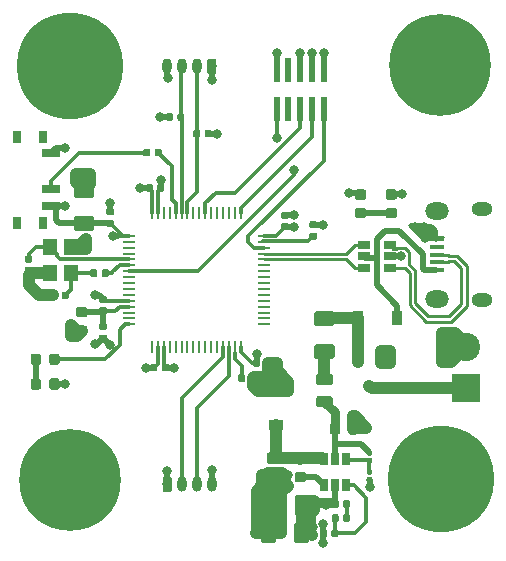
<source format=gbr>
G04 #@! TF.GenerationSoftware,KiCad,Pcbnew,(5.0.1)-4*
G04 #@! TF.CreationDate,2022-09-04T20:15:09+05:45*
G04 #@! TF.ProjectId,STM32_wiith_Buck_Converter,53544D33325F77696974685F4275636B,rev?*
G04 #@! TF.SameCoordinates,Original*
G04 #@! TF.FileFunction,Copper,L1,Top,Signal*
G04 #@! TF.FilePolarity,Positive*
%FSLAX46Y46*%
G04 Gerber Fmt 4.6, Leading zero omitted, Abs format (unit mm)*
G04 Created by KiCad (PCBNEW (5.0.1)-4) date 04-Sep-22 8:15:09 PM*
%MOMM*%
%LPD*%
G01*
G04 APERTURE LIST*
G04 #@! TA.AperFunction,Conductor*
%ADD10C,0.100000*%
G04 #@! TD*
G04 #@! TA.AperFunction,SMDPad,CuDef*
%ADD11C,0.975000*%
G04 #@! TD*
G04 #@! TA.AperFunction,SMDPad,CuDef*
%ADD12R,1.300000X0.450000*%
G04 #@! TD*
G04 #@! TA.AperFunction,ComponentPad*
%ADD13O,2.000000X1.450000*%
G04 #@! TD*
G04 #@! TA.AperFunction,ComponentPad*
%ADD14O,1.800000X1.150000*%
G04 #@! TD*
G04 #@! TA.AperFunction,SMDPad,CuDef*
%ADD15C,0.875000*%
G04 #@! TD*
G04 #@! TA.AperFunction,SMDPad,CuDef*
%ADD16C,0.590000*%
G04 #@! TD*
G04 #@! TA.AperFunction,SMDPad,CuDef*
%ADD17C,1.250000*%
G04 #@! TD*
G04 #@! TA.AperFunction,SMDPad,CuDef*
%ADD18R,0.900000X1.200000*%
G04 #@! TD*
G04 #@! TA.AperFunction,SMDPad,CuDef*
%ADD19R,1.200000X0.900000*%
G04 #@! TD*
G04 #@! TA.AperFunction,ComponentPad*
%ADD20C,0.900000*%
G04 #@! TD*
G04 #@! TA.AperFunction,ComponentPad*
%ADD21C,8.600000*%
G04 #@! TD*
G04 #@! TA.AperFunction,ComponentPad*
%ADD22C,9.000000*%
G04 #@! TD*
G04 #@! TA.AperFunction,SMDPad,CuDef*
%ADD23R,0.500000X2.000000*%
G04 #@! TD*
G04 #@! TA.AperFunction,ComponentPad*
%ADD24R,2.400000X2.400000*%
G04 #@! TD*
G04 #@! TA.AperFunction,ComponentPad*
%ADD25C,2.400000*%
G04 #@! TD*
G04 #@! TA.AperFunction,ComponentPad*
%ADD26C,0.800000*%
G04 #@! TD*
G04 #@! TA.AperFunction,ComponentPad*
%ADD27O,0.800000X1.300000*%
G04 #@! TD*
G04 #@! TA.AperFunction,SMDPad,CuDef*
%ADD28R,0.800000X0.900000*%
G04 #@! TD*
G04 #@! TA.AperFunction,SMDPad,CuDef*
%ADD29C,0.400000*%
G04 #@! TD*
G04 #@! TA.AperFunction,SMDPad,CuDef*
%ADD30R,1.500000X0.700000*%
G04 #@! TD*
G04 #@! TA.AperFunction,SMDPad,CuDef*
%ADD31R,0.800000X1.000000*%
G04 #@! TD*
G04 #@! TA.AperFunction,SMDPad,CuDef*
%ADD32R,0.650000X1.060000*%
G04 #@! TD*
G04 #@! TA.AperFunction,SMDPad,CuDef*
%ADD33R,1.060000X0.650000*%
G04 #@! TD*
G04 #@! TA.AperFunction,SMDPad,CuDef*
%ADD34R,1.000000X0.250000*%
G04 #@! TD*
G04 #@! TA.AperFunction,SMDPad,CuDef*
%ADD35R,0.250000X1.000000*%
G04 #@! TD*
G04 #@! TA.AperFunction,SMDPad,CuDef*
%ADD36R,1.200000X1.400000*%
G04 #@! TD*
G04 #@! TA.AperFunction,ViaPad*
%ADD37C,0.800000*%
G04 #@! TD*
G04 #@! TA.AperFunction,Conductor*
%ADD38C,0.300000*%
G04 #@! TD*
G04 #@! TA.AperFunction,Conductor*
%ADD39C,0.500000*%
G04 #@! TD*
G04 #@! TA.AperFunction,Conductor*
%ADD40C,1.000000*%
G04 #@! TD*
G04 #@! TA.AperFunction,Conductor*
%ADD41C,0.750000*%
G04 #@! TD*
G04 #@! TA.AperFunction,Conductor*
%ADD42C,0.261112*%
G04 #@! TD*
G04 #@! TA.AperFunction,Conductor*
%ADD43C,0.254000*%
G04 #@! TD*
G04 APERTURE END LIST*
D10*
G04 #@! TO.N,BUCK_SW*
G04 #@! TO.C,L1*
G36*
X130830142Y-84688674D02*
X130853803Y-84692184D01*
X130877007Y-84697996D01*
X130899529Y-84706054D01*
X130921153Y-84716282D01*
X130941670Y-84728579D01*
X130960883Y-84742829D01*
X130978607Y-84758893D01*
X130994671Y-84776617D01*
X131008921Y-84795830D01*
X131021218Y-84816347D01*
X131031446Y-84837971D01*
X131039504Y-84860493D01*
X131045316Y-84883697D01*
X131048826Y-84907358D01*
X131050000Y-84931250D01*
X131050000Y-85418750D01*
X131048826Y-85442642D01*
X131045316Y-85466303D01*
X131039504Y-85489507D01*
X131031446Y-85512029D01*
X131021218Y-85533653D01*
X131008921Y-85554170D01*
X130994671Y-85573383D01*
X130978607Y-85591107D01*
X130960883Y-85607171D01*
X130941670Y-85621421D01*
X130921153Y-85633718D01*
X130899529Y-85643946D01*
X130877007Y-85652004D01*
X130853803Y-85657816D01*
X130830142Y-85661326D01*
X130806250Y-85662500D01*
X129893750Y-85662500D01*
X129869858Y-85661326D01*
X129846197Y-85657816D01*
X129822993Y-85652004D01*
X129800471Y-85643946D01*
X129778847Y-85633718D01*
X129758330Y-85621421D01*
X129739117Y-85607171D01*
X129721393Y-85591107D01*
X129705329Y-85573383D01*
X129691079Y-85554170D01*
X129678782Y-85533653D01*
X129668554Y-85512029D01*
X129660496Y-85489507D01*
X129654684Y-85466303D01*
X129651174Y-85442642D01*
X129650000Y-85418750D01*
X129650000Y-84931250D01*
X129651174Y-84907358D01*
X129654684Y-84883697D01*
X129660496Y-84860493D01*
X129668554Y-84837971D01*
X129678782Y-84816347D01*
X129691079Y-84795830D01*
X129705329Y-84776617D01*
X129721393Y-84758893D01*
X129739117Y-84742829D01*
X129758330Y-84728579D01*
X129778847Y-84716282D01*
X129800471Y-84706054D01*
X129822993Y-84697996D01*
X129846197Y-84692184D01*
X129869858Y-84688674D01*
X129893750Y-84687500D01*
X130806250Y-84687500D01*
X130830142Y-84688674D01*
X130830142Y-84688674D01*
G37*
D11*
G04 #@! TD*
G04 #@! TO.P,L1,1*
G04 #@! TO.N,BUCK_SW*
X130350000Y-85175000D03*
D10*
G04 #@! TO.N,+3V3*
G04 #@! TO.C,L1*
G36*
X130830142Y-86563674D02*
X130853803Y-86567184D01*
X130877007Y-86572996D01*
X130899529Y-86581054D01*
X130921153Y-86591282D01*
X130941670Y-86603579D01*
X130960883Y-86617829D01*
X130978607Y-86633893D01*
X130994671Y-86651617D01*
X131008921Y-86670830D01*
X131021218Y-86691347D01*
X131031446Y-86712971D01*
X131039504Y-86735493D01*
X131045316Y-86758697D01*
X131048826Y-86782358D01*
X131050000Y-86806250D01*
X131050000Y-87293750D01*
X131048826Y-87317642D01*
X131045316Y-87341303D01*
X131039504Y-87364507D01*
X131031446Y-87387029D01*
X131021218Y-87408653D01*
X131008921Y-87429170D01*
X130994671Y-87448383D01*
X130978607Y-87466107D01*
X130960883Y-87482171D01*
X130941670Y-87496421D01*
X130921153Y-87508718D01*
X130899529Y-87518946D01*
X130877007Y-87527004D01*
X130853803Y-87532816D01*
X130830142Y-87536326D01*
X130806250Y-87537500D01*
X129893750Y-87537500D01*
X129869858Y-87536326D01*
X129846197Y-87532816D01*
X129822993Y-87527004D01*
X129800471Y-87518946D01*
X129778847Y-87508718D01*
X129758330Y-87496421D01*
X129739117Y-87482171D01*
X129721393Y-87466107D01*
X129705329Y-87448383D01*
X129691079Y-87429170D01*
X129678782Y-87408653D01*
X129668554Y-87387029D01*
X129660496Y-87364507D01*
X129654684Y-87341303D01*
X129651174Y-87317642D01*
X129650000Y-87293750D01*
X129650000Y-86806250D01*
X129651174Y-86782358D01*
X129654684Y-86758697D01*
X129660496Y-86735493D01*
X129668554Y-86712971D01*
X129678782Y-86691347D01*
X129691079Y-86670830D01*
X129705329Y-86651617D01*
X129721393Y-86633893D01*
X129739117Y-86617829D01*
X129758330Y-86603579D01*
X129778847Y-86591282D01*
X129800471Y-86581054D01*
X129822993Y-86572996D01*
X129846197Y-86567184D01*
X129869858Y-86563674D01*
X129893750Y-86562500D01*
X130806250Y-86562500D01*
X130830142Y-86563674D01*
X130830142Y-86563674D01*
G37*
D11*
G04 #@! TD*
G04 #@! TO.P,L1,2*
G04 #@! TO.N,+3V3*
X130350000Y-87050000D03*
D12*
G04 #@! TO.P,J5,1*
G04 #@! TO.N,VBUS*
X144050000Y-69250000D03*
G04 #@! TO.P,J5,2*
G04 #@! TO.N,USB_CONN_D+*
X144050000Y-68600000D03*
G04 #@! TO.P,J5,3*
G04 #@! TO.N,USB_CONN_D-*
X144050000Y-67950000D03*
G04 #@! TO.P,J5,4*
G04 #@! TO.N,Net-(J5-Pad4)*
X144050000Y-67300000D03*
G04 #@! TO.P,J5,5*
G04 #@! TO.N,GND*
X144050000Y-66650000D03*
D13*
G04 #@! TO.P,J5,6*
G04 #@! TO.N,Net-(J5-Pad6)*
X144100000Y-71675000D03*
X144100000Y-64225000D03*
D14*
X147900000Y-71825000D03*
X147900000Y-64075000D03*
G04 #@! TD*
D10*
G04 #@! TO.N,Net-(D2-Pad1)*
G04 #@! TO.C,R4*
G36*
X140477691Y-63988553D02*
X140498926Y-63991703D01*
X140519750Y-63996919D01*
X140539962Y-64004151D01*
X140559368Y-64013330D01*
X140577781Y-64024366D01*
X140595024Y-64037154D01*
X140610930Y-64051570D01*
X140625346Y-64067476D01*
X140638134Y-64084719D01*
X140649170Y-64103132D01*
X140658349Y-64122538D01*
X140665581Y-64142750D01*
X140670797Y-64163574D01*
X140673947Y-64184809D01*
X140675000Y-64206250D01*
X140675000Y-64643750D01*
X140673947Y-64665191D01*
X140670797Y-64686426D01*
X140665581Y-64707250D01*
X140658349Y-64727462D01*
X140649170Y-64746868D01*
X140638134Y-64765281D01*
X140625346Y-64782524D01*
X140610930Y-64798430D01*
X140595024Y-64812846D01*
X140577781Y-64825634D01*
X140559368Y-64836670D01*
X140539962Y-64845849D01*
X140519750Y-64853081D01*
X140498926Y-64858297D01*
X140477691Y-64861447D01*
X140456250Y-64862500D01*
X139943750Y-64862500D01*
X139922309Y-64861447D01*
X139901074Y-64858297D01*
X139880250Y-64853081D01*
X139860038Y-64845849D01*
X139840632Y-64836670D01*
X139822219Y-64825634D01*
X139804976Y-64812846D01*
X139789070Y-64798430D01*
X139774654Y-64782524D01*
X139761866Y-64765281D01*
X139750830Y-64746868D01*
X139741651Y-64727462D01*
X139734419Y-64707250D01*
X139729203Y-64686426D01*
X139726053Y-64665191D01*
X139725000Y-64643750D01*
X139725000Y-64206250D01*
X139726053Y-64184809D01*
X139729203Y-64163574D01*
X139734419Y-64142750D01*
X139741651Y-64122538D01*
X139750830Y-64103132D01*
X139761866Y-64084719D01*
X139774654Y-64067476D01*
X139789070Y-64051570D01*
X139804976Y-64037154D01*
X139822219Y-64024366D01*
X139840632Y-64013330D01*
X139860038Y-64004151D01*
X139880250Y-63996919D01*
X139901074Y-63991703D01*
X139922309Y-63988553D01*
X139943750Y-63987500D01*
X140456250Y-63987500D01*
X140477691Y-63988553D01*
X140477691Y-63988553D01*
G37*
D15*
G04 #@! TD*
G04 #@! TO.P,R4,1*
G04 #@! TO.N,Net-(D2-Pad1)*
X140200000Y-64425000D03*
D10*
G04 #@! TO.N,GND*
G04 #@! TO.C,R4*
G36*
X140477691Y-62413553D02*
X140498926Y-62416703D01*
X140519750Y-62421919D01*
X140539962Y-62429151D01*
X140559368Y-62438330D01*
X140577781Y-62449366D01*
X140595024Y-62462154D01*
X140610930Y-62476570D01*
X140625346Y-62492476D01*
X140638134Y-62509719D01*
X140649170Y-62528132D01*
X140658349Y-62547538D01*
X140665581Y-62567750D01*
X140670797Y-62588574D01*
X140673947Y-62609809D01*
X140675000Y-62631250D01*
X140675000Y-63068750D01*
X140673947Y-63090191D01*
X140670797Y-63111426D01*
X140665581Y-63132250D01*
X140658349Y-63152462D01*
X140649170Y-63171868D01*
X140638134Y-63190281D01*
X140625346Y-63207524D01*
X140610930Y-63223430D01*
X140595024Y-63237846D01*
X140577781Y-63250634D01*
X140559368Y-63261670D01*
X140539962Y-63270849D01*
X140519750Y-63278081D01*
X140498926Y-63283297D01*
X140477691Y-63286447D01*
X140456250Y-63287500D01*
X139943750Y-63287500D01*
X139922309Y-63286447D01*
X139901074Y-63283297D01*
X139880250Y-63278081D01*
X139860038Y-63270849D01*
X139840632Y-63261670D01*
X139822219Y-63250634D01*
X139804976Y-63237846D01*
X139789070Y-63223430D01*
X139774654Y-63207524D01*
X139761866Y-63190281D01*
X139750830Y-63171868D01*
X139741651Y-63152462D01*
X139734419Y-63132250D01*
X139729203Y-63111426D01*
X139726053Y-63090191D01*
X139725000Y-63068750D01*
X139725000Y-62631250D01*
X139726053Y-62609809D01*
X139729203Y-62588574D01*
X139734419Y-62567750D01*
X139741651Y-62547538D01*
X139750830Y-62528132D01*
X139761866Y-62509719D01*
X139774654Y-62492476D01*
X139789070Y-62476570D01*
X139804976Y-62462154D01*
X139822219Y-62449366D01*
X139840632Y-62438330D01*
X139860038Y-62429151D01*
X139880250Y-62421919D01*
X139901074Y-62416703D01*
X139922309Y-62413553D01*
X139943750Y-62412500D01*
X140456250Y-62412500D01*
X140477691Y-62413553D01*
X140477691Y-62413553D01*
G37*
D15*
G04 #@! TD*
G04 #@! TO.P,R4,2*
G04 #@! TO.N,GND*
X140200000Y-62850000D03*
D10*
G04 #@! TO.N,+3V3*
G04 #@! TO.C,R1*
G36*
X134626958Y-91230710D02*
X134641276Y-91232834D01*
X134655317Y-91236351D01*
X134668946Y-91241228D01*
X134682031Y-91247417D01*
X134694447Y-91254858D01*
X134706073Y-91263481D01*
X134716798Y-91273202D01*
X134726519Y-91283927D01*
X134735142Y-91295553D01*
X134742583Y-91307969D01*
X134748772Y-91321054D01*
X134753649Y-91334683D01*
X134757166Y-91348724D01*
X134759290Y-91363042D01*
X134760000Y-91377500D01*
X134760000Y-91722500D01*
X134759290Y-91736958D01*
X134757166Y-91751276D01*
X134753649Y-91765317D01*
X134748772Y-91778946D01*
X134742583Y-91792031D01*
X134735142Y-91804447D01*
X134726519Y-91816073D01*
X134716798Y-91826798D01*
X134706073Y-91836519D01*
X134694447Y-91845142D01*
X134682031Y-91852583D01*
X134668946Y-91858772D01*
X134655317Y-91863649D01*
X134641276Y-91867166D01*
X134626958Y-91869290D01*
X134612500Y-91870000D01*
X134317500Y-91870000D01*
X134303042Y-91869290D01*
X134288724Y-91867166D01*
X134274683Y-91863649D01*
X134261054Y-91858772D01*
X134247969Y-91852583D01*
X134235553Y-91845142D01*
X134223927Y-91836519D01*
X134213202Y-91826798D01*
X134203481Y-91816073D01*
X134194858Y-91804447D01*
X134187417Y-91792031D01*
X134181228Y-91778946D01*
X134176351Y-91765317D01*
X134172834Y-91751276D01*
X134170710Y-91736958D01*
X134170000Y-91722500D01*
X134170000Y-91377500D01*
X134170710Y-91363042D01*
X134172834Y-91348724D01*
X134176351Y-91334683D01*
X134181228Y-91321054D01*
X134187417Y-91307969D01*
X134194858Y-91295553D01*
X134203481Y-91283927D01*
X134213202Y-91273202D01*
X134223927Y-91263481D01*
X134235553Y-91254858D01*
X134247969Y-91247417D01*
X134261054Y-91241228D01*
X134274683Y-91236351D01*
X134288724Y-91232834D01*
X134303042Y-91230710D01*
X134317500Y-91230000D01*
X134612500Y-91230000D01*
X134626958Y-91230710D01*
X134626958Y-91230710D01*
G37*
D16*
G04 #@! TD*
G04 #@! TO.P,R1,1*
G04 #@! TO.N,+3V3*
X134465000Y-91550000D03*
D10*
G04 #@! TO.N,BUCK_FB*
G04 #@! TO.C,R1*
G36*
X135596958Y-91230710D02*
X135611276Y-91232834D01*
X135625317Y-91236351D01*
X135638946Y-91241228D01*
X135652031Y-91247417D01*
X135664447Y-91254858D01*
X135676073Y-91263481D01*
X135686798Y-91273202D01*
X135696519Y-91283927D01*
X135705142Y-91295553D01*
X135712583Y-91307969D01*
X135718772Y-91321054D01*
X135723649Y-91334683D01*
X135727166Y-91348724D01*
X135729290Y-91363042D01*
X135730000Y-91377500D01*
X135730000Y-91722500D01*
X135729290Y-91736958D01*
X135727166Y-91751276D01*
X135723649Y-91765317D01*
X135718772Y-91778946D01*
X135712583Y-91792031D01*
X135705142Y-91804447D01*
X135696519Y-91816073D01*
X135686798Y-91826798D01*
X135676073Y-91836519D01*
X135664447Y-91845142D01*
X135652031Y-91852583D01*
X135638946Y-91858772D01*
X135625317Y-91863649D01*
X135611276Y-91867166D01*
X135596958Y-91869290D01*
X135582500Y-91870000D01*
X135287500Y-91870000D01*
X135273042Y-91869290D01*
X135258724Y-91867166D01*
X135244683Y-91863649D01*
X135231054Y-91858772D01*
X135217969Y-91852583D01*
X135205553Y-91845142D01*
X135193927Y-91836519D01*
X135183202Y-91826798D01*
X135173481Y-91816073D01*
X135164858Y-91804447D01*
X135157417Y-91792031D01*
X135151228Y-91778946D01*
X135146351Y-91765317D01*
X135142834Y-91751276D01*
X135140710Y-91736958D01*
X135140000Y-91722500D01*
X135140000Y-91377500D01*
X135140710Y-91363042D01*
X135142834Y-91348724D01*
X135146351Y-91334683D01*
X135151228Y-91321054D01*
X135157417Y-91307969D01*
X135164858Y-91295553D01*
X135173481Y-91283927D01*
X135183202Y-91273202D01*
X135193927Y-91263481D01*
X135205553Y-91254858D01*
X135217969Y-91247417D01*
X135231054Y-91241228D01*
X135244683Y-91236351D01*
X135258724Y-91232834D01*
X135273042Y-91230710D01*
X135287500Y-91230000D01*
X135582500Y-91230000D01*
X135596958Y-91230710D01*
X135596958Y-91230710D01*
G37*
D16*
G04 #@! TD*
G04 #@! TO.P,R1,2*
G04 #@! TO.N,BUCK_FB*
X135435000Y-91550000D03*
D10*
G04 #@! TO.N,BUCK_FB*
G04 #@! TO.C,R3*
G36*
X135611958Y-89930710D02*
X135626276Y-89932834D01*
X135640317Y-89936351D01*
X135653946Y-89941228D01*
X135667031Y-89947417D01*
X135679447Y-89954858D01*
X135691073Y-89963481D01*
X135701798Y-89973202D01*
X135711519Y-89983927D01*
X135720142Y-89995553D01*
X135727583Y-90007969D01*
X135733772Y-90021054D01*
X135738649Y-90034683D01*
X135742166Y-90048724D01*
X135744290Y-90063042D01*
X135745000Y-90077500D01*
X135745000Y-90422500D01*
X135744290Y-90436958D01*
X135742166Y-90451276D01*
X135738649Y-90465317D01*
X135733772Y-90478946D01*
X135727583Y-90492031D01*
X135720142Y-90504447D01*
X135711519Y-90516073D01*
X135701798Y-90526798D01*
X135691073Y-90536519D01*
X135679447Y-90545142D01*
X135667031Y-90552583D01*
X135653946Y-90558772D01*
X135640317Y-90563649D01*
X135626276Y-90567166D01*
X135611958Y-90569290D01*
X135597500Y-90570000D01*
X135302500Y-90570000D01*
X135288042Y-90569290D01*
X135273724Y-90567166D01*
X135259683Y-90563649D01*
X135246054Y-90558772D01*
X135232969Y-90552583D01*
X135220553Y-90545142D01*
X135208927Y-90536519D01*
X135198202Y-90526798D01*
X135188481Y-90516073D01*
X135179858Y-90504447D01*
X135172417Y-90492031D01*
X135166228Y-90478946D01*
X135161351Y-90465317D01*
X135157834Y-90451276D01*
X135155710Y-90436958D01*
X135155000Y-90422500D01*
X135155000Y-90077500D01*
X135155710Y-90063042D01*
X135157834Y-90048724D01*
X135161351Y-90034683D01*
X135166228Y-90021054D01*
X135172417Y-90007969D01*
X135179858Y-89995553D01*
X135188481Y-89983927D01*
X135198202Y-89973202D01*
X135208927Y-89963481D01*
X135220553Y-89954858D01*
X135232969Y-89947417D01*
X135246054Y-89941228D01*
X135259683Y-89936351D01*
X135273724Y-89932834D01*
X135288042Y-89930710D01*
X135302500Y-89930000D01*
X135597500Y-89930000D01*
X135611958Y-89930710D01*
X135611958Y-89930710D01*
G37*
D16*
G04 #@! TD*
G04 #@! TO.P,R3,1*
G04 #@! TO.N,BUCK_FB*
X135450000Y-90250000D03*
D10*
G04 #@! TO.N,Net-(R3-Pad2)*
G04 #@! TO.C,R3*
G36*
X136581958Y-89930710D02*
X136596276Y-89932834D01*
X136610317Y-89936351D01*
X136623946Y-89941228D01*
X136637031Y-89947417D01*
X136649447Y-89954858D01*
X136661073Y-89963481D01*
X136671798Y-89973202D01*
X136681519Y-89983927D01*
X136690142Y-89995553D01*
X136697583Y-90007969D01*
X136703772Y-90021054D01*
X136708649Y-90034683D01*
X136712166Y-90048724D01*
X136714290Y-90063042D01*
X136715000Y-90077500D01*
X136715000Y-90422500D01*
X136714290Y-90436958D01*
X136712166Y-90451276D01*
X136708649Y-90465317D01*
X136703772Y-90478946D01*
X136697583Y-90492031D01*
X136690142Y-90504447D01*
X136681519Y-90516073D01*
X136671798Y-90526798D01*
X136661073Y-90536519D01*
X136649447Y-90545142D01*
X136637031Y-90552583D01*
X136623946Y-90558772D01*
X136610317Y-90563649D01*
X136596276Y-90567166D01*
X136581958Y-90569290D01*
X136567500Y-90570000D01*
X136272500Y-90570000D01*
X136258042Y-90569290D01*
X136243724Y-90567166D01*
X136229683Y-90563649D01*
X136216054Y-90558772D01*
X136202969Y-90552583D01*
X136190553Y-90545142D01*
X136178927Y-90536519D01*
X136168202Y-90526798D01*
X136158481Y-90516073D01*
X136149858Y-90504447D01*
X136142417Y-90492031D01*
X136136228Y-90478946D01*
X136131351Y-90465317D01*
X136127834Y-90451276D01*
X136125710Y-90436958D01*
X136125000Y-90422500D01*
X136125000Y-90077500D01*
X136125710Y-90063042D01*
X136127834Y-90048724D01*
X136131351Y-90034683D01*
X136136228Y-90021054D01*
X136142417Y-90007969D01*
X136149858Y-89995553D01*
X136158481Y-89983927D01*
X136168202Y-89973202D01*
X136178927Y-89963481D01*
X136190553Y-89954858D01*
X136202969Y-89947417D01*
X136216054Y-89941228D01*
X136229683Y-89936351D01*
X136243724Y-89932834D01*
X136258042Y-89930710D01*
X136272500Y-89930000D01*
X136567500Y-89930000D01*
X136581958Y-89930710D01*
X136581958Y-89930710D01*
G37*
D16*
G04 #@! TD*
G04 #@! TO.P,R3,2*
G04 #@! TO.N,Net-(R3-Pad2)*
X136420000Y-90250000D03*
D10*
G04 #@! TO.N,Net-(R3-Pad2)*
G04 #@! TO.C,R6*
G36*
X136596958Y-88730710D02*
X136611276Y-88732834D01*
X136625317Y-88736351D01*
X136638946Y-88741228D01*
X136652031Y-88747417D01*
X136664447Y-88754858D01*
X136676073Y-88763481D01*
X136686798Y-88773202D01*
X136696519Y-88783927D01*
X136705142Y-88795553D01*
X136712583Y-88807969D01*
X136718772Y-88821054D01*
X136723649Y-88834683D01*
X136727166Y-88848724D01*
X136729290Y-88863042D01*
X136730000Y-88877500D01*
X136730000Y-89222500D01*
X136729290Y-89236958D01*
X136727166Y-89251276D01*
X136723649Y-89265317D01*
X136718772Y-89278946D01*
X136712583Y-89292031D01*
X136705142Y-89304447D01*
X136696519Y-89316073D01*
X136686798Y-89326798D01*
X136676073Y-89336519D01*
X136664447Y-89345142D01*
X136652031Y-89352583D01*
X136638946Y-89358772D01*
X136625317Y-89363649D01*
X136611276Y-89367166D01*
X136596958Y-89369290D01*
X136582500Y-89370000D01*
X136287500Y-89370000D01*
X136273042Y-89369290D01*
X136258724Y-89367166D01*
X136244683Y-89363649D01*
X136231054Y-89358772D01*
X136217969Y-89352583D01*
X136205553Y-89345142D01*
X136193927Y-89336519D01*
X136183202Y-89326798D01*
X136173481Y-89316073D01*
X136164858Y-89304447D01*
X136157417Y-89292031D01*
X136151228Y-89278946D01*
X136146351Y-89265317D01*
X136142834Y-89251276D01*
X136140710Y-89236958D01*
X136140000Y-89222500D01*
X136140000Y-88877500D01*
X136140710Y-88863042D01*
X136142834Y-88848724D01*
X136146351Y-88834683D01*
X136151228Y-88821054D01*
X136157417Y-88807969D01*
X136164858Y-88795553D01*
X136173481Y-88783927D01*
X136183202Y-88773202D01*
X136193927Y-88763481D01*
X136205553Y-88754858D01*
X136217969Y-88747417D01*
X136231054Y-88741228D01*
X136244683Y-88736351D01*
X136258724Y-88732834D01*
X136273042Y-88730710D01*
X136287500Y-88730000D01*
X136582500Y-88730000D01*
X136596958Y-88730710D01*
X136596958Y-88730710D01*
G37*
D16*
G04 #@! TD*
G04 #@! TO.P,R6,1*
G04 #@! TO.N,Net-(R3-Pad2)*
X136435000Y-89050000D03*
D10*
G04 #@! TO.N,GND*
G04 #@! TO.C,R6*
G36*
X135626958Y-88730710D02*
X135641276Y-88732834D01*
X135655317Y-88736351D01*
X135668946Y-88741228D01*
X135682031Y-88747417D01*
X135694447Y-88754858D01*
X135706073Y-88763481D01*
X135716798Y-88773202D01*
X135726519Y-88783927D01*
X135735142Y-88795553D01*
X135742583Y-88807969D01*
X135748772Y-88821054D01*
X135753649Y-88834683D01*
X135757166Y-88848724D01*
X135759290Y-88863042D01*
X135760000Y-88877500D01*
X135760000Y-89222500D01*
X135759290Y-89236958D01*
X135757166Y-89251276D01*
X135753649Y-89265317D01*
X135748772Y-89278946D01*
X135742583Y-89292031D01*
X135735142Y-89304447D01*
X135726519Y-89316073D01*
X135716798Y-89326798D01*
X135706073Y-89336519D01*
X135694447Y-89345142D01*
X135682031Y-89352583D01*
X135668946Y-89358772D01*
X135655317Y-89363649D01*
X135641276Y-89367166D01*
X135626958Y-89369290D01*
X135612500Y-89370000D01*
X135317500Y-89370000D01*
X135303042Y-89369290D01*
X135288724Y-89367166D01*
X135274683Y-89363649D01*
X135261054Y-89358772D01*
X135247969Y-89352583D01*
X135235553Y-89345142D01*
X135223927Y-89336519D01*
X135213202Y-89326798D01*
X135203481Y-89316073D01*
X135194858Y-89304447D01*
X135187417Y-89292031D01*
X135181228Y-89278946D01*
X135176351Y-89265317D01*
X135172834Y-89251276D01*
X135170710Y-89236958D01*
X135170000Y-89222500D01*
X135170000Y-88877500D01*
X135170710Y-88863042D01*
X135172834Y-88848724D01*
X135176351Y-88834683D01*
X135181228Y-88821054D01*
X135187417Y-88807969D01*
X135194858Y-88795553D01*
X135203481Y-88783927D01*
X135213202Y-88773202D01*
X135223927Y-88763481D01*
X135235553Y-88754858D01*
X135247969Y-88747417D01*
X135261054Y-88741228D01*
X135274683Y-88736351D01*
X135288724Y-88732834D01*
X135303042Y-88730710D01*
X135317500Y-88730000D01*
X135612500Y-88730000D01*
X135626958Y-88730710D01*
X135626958Y-88730710D01*
G37*
D16*
G04 #@! TD*
G04 #@! TO.P,R6,2*
G04 #@! TO.N,GND*
X135465000Y-89050000D03*
D10*
G04 #@! TO.N,+3.3VA*
G04 #@! TO.C,C12*
G36*
X115986958Y-72405710D02*
X116001276Y-72407834D01*
X116015317Y-72411351D01*
X116028946Y-72416228D01*
X116042031Y-72422417D01*
X116054447Y-72429858D01*
X116066073Y-72438481D01*
X116076798Y-72448202D01*
X116086519Y-72458927D01*
X116095142Y-72470553D01*
X116102583Y-72482969D01*
X116108772Y-72496054D01*
X116113649Y-72509683D01*
X116117166Y-72523724D01*
X116119290Y-72538042D01*
X116120000Y-72552500D01*
X116120000Y-72847500D01*
X116119290Y-72861958D01*
X116117166Y-72876276D01*
X116113649Y-72890317D01*
X116108772Y-72903946D01*
X116102583Y-72917031D01*
X116095142Y-72929447D01*
X116086519Y-72941073D01*
X116076798Y-72951798D01*
X116066073Y-72961519D01*
X116054447Y-72970142D01*
X116042031Y-72977583D01*
X116028946Y-72983772D01*
X116015317Y-72988649D01*
X116001276Y-72992166D01*
X115986958Y-72994290D01*
X115972500Y-72995000D01*
X115627500Y-72995000D01*
X115613042Y-72994290D01*
X115598724Y-72992166D01*
X115584683Y-72988649D01*
X115571054Y-72983772D01*
X115557969Y-72977583D01*
X115545553Y-72970142D01*
X115533927Y-72961519D01*
X115523202Y-72951798D01*
X115513481Y-72941073D01*
X115504858Y-72929447D01*
X115497417Y-72917031D01*
X115491228Y-72903946D01*
X115486351Y-72890317D01*
X115482834Y-72876276D01*
X115480710Y-72861958D01*
X115480000Y-72847500D01*
X115480000Y-72552500D01*
X115480710Y-72538042D01*
X115482834Y-72523724D01*
X115486351Y-72509683D01*
X115491228Y-72496054D01*
X115497417Y-72482969D01*
X115504858Y-72470553D01*
X115513481Y-72458927D01*
X115523202Y-72448202D01*
X115533927Y-72438481D01*
X115545553Y-72429858D01*
X115557969Y-72422417D01*
X115571054Y-72416228D01*
X115584683Y-72411351D01*
X115598724Y-72407834D01*
X115613042Y-72405710D01*
X115627500Y-72405000D01*
X115972500Y-72405000D01*
X115986958Y-72405710D01*
X115986958Y-72405710D01*
G37*
D16*
G04 #@! TD*
G04 #@! TO.P,C12,1*
G04 #@! TO.N,+3.3VA*
X115800000Y-72700000D03*
D10*
G04 #@! TO.N,GND*
G04 #@! TO.C,C12*
G36*
X115986958Y-71435710D02*
X116001276Y-71437834D01*
X116015317Y-71441351D01*
X116028946Y-71446228D01*
X116042031Y-71452417D01*
X116054447Y-71459858D01*
X116066073Y-71468481D01*
X116076798Y-71478202D01*
X116086519Y-71488927D01*
X116095142Y-71500553D01*
X116102583Y-71512969D01*
X116108772Y-71526054D01*
X116113649Y-71539683D01*
X116117166Y-71553724D01*
X116119290Y-71568042D01*
X116120000Y-71582500D01*
X116120000Y-71877500D01*
X116119290Y-71891958D01*
X116117166Y-71906276D01*
X116113649Y-71920317D01*
X116108772Y-71933946D01*
X116102583Y-71947031D01*
X116095142Y-71959447D01*
X116086519Y-71971073D01*
X116076798Y-71981798D01*
X116066073Y-71991519D01*
X116054447Y-72000142D01*
X116042031Y-72007583D01*
X116028946Y-72013772D01*
X116015317Y-72018649D01*
X116001276Y-72022166D01*
X115986958Y-72024290D01*
X115972500Y-72025000D01*
X115627500Y-72025000D01*
X115613042Y-72024290D01*
X115598724Y-72022166D01*
X115584683Y-72018649D01*
X115571054Y-72013772D01*
X115557969Y-72007583D01*
X115545553Y-72000142D01*
X115533927Y-71991519D01*
X115523202Y-71981798D01*
X115513481Y-71971073D01*
X115504858Y-71959447D01*
X115497417Y-71947031D01*
X115491228Y-71933946D01*
X115486351Y-71920317D01*
X115482834Y-71906276D01*
X115480710Y-71891958D01*
X115480000Y-71877500D01*
X115480000Y-71582500D01*
X115480710Y-71568042D01*
X115482834Y-71553724D01*
X115486351Y-71539683D01*
X115491228Y-71526054D01*
X115497417Y-71512969D01*
X115504858Y-71500553D01*
X115513481Y-71488927D01*
X115523202Y-71478202D01*
X115533927Y-71468481D01*
X115545553Y-71459858D01*
X115557969Y-71452417D01*
X115571054Y-71446228D01*
X115584683Y-71441351D01*
X115598724Y-71437834D01*
X115613042Y-71435710D01*
X115627500Y-71435000D01*
X115972500Y-71435000D01*
X115986958Y-71435710D01*
X115986958Y-71435710D01*
G37*
D16*
G04 #@! TD*
G04 #@! TO.P,C12,2*
G04 #@! TO.N,GND*
X115800000Y-71730000D03*
D10*
G04 #@! TO.N,Net-(C14-Pad1)*
G04 #@! TO.C,C14*
G36*
X133786958Y-66075710D02*
X133801276Y-66077834D01*
X133815317Y-66081351D01*
X133828946Y-66086228D01*
X133842031Y-66092417D01*
X133854447Y-66099858D01*
X133866073Y-66108481D01*
X133876798Y-66118202D01*
X133886519Y-66128927D01*
X133895142Y-66140553D01*
X133902583Y-66152969D01*
X133908772Y-66166054D01*
X133913649Y-66179683D01*
X133917166Y-66193724D01*
X133919290Y-66208042D01*
X133920000Y-66222500D01*
X133920000Y-66517500D01*
X133919290Y-66531958D01*
X133917166Y-66546276D01*
X133913649Y-66560317D01*
X133908772Y-66573946D01*
X133902583Y-66587031D01*
X133895142Y-66599447D01*
X133886519Y-66611073D01*
X133876798Y-66621798D01*
X133866073Y-66631519D01*
X133854447Y-66640142D01*
X133842031Y-66647583D01*
X133828946Y-66653772D01*
X133815317Y-66658649D01*
X133801276Y-66662166D01*
X133786958Y-66664290D01*
X133772500Y-66665000D01*
X133427500Y-66665000D01*
X133413042Y-66664290D01*
X133398724Y-66662166D01*
X133384683Y-66658649D01*
X133371054Y-66653772D01*
X133357969Y-66647583D01*
X133345553Y-66640142D01*
X133333927Y-66631519D01*
X133323202Y-66621798D01*
X133313481Y-66611073D01*
X133304858Y-66599447D01*
X133297417Y-66587031D01*
X133291228Y-66573946D01*
X133286351Y-66560317D01*
X133282834Y-66546276D01*
X133280710Y-66531958D01*
X133280000Y-66517500D01*
X133280000Y-66222500D01*
X133280710Y-66208042D01*
X133282834Y-66193724D01*
X133286351Y-66179683D01*
X133291228Y-66166054D01*
X133297417Y-66152969D01*
X133304858Y-66140553D01*
X133313481Y-66128927D01*
X133323202Y-66118202D01*
X133333927Y-66108481D01*
X133345553Y-66099858D01*
X133357969Y-66092417D01*
X133371054Y-66086228D01*
X133384683Y-66081351D01*
X133398724Y-66077834D01*
X133413042Y-66075710D01*
X133427500Y-66075000D01*
X133772500Y-66075000D01*
X133786958Y-66075710D01*
X133786958Y-66075710D01*
G37*
D16*
G04 #@! TD*
G04 #@! TO.P,C14,1*
G04 #@! TO.N,Net-(C14-Pad1)*
X133600000Y-66370000D03*
D10*
G04 #@! TO.N,GND*
G04 #@! TO.C,C14*
G36*
X133786958Y-65105710D02*
X133801276Y-65107834D01*
X133815317Y-65111351D01*
X133828946Y-65116228D01*
X133842031Y-65122417D01*
X133854447Y-65129858D01*
X133866073Y-65138481D01*
X133876798Y-65148202D01*
X133886519Y-65158927D01*
X133895142Y-65170553D01*
X133902583Y-65182969D01*
X133908772Y-65196054D01*
X133913649Y-65209683D01*
X133917166Y-65223724D01*
X133919290Y-65238042D01*
X133920000Y-65252500D01*
X133920000Y-65547500D01*
X133919290Y-65561958D01*
X133917166Y-65576276D01*
X133913649Y-65590317D01*
X133908772Y-65603946D01*
X133902583Y-65617031D01*
X133895142Y-65629447D01*
X133886519Y-65641073D01*
X133876798Y-65651798D01*
X133866073Y-65661519D01*
X133854447Y-65670142D01*
X133842031Y-65677583D01*
X133828946Y-65683772D01*
X133815317Y-65688649D01*
X133801276Y-65692166D01*
X133786958Y-65694290D01*
X133772500Y-65695000D01*
X133427500Y-65695000D01*
X133413042Y-65694290D01*
X133398724Y-65692166D01*
X133384683Y-65688649D01*
X133371054Y-65683772D01*
X133357969Y-65677583D01*
X133345553Y-65670142D01*
X133333927Y-65661519D01*
X133323202Y-65651798D01*
X133313481Y-65641073D01*
X133304858Y-65629447D01*
X133297417Y-65617031D01*
X133291228Y-65603946D01*
X133286351Y-65590317D01*
X133282834Y-65576276D01*
X133280710Y-65561958D01*
X133280000Y-65547500D01*
X133280000Y-65252500D01*
X133280710Y-65238042D01*
X133282834Y-65223724D01*
X133286351Y-65209683D01*
X133291228Y-65196054D01*
X133297417Y-65182969D01*
X133304858Y-65170553D01*
X133313481Y-65158927D01*
X133323202Y-65148202D01*
X133333927Y-65138481D01*
X133345553Y-65129858D01*
X133357969Y-65122417D01*
X133371054Y-65116228D01*
X133384683Y-65111351D01*
X133398724Y-65107834D01*
X133413042Y-65105710D01*
X133427500Y-65105000D01*
X133772500Y-65105000D01*
X133786958Y-65105710D01*
X133786958Y-65105710D01*
G37*
D16*
G04 #@! TD*
G04 #@! TO.P,C14,2*
G04 #@! TO.N,GND*
X133600000Y-65400000D03*
D10*
G04 #@! TO.N,GND*
G04 #@! TO.C,C13*
G36*
X128661958Y-78080710D02*
X128676276Y-78082834D01*
X128690317Y-78086351D01*
X128703946Y-78091228D01*
X128717031Y-78097417D01*
X128729447Y-78104858D01*
X128741073Y-78113481D01*
X128751798Y-78123202D01*
X128761519Y-78133927D01*
X128770142Y-78145553D01*
X128777583Y-78157969D01*
X128783772Y-78171054D01*
X128788649Y-78184683D01*
X128792166Y-78198724D01*
X128794290Y-78213042D01*
X128795000Y-78227500D01*
X128795000Y-78572500D01*
X128794290Y-78586958D01*
X128792166Y-78601276D01*
X128788649Y-78615317D01*
X128783772Y-78628946D01*
X128777583Y-78642031D01*
X128770142Y-78654447D01*
X128761519Y-78666073D01*
X128751798Y-78676798D01*
X128741073Y-78686519D01*
X128729447Y-78695142D01*
X128717031Y-78702583D01*
X128703946Y-78708772D01*
X128690317Y-78713649D01*
X128676276Y-78717166D01*
X128661958Y-78719290D01*
X128647500Y-78720000D01*
X128352500Y-78720000D01*
X128338042Y-78719290D01*
X128323724Y-78717166D01*
X128309683Y-78713649D01*
X128296054Y-78708772D01*
X128282969Y-78702583D01*
X128270553Y-78695142D01*
X128258927Y-78686519D01*
X128248202Y-78676798D01*
X128238481Y-78666073D01*
X128229858Y-78654447D01*
X128222417Y-78642031D01*
X128216228Y-78628946D01*
X128211351Y-78615317D01*
X128207834Y-78601276D01*
X128205710Y-78586958D01*
X128205000Y-78572500D01*
X128205000Y-78227500D01*
X128205710Y-78213042D01*
X128207834Y-78198724D01*
X128211351Y-78184683D01*
X128216228Y-78171054D01*
X128222417Y-78157969D01*
X128229858Y-78145553D01*
X128238481Y-78133927D01*
X128248202Y-78123202D01*
X128258927Y-78113481D01*
X128270553Y-78104858D01*
X128282969Y-78097417D01*
X128296054Y-78091228D01*
X128309683Y-78086351D01*
X128323724Y-78082834D01*
X128338042Y-78080710D01*
X128352500Y-78080000D01*
X128647500Y-78080000D01*
X128661958Y-78080710D01*
X128661958Y-78080710D01*
G37*
D16*
G04 #@! TD*
G04 #@! TO.P,C13,2*
G04 #@! TO.N,GND*
X128500000Y-78400000D03*
D10*
G04 #@! TO.N,Net-(C13-Pad1)*
G04 #@! TO.C,C13*
G36*
X127691958Y-78080710D02*
X127706276Y-78082834D01*
X127720317Y-78086351D01*
X127733946Y-78091228D01*
X127747031Y-78097417D01*
X127759447Y-78104858D01*
X127771073Y-78113481D01*
X127781798Y-78123202D01*
X127791519Y-78133927D01*
X127800142Y-78145553D01*
X127807583Y-78157969D01*
X127813772Y-78171054D01*
X127818649Y-78184683D01*
X127822166Y-78198724D01*
X127824290Y-78213042D01*
X127825000Y-78227500D01*
X127825000Y-78572500D01*
X127824290Y-78586958D01*
X127822166Y-78601276D01*
X127818649Y-78615317D01*
X127813772Y-78628946D01*
X127807583Y-78642031D01*
X127800142Y-78654447D01*
X127791519Y-78666073D01*
X127781798Y-78676798D01*
X127771073Y-78686519D01*
X127759447Y-78695142D01*
X127747031Y-78702583D01*
X127733946Y-78708772D01*
X127720317Y-78713649D01*
X127706276Y-78717166D01*
X127691958Y-78719290D01*
X127677500Y-78720000D01*
X127382500Y-78720000D01*
X127368042Y-78719290D01*
X127353724Y-78717166D01*
X127339683Y-78713649D01*
X127326054Y-78708772D01*
X127312969Y-78702583D01*
X127300553Y-78695142D01*
X127288927Y-78686519D01*
X127278202Y-78676798D01*
X127268481Y-78666073D01*
X127259858Y-78654447D01*
X127252417Y-78642031D01*
X127246228Y-78628946D01*
X127241351Y-78615317D01*
X127237834Y-78601276D01*
X127235710Y-78586958D01*
X127235000Y-78572500D01*
X127235000Y-78227500D01*
X127235710Y-78213042D01*
X127237834Y-78198724D01*
X127241351Y-78184683D01*
X127246228Y-78171054D01*
X127252417Y-78157969D01*
X127259858Y-78145553D01*
X127268481Y-78133927D01*
X127278202Y-78123202D01*
X127288927Y-78113481D01*
X127300553Y-78104858D01*
X127312969Y-78097417D01*
X127326054Y-78091228D01*
X127339683Y-78086351D01*
X127353724Y-78082834D01*
X127368042Y-78080710D01*
X127382500Y-78080000D01*
X127677500Y-78080000D01*
X127691958Y-78080710D01*
X127691958Y-78080710D01*
G37*
D16*
G04 #@! TD*
G04 #@! TO.P,C13,1*
G04 #@! TO.N,Net-(C13-Pad1)*
X127530000Y-78400000D03*
D10*
G04 #@! TO.N,+3V3*
G04 #@! TO.C,C6*
G36*
X116586958Y-64990710D02*
X116601276Y-64992834D01*
X116615317Y-64996351D01*
X116628946Y-65001228D01*
X116642031Y-65007417D01*
X116654447Y-65014858D01*
X116666073Y-65023481D01*
X116676798Y-65033202D01*
X116686519Y-65043927D01*
X116695142Y-65055553D01*
X116702583Y-65067969D01*
X116708772Y-65081054D01*
X116713649Y-65094683D01*
X116717166Y-65108724D01*
X116719290Y-65123042D01*
X116720000Y-65137500D01*
X116720000Y-65432500D01*
X116719290Y-65446958D01*
X116717166Y-65461276D01*
X116713649Y-65475317D01*
X116708772Y-65488946D01*
X116702583Y-65502031D01*
X116695142Y-65514447D01*
X116686519Y-65526073D01*
X116676798Y-65536798D01*
X116666073Y-65546519D01*
X116654447Y-65555142D01*
X116642031Y-65562583D01*
X116628946Y-65568772D01*
X116615317Y-65573649D01*
X116601276Y-65577166D01*
X116586958Y-65579290D01*
X116572500Y-65580000D01*
X116227500Y-65580000D01*
X116213042Y-65579290D01*
X116198724Y-65577166D01*
X116184683Y-65573649D01*
X116171054Y-65568772D01*
X116157969Y-65562583D01*
X116145553Y-65555142D01*
X116133927Y-65546519D01*
X116123202Y-65536798D01*
X116113481Y-65526073D01*
X116104858Y-65514447D01*
X116097417Y-65502031D01*
X116091228Y-65488946D01*
X116086351Y-65475317D01*
X116082834Y-65461276D01*
X116080710Y-65446958D01*
X116080000Y-65432500D01*
X116080000Y-65137500D01*
X116080710Y-65123042D01*
X116082834Y-65108724D01*
X116086351Y-65094683D01*
X116091228Y-65081054D01*
X116097417Y-65067969D01*
X116104858Y-65055553D01*
X116113481Y-65043927D01*
X116123202Y-65033202D01*
X116133927Y-65023481D01*
X116145553Y-65014858D01*
X116157969Y-65007417D01*
X116171054Y-65001228D01*
X116184683Y-64996351D01*
X116198724Y-64992834D01*
X116213042Y-64990710D01*
X116227500Y-64990000D01*
X116572500Y-64990000D01*
X116586958Y-64990710D01*
X116586958Y-64990710D01*
G37*
D16*
G04 #@! TD*
G04 #@! TO.P,C6,1*
G04 #@! TO.N,+3V3*
X116400000Y-65285000D03*
D10*
G04 #@! TO.N,GND*
G04 #@! TO.C,C6*
G36*
X116586958Y-64020710D02*
X116601276Y-64022834D01*
X116615317Y-64026351D01*
X116628946Y-64031228D01*
X116642031Y-64037417D01*
X116654447Y-64044858D01*
X116666073Y-64053481D01*
X116676798Y-64063202D01*
X116686519Y-64073927D01*
X116695142Y-64085553D01*
X116702583Y-64097969D01*
X116708772Y-64111054D01*
X116713649Y-64124683D01*
X116717166Y-64138724D01*
X116719290Y-64153042D01*
X116720000Y-64167500D01*
X116720000Y-64462500D01*
X116719290Y-64476958D01*
X116717166Y-64491276D01*
X116713649Y-64505317D01*
X116708772Y-64518946D01*
X116702583Y-64532031D01*
X116695142Y-64544447D01*
X116686519Y-64556073D01*
X116676798Y-64566798D01*
X116666073Y-64576519D01*
X116654447Y-64585142D01*
X116642031Y-64592583D01*
X116628946Y-64598772D01*
X116615317Y-64603649D01*
X116601276Y-64607166D01*
X116586958Y-64609290D01*
X116572500Y-64610000D01*
X116227500Y-64610000D01*
X116213042Y-64609290D01*
X116198724Y-64607166D01*
X116184683Y-64603649D01*
X116171054Y-64598772D01*
X116157969Y-64592583D01*
X116145553Y-64585142D01*
X116133927Y-64576519D01*
X116123202Y-64566798D01*
X116113481Y-64556073D01*
X116104858Y-64544447D01*
X116097417Y-64532031D01*
X116091228Y-64518946D01*
X116086351Y-64505317D01*
X116082834Y-64491276D01*
X116080710Y-64476958D01*
X116080000Y-64462500D01*
X116080000Y-64167500D01*
X116080710Y-64153042D01*
X116082834Y-64138724D01*
X116086351Y-64124683D01*
X116091228Y-64111054D01*
X116097417Y-64097969D01*
X116104858Y-64085553D01*
X116113481Y-64073927D01*
X116123202Y-64063202D01*
X116133927Y-64053481D01*
X116145553Y-64044858D01*
X116157969Y-64037417D01*
X116171054Y-64031228D01*
X116184683Y-64026351D01*
X116198724Y-64022834D01*
X116213042Y-64020710D01*
X116227500Y-64020000D01*
X116572500Y-64020000D01*
X116586958Y-64020710D01*
X116586958Y-64020710D01*
G37*
D16*
G04 #@! TD*
G04 #@! TO.P,C6,2*
G04 #@! TO.N,GND*
X116400000Y-64315000D03*
D10*
G04 #@! TO.N,GND*
G04 #@! TO.C,C7*
G36*
X131386958Y-64320710D02*
X131401276Y-64322834D01*
X131415317Y-64326351D01*
X131428946Y-64331228D01*
X131442031Y-64337417D01*
X131454447Y-64344858D01*
X131466073Y-64353481D01*
X131476798Y-64363202D01*
X131486519Y-64373927D01*
X131495142Y-64385553D01*
X131502583Y-64397969D01*
X131508772Y-64411054D01*
X131513649Y-64424683D01*
X131517166Y-64438724D01*
X131519290Y-64453042D01*
X131520000Y-64467500D01*
X131520000Y-64762500D01*
X131519290Y-64776958D01*
X131517166Y-64791276D01*
X131513649Y-64805317D01*
X131508772Y-64818946D01*
X131502583Y-64832031D01*
X131495142Y-64844447D01*
X131486519Y-64856073D01*
X131476798Y-64866798D01*
X131466073Y-64876519D01*
X131454447Y-64885142D01*
X131442031Y-64892583D01*
X131428946Y-64898772D01*
X131415317Y-64903649D01*
X131401276Y-64907166D01*
X131386958Y-64909290D01*
X131372500Y-64910000D01*
X131027500Y-64910000D01*
X131013042Y-64909290D01*
X130998724Y-64907166D01*
X130984683Y-64903649D01*
X130971054Y-64898772D01*
X130957969Y-64892583D01*
X130945553Y-64885142D01*
X130933927Y-64876519D01*
X130923202Y-64866798D01*
X130913481Y-64856073D01*
X130904858Y-64844447D01*
X130897417Y-64832031D01*
X130891228Y-64818946D01*
X130886351Y-64805317D01*
X130882834Y-64791276D01*
X130880710Y-64776958D01*
X130880000Y-64762500D01*
X130880000Y-64467500D01*
X130880710Y-64453042D01*
X130882834Y-64438724D01*
X130886351Y-64424683D01*
X130891228Y-64411054D01*
X130897417Y-64397969D01*
X130904858Y-64385553D01*
X130913481Y-64373927D01*
X130923202Y-64363202D01*
X130933927Y-64353481D01*
X130945553Y-64344858D01*
X130957969Y-64337417D01*
X130971054Y-64331228D01*
X130984683Y-64326351D01*
X130998724Y-64322834D01*
X131013042Y-64320710D01*
X131027500Y-64320000D01*
X131372500Y-64320000D01*
X131386958Y-64320710D01*
X131386958Y-64320710D01*
G37*
D16*
G04 #@! TD*
G04 #@! TO.P,C7,2*
G04 #@! TO.N,GND*
X131200000Y-64615000D03*
D10*
G04 #@! TO.N,+3V3*
G04 #@! TO.C,C7*
G36*
X131386958Y-65290710D02*
X131401276Y-65292834D01*
X131415317Y-65296351D01*
X131428946Y-65301228D01*
X131442031Y-65307417D01*
X131454447Y-65314858D01*
X131466073Y-65323481D01*
X131476798Y-65333202D01*
X131486519Y-65343927D01*
X131495142Y-65355553D01*
X131502583Y-65367969D01*
X131508772Y-65381054D01*
X131513649Y-65394683D01*
X131517166Y-65408724D01*
X131519290Y-65423042D01*
X131520000Y-65437500D01*
X131520000Y-65732500D01*
X131519290Y-65746958D01*
X131517166Y-65761276D01*
X131513649Y-65775317D01*
X131508772Y-65788946D01*
X131502583Y-65802031D01*
X131495142Y-65814447D01*
X131486519Y-65826073D01*
X131476798Y-65836798D01*
X131466073Y-65846519D01*
X131454447Y-65855142D01*
X131442031Y-65862583D01*
X131428946Y-65868772D01*
X131415317Y-65873649D01*
X131401276Y-65877166D01*
X131386958Y-65879290D01*
X131372500Y-65880000D01*
X131027500Y-65880000D01*
X131013042Y-65879290D01*
X130998724Y-65877166D01*
X130984683Y-65873649D01*
X130971054Y-65868772D01*
X130957969Y-65862583D01*
X130945553Y-65855142D01*
X130933927Y-65846519D01*
X130923202Y-65836798D01*
X130913481Y-65826073D01*
X130904858Y-65814447D01*
X130897417Y-65802031D01*
X130891228Y-65788946D01*
X130886351Y-65775317D01*
X130882834Y-65761276D01*
X130880710Y-65746958D01*
X130880000Y-65732500D01*
X130880000Y-65437500D01*
X130880710Y-65423042D01*
X130882834Y-65408724D01*
X130886351Y-65394683D01*
X130891228Y-65381054D01*
X130897417Y-65367969D01*
X130904858Y-65355553D01*
X130913481Y-65343927D01*
X130923202Y-65333202D01*
X130933927Y-65323481D01*
X130945553Y-65314858D01*
X130957969Y-65307417D01*
X130971054Y-65301228D01*
X130984683Y-65296351D01*
X130998724Y-65292834D01*
X131013042Y-65290710D01*
X131027500Y-65290000D01*
X131372500Y-65290000D01*
X131386958Y-65290710D01*
X131386958Y-65290710D01*
G37*
D16*
G04 #@! TD*
G04 #@! TO.P,C7,1*
G04 #@! TO.N,+3V3*
X131200000Y-65585000D03*
D10*
G04 #@! TO.N,+3V3*
G04 #@! TO.C,C8*
G36*
X128976958Y-76780710D02*
X128991276Y-76782834D01*
X129005317Y-76786351D01*
X129018946Y-76791228D01*
X129032031Y-76797417D01*
X129044447Y-76804858D01*
X129056073Y-76813481D01*
X129066798Y-76823202D01*
X129076519Y-76833927D01*
X129085142Y-76845553D01*
X129092583Y-76857969D01*
X129098772Y-76871054D01*
X129103649Y-76884683D01*
X129107166Y-76898724D01*
X129109290Y-76913042D01*
X129110000Y-76927500D01*
X129110000Y-77272500D01*
X129109290Y-77286958D01*
X129107166Y-77301276D01*
X129103649Y-77315317D01*
X129098772Y-77328946D01*
X129092583Y-77342031D01*
X129085142Y-77354447D01*
X129076519Y-77366073D01*
X129066798Y-77376798D01*
X129056073Y-77386519D01*
X129044447Y-77395142D01*
X129032031Y-77402583D01*
X129018946Y-77408772D01*
X129005317Y-77413649D01*
X128991276Y-77417166D01*
X128976958Y-77419290D01*
X128962500Y-77420000D01*
X128667500Y-77420000D01*
X128653042Y-77419290D01*
X128638724Y-77417166D01*
X128624683Y-77413649D01*
X128611054Y-77408772D01*
X128597969Y-77402583D01*
X128585553Y-77395142D01*
X128573927Y-77386519D01*
X128563202Y-77376798D01*
X128553481Y-77366073D01*
X128544858Y-77354447D01*
X128537417Y-77342031D01*
X128531228Y-77328946D01*
X128526351Y-77315317D01*
X128522834Y-77301276D01*
X128520710Y-77286958D01*
X128520000Y-77272500D01*
X128520000Y-76927500D01*
X128520710Y-76913042D01*
X128522834Y-76898724D01*
X128526351Y-76884683D01*
X128531228Y-76871054D01*
X128537417Y-76857969D01*
X128544858Y-76845553D01*
X128553481Y-76833927D01*
X128563202Y-76823202D01*
X128573927Y-76813481D01*
X128585553Y-76804858D01*
X128597969Y-76797417D01*
X128611054Y-76791228D01*
X128624683Y-76786351D01*
X128638724Y-76782834D01*
X128653042Y-76780710D01*
X128667500Y-76780000D01*
X128962500Y-76780000D01*
X128976958Y-76780710D01*
X128976958Y-76780710D01*
G37*
D16*
G04 #@! TD*
G04 #@! TO.P,C8,1*
G04 #@! TO.N,+3V3*
X128815000Y-77100000D03*
D10*
G04 #@! TO.N,GND*
G04 #@! TO.C,C8*
G36*
X129946958Y-76780710D02*
X129961276Y-76782834D01*
X129975317Y-76786351D01*
X129988946Y-76791228D01*
X130002031Y-76797417D01*
X130014447Y-76804858D01*
X130026073Y-76813481D01*
X130036798Y-76823202D01*
X130046519Y-76833927D01*
X130055142Y-76845553D01*
X130062583Y-76857969D01*
X130068772Y-76871054D01*
X130073649Y-76884683D01*
X130077166Y-76898724D01*
X130079290Y-76913042D01*
X130080000Y-76927500D01*
X130080000Y-77272500D01*
X130079290Y-77286958D01*
X130077166Y-77301276D01*
X130073649Y-77315317D01*
X130068772Y-77328946D01*
X130062583Y-77342031D01*
X130055142Y-77354447D01*
X130046519Y-77366073D01*
X130036798Y-77376798D01*
X130026073Y-77386519D01*
X130014447Y-77395142D01*
X130002031Y-77402583D01*
X129988946Y-77408772D01*
X129975317Y-77413649D01*
X129961276Y-77417166D01*
X129946958Y-77419290D01*
X129932500Y-77420000D01*
X129637500Y-77420000D01*
X129623042Y-77419290D01*
X129608724Y-77417166D01*
X129594683Y-77413649D01*
X129581054Y-77408772D01*
X129567969Y-77402583D01*
X129555553Y-77395142D01*
X129543927Y-77386519D01*
X129533202Y-77376798D01*
X129523481Y-77366073D01*
X129514858Y-77354447D01*
X129507417Y-77342031D01*
X129501228Y-77328946D01*
X129496351Y-77315317D01*
X129492834Y-77301276D01*
X129490710Y-77286958D01*
X129490000Y-77272500D01*
X129490000Y-76927500D01*
X129490710Y-76913042D01*
X129492834Y-76898724D01*
X129496351Y-76884683D01*
X129501228Y-76871054D01*
X129507417Y-76857969D01*
X129514858Y-76845553D01*
X129523481Y-76833927D01*
X129533202Y-76823202D01*
X129543927Y-76813481D01*
X129555553Y-76804858D01*
X129567969Y-76797417D01*
X129581054Y-76791228D01*
X129594683Y-76786351D01*
X129608724Y-76782834D01*
X129623042Y-76780710D01*
X129637500Y-76780000D01*
X129932500Y-76780000D01*
X129946958Y-76780710D01*
X129946958Y-76780710D01*
G37*
D16*
G04 #@! TD*
G04 #@! TO.P,C8,2*
G04 #@! TO.N,GND*
X129785000Y-77100000D03*
D10*
G04 #@! TO.N,GND*
G04 #@! TO.C,C9*
G36*
X120276958Y-77180710D02*
X120291276Y-77182834D01*
X120305317Y-77186351D01*
X120318946Y-77191228D01*
X120332031Y-77197417D01*
X120344447Y-77204858D01*
X120356073Y-77213481D01*
X120366798Y-77223202D01*
X120376519Y-77233927D01*
X120385142Y-77245553D01*
X120392583Y-77257969D01*
X120398772Y-77271054D01*
X120403649Y-77284683D01*
X120407166Y-77298724D01*
X120409290Y-77313042D01*
X120410000Y-77327500D01*
X120410000Y-77672500D01*
X120409290Y-77686958D01*
X120407166Y-77701276D01*
X120403649Y-77715317D01*
X120398772Y-77728946D01*
X120392583Y-77742031D01*
X120385142Y-77754447D01*
X120376519Y-77766073D01*
X120366798Y-77776798D01*
X120356073Y-77786519D01*
X120344447Y-77795142D01*
X120332031Y-77802583D01*
X120318946Y-77808772D01*
X120305317Y-77813649D01*
X120291276Y-77817166D01*
X120276958Y-77819290D01*
X120262500Y-77820000D01*
X119967500Y-77820000D01*
X119953042Y-77819290D01*
X119938724Y-77817166D01*
X119924683Y-77813649D01*
X119911054Y-77808772D01*
X119897969Y-77802583D01*
X119885553Y-77795142D01*
X119873927Y-77786519D01*
X119863202Y-77776798D01*
X119853481Y-77766073D01*
X119844858Y-77754447D01*
X119837417Y-77742031D01*
X119831228Y-77728946D01*
X119826351Y-77715317D01*
X119822834Y-77701276D01*
X119820710Y-77686958D01*
X119820000Y-77672500D01*
X119820000Y-77327500D01*
X119820710Y-77313042D01*
X119822834Y-77298724D01*
X119826351Y-77284683D01*
X119831228Y-77271054D01*
X119837417Y-77257969D01*
X119844858Y-77245553D01*
X119853481Y-77233927D01*
X119863202Y-77223202D01*
X119873927Y-77213481D01*
X119885553Y-77204858D01*
X119897969Y-77197417D01*
X119911054Y-77191228D01*
X119924683Y-77186351D01*
X119938724Y-77182834D01*
X119953042Y-77180710D01*
X119967500Y-77180000D01*
X120262500Y-77180000D01*
X120276958Y-77180710D01*
X120276958Y-77180710D01*
G37*
D16*
G04 #@! TD*
G04 #@! TO.P,C9,2*
G04 #@! TO.N,GND*
X120115000Y-77500000D03*
D10*
G04 #@! TO.N,+3V3*
G04 #@! TO.C,C9*
G36*
X121246958Y-77180710D02*
X121261276Y-77182834D01*
X121275317Y-77186351D01*
X121288946Y-77191228D01*
X121302031Y-77197417D01*
X121314447Y-77204858D01*
X121326073Y-77213481D01*
X121336798Y-77223202D01*
X121346519Y-77233927D01*
X121355142Y-77245553D01*
X121362583Y-77257969D01*
X121368772Y-77271054D01*
X121373649Y-77284683D01*
X121377166Y-77298724D01*
X121379290Y-77313042D01*
X121380000Y-77327500D01*
X121380000Y-77672500D01*
X121379290Y-77686958D01*
X121377166Y-77701276D01*
X121373649Y-77715317D01*
X121368772Y-77728946D01*
X121362583Y-77742031D01*
X121355142Y-77754447D01*
X121346519Y-77766073D01*
X121336798Y-77776798D01*
X121326073Y-77786519D01*
X121314447Y-77795142D01*
X121302031Y-77802583D01*
X121288946Y-77808772D01*
X121275317Y-77813649D01*
X121261276Y-77817166D01*
X121246958Y-77819290D01*
X121232500Y-77820000D01*
X120937500Y-77820000D01*
X120923042Y-77819290D01*
X120908724Y-77817166D01*
X120894683Y-77813649D01*
X120881054Y-77808772D01*
X120867969Y-77802583D01*
X120855553Y-77795142D01*
X120843927Y-77786519D01*
X120833202Y-77776798D01*
X120823481Y-77766073D01*
X120814858Y-77754447D01*
X120807417Y-77742031D01*
X120801228Y-77728946D01*
X120796351Y-77715317D01*
X120792834Y-77701276D01*
X120790710Y-77686958D01*
X120790000Y-77672500D01*
X120790000Y-77327500D01*
X120790710Y-77313042D01*
X120792834Y-77298724D01*
X120796351Y-77284683D01*
X120801228Y-77271054D01*
X120807417Y-77257969D01*
X120814858Y-77245553D01*
X120823481Y-77233927D01*
X120833202Y-77223202D01*
X120843927Y-77213481D01*
X120855553Y-77204858D01*
X120867969Y-77197417D01*
X120881054Y-77191228D01*
X120894683Y-77186351D01*
X120908724Y-77182834D01*
X120923042Y-77180710D01*
X120937500Y-77180000D01*
X121232500Y-77180000D01*
X121246958Y-77180710D01*
X121246958Y-77180710D01*
G37*
D16*
G04 #@! TD*
G04 #@! TO.P,C9,1*
G04 #@! TO.N,+3V3*
X121085000Y-77500000D03*
D10*
G04 #@! TO.N,+3V3*
G04 #@! TO.C,C10*
G36*
X119876958Y-61980710D02*
X119891276Y-61982834D01*
X119905317Y-61986351D01*
X119918946Y-61991228D01*
X119932031Y-61997417D01*
X119944447Y-62004858D01*
X119956073Y-62013481D01*
X119966798Y-62023202D01*
X119976519Y-62033927D01*
X119985142Y-62045553D01*
X119992583Y-62057969D01*
X119998772Y-62071054D01*
X120003649Y-62084683D01*
X120007166Y-62098724D01*
X120009290Y-62113042D01*
X120010000Y-62127500D01*
X120010000Y-62472500D01*
X120009290Y-62486958D01*
X120007166Y-62501276D01*
X120003649Y-62515317D01*
X119998772Y-62528946D01*
X119992583Y-62542031D01*
X119985142Y-62554447D01*
X119976519Y-62566073D01*
X119966798Y-62576798D01*
X119956073Y-62586519D01*
X119944447Y-62595142D01*
X119932031Y-62602583D01*
X119918946Y-62608772D01*
X119905317Y-62613649D01*
X119891276Y-62617166D01*
X119876958Y-62619290D01*
X119862500Y-62620000D01*
X119567500Y-62620000D01*
X119553042Y-62619290D01*
X119538724Y-62617166D01*
X119524683Y-62613649D01*
X119511054Y-62608772D01*
X119497969Y-62602583D01*
X119485553Y-62595142D01*
X119473927Y-62586519D01*
X119463202Y-62576798D01*
X119453481Y-62566073D01*
X119444858Y-62554447D01*
X119437417Y-62542031D01*
X119431228Y-62528946D01*
X119426351Y-62515317D01*
X119422834Y-62501276D01*
X119420710Y-62486958D01*
X119420000Y-62472500D01*
X119420000Y-62127500D01*
X119420710Y-62113042D01*
X119422834Y-62098724D01*
X119426351Y-62084683D01*
X119431228Y-62071054D01*
X119437417Y-62057969D01*
X119444858Y-62045553D01*
X119453481Y-62033927D01*
X119463202Y-62023202D01*
X119473927Y-62013481D01*
X119485553Y-62004858D01*
X119497969Y-61997417D01*
X119511054Y-61991228D01*
X119524683Y-61986351D01*
X119538724Y-61982834D01*
X119553042Y-61980710D01*
X119567500Y-61980000D01*
X119862500Y-61980000D01*
X119876958Y-61980710D01*
X119876958Y-61980710D01*
G37*
D16*
G04 #@! TD*
G04 #@! TO.P,C10,1*
G04 #@! TO.N,+3V3*
X119715000Y-62300000D03*
D10*
G04 #@! TO.N,GND*
G04 #@! TO.C,C10*
G36*
X120846958Y-61980710D02*
X120861276Y-61982834D01*
X120875317Y-61986351D01*
X120888946Y-61991228D01*
X120902031Y-61997417D01*
X120914447Y-62004858D01*
X120926073Y-62013481D01*
X120936798Y-62023202D01*
X120946519Y-62033927D01*
X120955142Y-62045553D01*
X120962583Y-62057969D01*
X120968772Y-62071054D01*
X120973649Y-62084683D01*
X120977166Y-62098724D01*
X120979290Y-62113042D01*
X120980000Y-62127500D01*
X120980000Y-62472500D01*
X120979290Y-62486958D01*
X120977166Y-62501276D01*
X120973649Y-62515317D01*
X120968772Y-62528946D01*
X120962583Y-62542031D01*
X120955142Y-62554447D01*
X120946519Y-62566073D01*
X120936798Y-62576798D01*
X120926073Y-62586519D01*
X120914447Y-62595142D01*
X120902031Y-62602583D01*
X120888946Y-62608772D01*
X120875317Y-62613649D01*
X120861276Y-62617166D01*
X120846958Y-62619290D01*
X120832500Y-62620000D01*
X120537500Y-62620000D01*
X120523042Y-62619290D01*
X120508724Y-62617166D01*
X120494683Y-62613649D01*
X120481054Y-62608772D01*
X120467969Y-62602583D01*
X120455553Y-62595142D01*
X120443927Y-62586519D01*
X120433202Y-62576798D01*
X120423481Y-62566073D01*
X120414858Y-62554447D01*
X120407417Y-62542031D01*
X120401228Y-62528946D01*
X120396351Y-62515317D01*
X120392834Y-62501276D01*
X120390710Y-62486958D01*
X120390000Y-62472500D01*
X120390000Y-62127500D01*
X120390710Y-62113042D01*
X120392834Y-62098724D01*
X120396351Y-62084683D01*
X120401228Y-62071054D01*
X120407417Y-62057969D01*
X120414858Y-62045553D01*
X120423481Y-62033927D01*
X120433202Y-62023202D01*
X120443927Y-62013481D01*
X120455553Y-62004858D01*
X120467969Y-61997417D01*
X120481054Y-61991228D01*
X120494683Y-61986351D01*
X120508724Y-61982834D01*
X120523042Y-61980710D01*
X120537500Y-61980000D01*
X120832500Y-61980000D01*
X120846958Y-61980710D01*
X120846958Y-61980710D01*
G37*
D16*
G04 #@! TD*
G04 #@! TO.P,C10,2*
G04 #@! TO.N,GND*
X120685000Y-62300000D03*
D10*
G04 #@! TO.N,GND*
G04 #@! TO.C,C11*
G36*
X114277691Y-73951053D02*
X114298926Y-73954203D01*
X114319750Y-73959419D01*
X114339962Y-73966651D01*
X114359368Y-73975830D01*
X114377781Y-73986866D01*
X114395024Y-73999654D01*
X114410930Y-74014070D01*
X114425346Y-74029976D01*
X114438134Y-74047219D01*
X114449170Y-74065632D01*
X114458349Y-74085038D01*
X114465581Y-74105250D01*
X114470797Y-74126074D01*
X114473947Y-74147309D01*
X114475000Y-74168750D01*
X114475000Y-74606250D01*
X114473947Y-74627691D01*
X114470797Y-74648926D01*
X114465581Y-74669750D01*
X114458349Y-74689962D01*
X114449170Y-74709368D01*
X114438134Y-74727781D01*
X114425346Y-74745024D01*
X114410930Y-74760930D01*
X114395024Y-74775346D01*
X114377781Y-74788134D01*
X114359368Y-74799170D01*
X114339962Y-74808349D01*
X114319750Y-74815581D01*
X114298926Y-74820797D01*
X114277691Y-74823947D01*
X114256250Y-74825000D01*
X113743750Y-74825000D01*
X113722309Y-74823947D01*
X113701074Y-74820797D01*
X113680250Y-74815581D01*
X113660038Y-74808349D01*
X113640632Y-74799170D01*
X113622219Y-74788134D01*
X113604976Y-74775346D01*
X113589070Y-74760930D01*
X113574654Y-74745024D01*
X113561866Y-74727781D01*
X113550830Y-74709368D01*
X113541651Y-74689962D01*
X113534419Y-74669750D01*
X113529203Y-74648926D01*
X113526053Y-74627691D01*
X113525000Y-74606250D01*
X113525000Y-74168750D01*
X113526053Y-74147309D01*
X113529203Y-74126074D01*
X113534419Y-74105250D01*
X113541651Y-74085038D01*
X113550830Y-74065632D01*
X113561866Y-74047219D01*
X113574654Y-74029976D01*
X113589070Y-74014070D01*
X113604976Y-73999654D01*
X113622219Y-73986866D01*
X113640632Y-73975830D01*
X113660038Y-73966651D01*
X113680250Y-73959419D01*
X113701074Y-73954203D01*
X113722309Y-73951053D01*
X113743750Y-73950000D01*
X114256250Y-73950000D01*
X114277691Y-73951053D01*
X114277691Y-73951053D01*
G37*
D15*
G04 #@! TD*
G04 #@! TO.P,C11,2*
G04 #@! TO.N,GND*
X114000000Y-74387500D03*
D10*
G04 #@! TO.N,+3.3VA*
G04 #@! TO.C,C11*
G36*
X114277691Y-72376053D02*
X114298926Y-72379203D01*
X114319750Y-72384419D01*
X114339962Y-72391651D01*
X114359368Y-72400830D01*
X114377781Y-72411866D01*
X114395024Y-72424654D01*
X114410930Y-72439070D01*
X114425346Y-72454976D01*
X114438134Y-72472219D01*
X114449170Y-72490632D01*
X114458349Y-72510038D01*
X114465581Y-72530250D01*
X114470797Y-72551074D01*
X114473947Y-72572309D01*
X114475000Y-72593750D01*
X114475000Y-73031250D01*
X114473947Y-73052691D01*
X114470797Y-73073926D01*
X114465581Y-73094750D01*
X114458349Y-73114962D01*
X114449170Y-73134368D01*
X114438134Y-73152781D01*
X114425346Y-73170024D01*
X114410930Y-73185930D01*
X114395024Y-73200346D01*
X114377781Y-73213134D01*
X114359368Y-73224170D01*
X114339962Y-73233349D01*
X114319750Y-73240581D01*
X114298926Y-73245797D01*
X114277691Y-73248947D01*
X114256250Y-73250000D01*
X113743750Y-73250000D01*
X113722309Y-73248947D01*
X113701074Y-73245797D01*
X113680250Y-73240581D01*
X113660038Y-73233349D01*
X113640632Y-73224170D01*
X113622219Y-73213134D01*
X113604976Y-73200346D01*
X113589070Y-73185930D01*
X113574654Y-73170024D01*
X113561866Y-73152781D01*
X113550830Y-73134368D01*
X113541651Y-73114962D01*
X113534419Y-73094750D01*
X113529203Y-73073926D01*
X113526053Y-73052691D01*
X113525000Y-73031250D01*
X113525000Y-72593750D01*
X113526053Y-72572309D01*
X113529203Y-72551074D01*
X113534419Y-72530250D01*
X113541651Y-72510038D01*
X113550830Y-72490632D01*
X113561866Y-72472219D01*
X113574654Y-72454976D01*
X113589070Y-72439070D01*
X113604976Y-72424654D01*
X113622219Y-72411866D01*
X113640632Y-72400830D01*
X113660038Y-72391651D01*
X113680250Y-72384419D01*
X113701074Y-72379203D01*
X113722309Y-72376053D01*
X113743750Y-72375000D01*
X114256250Y-72375000D01*
X114277691Y-72376053D01*
X114277691Y-72376053D01*
G37*
D15*
G04 #@! TD*
G04 #@! TO.P,C11,1*
G04 #@! TO.N,+3.3VA*
X114000000Y-72812500D03*
D10*
G04 #@! TO.N,GND*
G04 #@! TO.C,C16*
G36*
X111791958Y-71080710D02*
X111806276Y-71082834D01*
X111820317Y-71086351D01*
X111833946Y-71091228D01*
X111847031Y-71097417D01*
X111859447Y-71104858D01*
X111871073Y-71113481D01*
X111881798Y-71123202D01*
X111891519Y-71133927D01*
X111900142Y-71145553D01*
X111907583Y-71157969D01*
X111913772Y-71171054D01*
X111918649Y-71184683D01*
X111922166Y-71198724D01*
X111924290Y-71213042D01*
X111925000Y-71227500D01*
X111925000Y-71572500D01*
X111924290Y-71586958D01*
X111922166Y-71601276D01*
X111918649Y-71615317D01*
X111913772Y-71628946D01*
X111907583Y-71642031D01*
X111900142Y-71654447D01*
X111891519Y-71666073D01*
X111881798Y-71676798D01*
X111871073Y-71686519D01*
X111859447Y-71695142D01*
X111847031Y-71702583D01*
X111833946Y-71708772D01*
X111820317Y-71713649D01*
X111806276Y-71717166D01*
X111791958Y-71719290D01*
X111777500Y-71720000D01*
X111482500Y-71720000D01*
X111468042Y-71719290D01*
X111453724Y-71717166D01*
X111439683Y-71713649D01*
X111426054Y-71708772D01*
X111412969Y-71702583D01*
X111400553Y-71695142D01*
X111388927Y-71686519D01*
X111378202Y-71676798D01*
X111368481Y-71666073D01*
X111359858Y-71654447D01*
X111352417Y-71642031D01*
X111346228Y-71628946D01*
X111341351Y-71615317D01*
X111337834Y-71601276D01*
X111335710Y-71586958D01*
X111335000Y-71572500D01*
X111335000Y-71227500D01*
X111335710Y-71213042D01*
X111337834Y-71198724D01*
X111341351Y-71184683D01*
X111346228Y-71171054D01*
X111352417Y-71157969D01*
X111359858Y-71145553D01*
X111368481Y-71133927D01*
X111378202Y-71123202D01*
X111388927Y-71113481D01*
X111400553Y-71104858D01*
X111412969Y-71097417D01*
X111426054Y-71091228D01*
X111439683Y-71086351D01*
X111453724Y-71082834D01*
X111468042Y-71080710D01*
X111482500Y-71080000D01*
X111777500Y-71080000D01*
X111791958Y-71080710D01*
X111791958Y-71080710D01*
G37*
D16*
G04 #@! TD*
G04 #@! TO.P,C16,2*
G04 #@! TO.N,GND*
X111630000Y-71400000D03*
D10*
G04 #@! TO.N,Net-(C16-Pad1)*
G04 #@! TO.C,C16*
G36*
X112761958Y-71080710D02*
X112776276Y-71082834D01*
X112790317Y-71086351D01*
X112803946Y-71091228D01*
X112817031Y-71097417D01*
X112829447Y-71104858D01*
X112841073Y-71113481D01*
X112851798Y-71123202D01*
X112861519Y-71133927D01*
X112870142Y-71145553D01*
X112877583Y-71157969D01*
X112883772Y-71171054D01*
X112888649Y-71184683D01*
X112892166Y-71198724D01*
X112894290Y-71213042D01*
X112895000Y-71227500D01*
X112895000Y-71572500D01*
X112894290Y-71586958D01*
X112892166Y-71601276D01*
X112888649Y-71615317D01*
X112883772Y-71628946D01*
X112877583Y-71642031D01*
X112870142Y-71654447D01*
X112861519Y-71666073D01*
X112851798Y-71676798D01*
X112841073Y-71686519D01*
X112829447Y-71695142D01*
X112817031Y-71702583D01*
X112803946Y-71708772D01*
X112790317Y-71713649D01*
X112776276Y-71717166D01*
X112761958Y-71719290D01*
X112747500Y-71720000D01*
X112452500Y-71720000D01*
X112438042Y-71719290D01*
X112423724Y-71717166D01*
X112409683Y-71713649D01*
X112396054Y-71708772D01*
X112382969Y-71702583D01*
X112370553Y-71695142D01*
X112358927Y-71686519D01*
X112348202Y-71676798D01*
X112338481Y-71666073D01*
X112329858Y-71654447D01*
X112322417Y-71642031D01*
X112316228Y-71628946D01*
X112311351Y-71615317D01*
X112307834Y-71601276D01*
X112305710Y-71586958D01*
X112305000Y-71572500D01*
X112305000Y-71227500D01*
X112305710Y-71213042D01*
X112307834Y-71198724D01*
X112311351Y-71184683D01*
X112316228Y-71171054D01*
X112322417Y-71157969D01*
X112329858Y-71145553D01*
X112338481Y-71133927D01*
X112348202Y-71123202D01*
X112358927Y-71113481D01*
X112370553Y-71104858D01*
X112382969Y-71097417D01*
X112396054Y-71091228D01*
X112409683Y-71086351D01*
X112423724Y-71082834D01*
X112438042Y-71080710D01*
X112452500Y-71080000D01*
X112747500Y-71080000D01*
X112761958Y-71080710D01*
X112761958Y-71080710D01*
G37*
D16*
G04 #@! TD*
G04 #@! TO.P,C16,1*
G04 #@! TO.N,Net-(C16-Pad1)*
X112600000Y-71400000D03*
D10*
G04 #@! TO.N,HSE_in*
G04 #@! TO.C,C15*
G36*
X109686958Y-68020710D02*
X109701276Y-68022834D01*
X109715317Y-68026351D01*
X109728946Y-68031228D01*
X109742031Y-68037417D01*
X109754447Y-68044858D01*
X109766073Y-68053481D01*
X109776798Y-68063202D01*
X109786519Y-68073927D01*
X109795142Y-68085553D01*
X109802583Y-68097969D01*
X109808772Y-68111054D01*
X109813649Y-68124683D01*
X109817166Y-68138724D01*
X109819290Y-68153042D01*
X109820000Y-68167500D01*
X109820000Y-68462500D01*
X109819290Y-68476958D01*
X109817166Y-68491276D01*
X109813649Y-68505317D01*
X109808772Y-68518946D01*
X109802583Y-68532031D01*
X109795142Y-68544447D01*
X109786519Y-68556073D01*
X109776798Y-68566798D01*
X109766073Y-68576519D01*
X109754447Y-68585142D01*
X109742031Y-68592583D01*
X109728946Y-68598772D01*
X109715317Y-68603649D01*
X109701276Y-68607166D01*
X109686958Y-68609290D01*
X109672500Y-68610000D01*
X109327500Y-68610000D01*
X109313042Y-68609290D01*
X109298724Y-68607166D01*
X109284683Y-68603649D01*
X109271054Y-68598772D01*
X109257969Y-68592583D01*
X109245553Y-68585142D01*
X109233927Y-68576519D01*
X109223202Y-68566798D01*
X109213481Y-68556073D01*
X109204858Y-68544447D01*
X109197417Y-68532031D01*
X109191228Y-68518946D01*
X109186351Y-68505317D01*
X109182834Y-68491276D01*
X109180710Y-68476958D01*
X109180000Y-68462500D01*
X109180000Y-68167500D01*
X109180710Y-68153042D01*
X109182834Y-68138724D01*
X109186351Y-68124683D01*
X109191228Y-68111054D01*
X109197417Y-68097969D01*
X109204858Y-68085553D01*
X109213481Y-68073927D01*
X109223202Y-68063202D01*
X109233927Y-68053481D01*
X109245553Y-68044858D01*
X109257969Y-68037417D01*
X109271054Y-68031228D01*
X109284683Y-68026351D01*
X109298724Y-68022834D01*
X109313042Y-68020710D01*
X109327500Y-68020000D01*
X109672500Y-68020000D01*
X109686958Y-68020710D01*
X109686958Y-68020710D01*
G37*
D16*
G04 #@! TD*
G04 #@! TO.P,C15,1*
G04 #@! TO.N,HSE_in*
X109500000Y-68315000D03*
D10*
G04 #@! TO.N,GND*
G04 #@! TO.C,C15*
G36*
X109686958Y-68990710D02*
X109701276Y-68992834D01*
X109715317Y-68996351D01*
X109728946Y-69001228D01*
X109742031Y-69007417D01*
X109754447Y-69014858D01*
X109766073Y-69023481D01*
X109776798Y-69033202D01*
X109786519Y-69043927D01*
X109795142Y-69055553D01*
X109802583Y-69067969D01*
X109808772Y-69081054D01*
X109813649Y-69094683D01*
X109817166Y-69108724D01*
X109819290Y-69123042D01*
X109820000Y-69137500D01*
X109820000Y-69432500D01*
X109819290Y-69446958D01*
X109817166Y-69461276D01*
X109813649Y-69475317D01*
X109808772Y-69488946D01*
X109802583Y-69502031D01*
X109795142Y-69514447D01*
X109786519Y-69526073D01*
X109776798Y-69536798D01*
X109766073Y-69546519D01*
X109754447Y-69555142D01*
X109742031Y-69562583D01*
X109728946Y-69568772D01*
X109715317Y-69573649D01*
X109701276Y-69577166D01*
X109686958Y-69579290D01*
X109672500Y-69580000D01*
X109327500Y-69580000D01*
X109313042Y-69579290D01*
X109298724Y-69577166D01*
X109284683Y-69573649D01*
X109271054Y-69568772D01*
X109257969Y-69562583D01*
X109245553Y-69555142D01*
X109233927Y-69546519D01*
X109223202Y-69536798D01*
X109213481Y-69526073D01*
X109204858Y-69514447D01*
X109197417Y-69502031D01*
X109191228Y-69488946D01*
X109186351Y-69475317D01*
X109182834Y-69461276D01*
X109180710Y-69446958D01*
X109180000Y-69432500D01*
X109180000Y-69137500D01*
X109180710Y-69123042D01*
X109182834Y-69108724D01*
X109186351Y-69094683D01*
X109191228Y-69081054D01*
X109197417Y-69067969D01*
X109204858Y-69055553D01*
X109213481Y-69043927D01*
X109223202Y-69033202D01*
X109233927Y-69023481D01*
X109245553Y-69014858D01*
X109257969Y-69007417D01*
X109271054Y-69001228D01*
X109284683Y-68996351D01*
X109298724Y-68992834D01*
X109313042Y-68990710D01*
X109327500Y-68990000D01*
X109672500Y-68990000D01*
X109686958Y-68990710D01*
X109686958Y-68990710D01*
G37*
D16*
G04 #@! TD*
G04 #@! TO.P,C15,2*
G04 #@! TO.N,GND*
X109500000Y-69285000D03*
D10*
G04 #@! TO.N,GND*
G04 #@! TO.C,C1*
G36*
X137240191Y-82226053D02*
X137261426Y-82229203D01*
X137282250Y-82234419D01*
X137302462Y-82241651D01*
X137321868Y-82250830D01*
X137340281Y-82261866D01*
X137357524Y-82274654D01*
X137373430Y-82289070D01*
X137387846Y-82304976D01*
X137400634Y-82322219D01*
X137411670Y-82340632D01*
X137420849Y-82360038D01*
X137428081Y-82380250D01*
X137433297Y-82401074D01*
X137436447Y-82422309D01*
X137437500Y-82443750D01*
X137437500Y-82956250D01*
X137436447Y-82977691D01*
X137433297Y-82998926D01*
X137428081Y-83019750D01*
X137420849Y-83039962D01*
X137411670Y-83059368D01*
X137400634Y-83077781D01*
X137387846Y-83095024D01*
X137373430Y-83110930D01*
X137357524Y-83125346D01*
X137340281Y-83138134D01*
X137321868Y-83149170D01*
X137302462Y-83158349D01*
X137282250Y-83165581D01*
X137261426Y-83170797D01*
X137240191Y-83173947D01*
X137218750Y-83175000D01*
X136781250Y-83175000D01*
X136759809Y-83173947D01*
X136738574Y-83170797D01*
X136717750Y-83165581D01*
X136697538Y-83158349D01*
X136678132Y-83149170D01*
X136659719Y-83138134D01*
X136642476Y-83125346D01*
X136626570Y-83110930D01*
X136612154Y-83095024D01*
X136599366Y-83077781D01*
X136588330Y-83059368D01*
X136579151Y-83039962D01*
X136571919Y-83019750D01*
X136566703Y-82998926D01*
X136563553Y-82977691D01*
X136562500Y-82956250D01*
X136562500Y-82443750D01*
X136563553Y-82422309D01*
X136566703Y-82401074D01*
X136571919Y-82380250D01*
X136579151Y-82360038D01*
X136588330Y-82340632D01*
X136599366Y-82322219D01*
X136612154Y-82304976D01*
X136626570Y-82289070D01*
X136642476Y-82274654D01*
X136659719Y-82261866D01*
X136678132Y-82250830D01*
X136697538Y-82241651D01*
X136717750Y-82234419D01*
X136738574Y-82229203D01*
X136759809Y-82226053D01*
X136781250Y-82225000D01*
X137218750Y-82225000D01*
X137240191Y-82226053D01*
X137240191Y-82226053D01*
G37*
D15*
G04 #@! TD*
G04 #@! TO.P,C1,2*
G04 #@! TO.N,GND*
X137000000Y-82700000D03*
D10*
G04 #@! TO.N,BUCK_IN*
G04 #@! TO.C,C1*
G36*
X135665191Y-82226053D02*
X135686426Y-82229203D01*
X135707250Y-82234419D01*
X135727462Y-82241651D01*
X135746868Y-82250830D01*
X135765281Y-82261866D01*
X135782524Y-82274654D01*
X135798430Y-82289070D01*
X135812846Y-82304976D01*
X135825634Y-82322219D01*
X135836670Y-82340632D01*
X135845849Y-82360038D01*
X135853081Y-82380250D01*
X135858297Y-82401074D01*
X135861447Y-82422309D01*
X135862500Y-82443750D01*
X135862500Y-82956250D01*
X135861447Y-82977691D01*
X135858297Y-82998926D01*
X135853081Y-83019750D01*
X135845849Y-83039962D01*
X135836670Y-83059368D01*
X135825634Y-83077781D01*
X135812846Y-83095024D01*
X135798430Y-83110930D01*
X135782524Y-83125346D01*
X135765281Y-83138134D01*
X135746868Y-83149170D01*
X135727462Y-83158349D01*
X135707250Y-83165581D01*
X135686426Y-83170797D01*
X135665191Y-83173947D01*
X135643750Y-83175000D01*
X135206250Y-83175000D01*
X135184809Y-83173947D01*
X135163574Y-83170797D01*
X135142750Y-83165581D01*
X135122538Y-83158349D01*
X135103132Y-83149170D01*
X135084719Y-83138134D01*
X135067476Y-83125346D01*
X135051570Y-83110930D01*
X135037154Y-83095024D01*
X135024366Y-83077781D01*
X135013330Y-83059368D01*
X135004151Y-83039962D01*
X134996919Y-83019750D01*
X134991703Y-82998926D01*
X134988553Y-82977691D01*
X134987500Y-82956250D01*
X134987500Y-82443750D01*
X134988553Y-82422309D01*
X134991703Y-82401074D01*
X134996919Y-82380250D01*
X135004151Y-82360038D01*
X135013330Y-82340632D01*
X135024366Y-82322219D01*
X135037154Y-82304976D01*
X135051570Y-82289070D01*
X135067476Y-82274654D01*
X135084719Y-82261866D01*
X135103132Y-82250830D01*
X135122538Y-82241651D01*
X135142750Y-82234419D01*
X135163574Y-82229203D01*
X135184809Y-82226053D01*
X135206250Y-82225000D01*
X135643750Y-82225000D01*
X135665191Y-82226053D01*
X135665191Y-82226053D01*
G37*
D15*
G04 #@! TD*
G04 #@! TO.P,C1,1*
G04 #@! TO.N,BUCK_IN*
X135425000Y-82700000D03*
D10*
G04 #@! TO.N,BUCK_SW*
G04 #@! TO.C,C2*
G36*
X132777691Y-84776053D02*
X132798926Y-84779203D01*
X132819750Y-84784419D01*
X132839962Y-84791651D01*
X132859368Y-84800830D01*
X132877781Y-84811866D01*
X132895024Y-84824654D01*
X132910930Y-84839070D01*
X132925346Y-84854976D01*
X132938134Y-84872219D01*
X132949170Y-84890632D01*
X132958349Y-84910038D01*
X132965581Y-84930250D01*
X132970797Y-84951074D01*
X132973947Y-84972309D01*
X132975000Y-84993750D01*
X132975000Y-85431250D01*
X132973947Y-85452691D01*
X132970797Y-85473926D01*
X132965581Y-85494750D01*
X132958349Y-85514962D01*
X132949170Y-85534368D01*
X132938134Y-85552781D01*
X132925346Y-85570024D01*
X132910930Y-85585930D01*
X132895024Y-85600346D01*
X132877781Y-85613134D01*
X132859368Y-85624170D01*
X132839962Y-85633349D01*
X132819750Y-85640581D01*
X132798926Y-85645797D01*
X132777691Y-85648947D01*
X132756250Y-85650000D01*
X132243750Y-85650000D01*
X132222309Y-85648947D01*
X132201074Y-85645797D01*
X132180250Y-85640581D01*
X132160038Y-85633349D01*
X132140632Y-85624170D01*
X132122219Y-85613134D01*
X132104976Y-85600346D01*
X132089070Y-85585930D01*
X132074654Y-85570024D01*
X132061866Y-85552781D01*
X132050830Y-85534368D01*
X132041651Y-85514962D01*
X132034419Y-85494750D01*
X132029203Y-85473926D01*
X132026053Y-85452691D01*
X132025000Y-85431250D01*
X132025000Y-84993750D01*
X132026053Y-84972309D01*
X132029203Y-84951074D01*
X132034419Y-84930250D01*
X132041651Y-84910038D01*
X132050830Y-84890632D01*
X132061866Y-84872219D01*
X132074654Y-84854976D01*
X132089070Y-84839070D01*
X132104976Y-84824654D01*
X132122219Y-84811866D01*
X132140632Y-84800830D01*
X132160038Y-84791651D01*
X132180250Y-84784419D01*
X132201074Y-84779203D01*
X132222309Y-84776053D01*
X132243750Y-84775000D01*
X132756250Y-84775000D01*
X132777691Y-84776053D01*
X132777691Y-84776053D01*
G37*
D15*
G04 #@! TD*
G04 #@! TO.P,C2,1*
G04 #@! TO.N,BUCK_SW*
X132500000Y-85212500D03*
D10*
G04 #@! TO.N,BUCK_BST*
G04 #@! TO.C,C2*
G36*
X132777691Y-86351053D02*
X132798926Y-86354203D01*
X132819750Y-86359419D01*
X132839962Y-86366651D01*
X132859368Y-86375830D01*
X132877781Y-86386866D01*
X132895024Y-86399654D01*
X132910930Y-86414070D01*
X132925346Y-86429976D01*
X132938134Y-86447219D01*
X132949170Y-86465632D01*
X132958349Y-86485038D01*
X132965581Y-86505250D01*
X132970797Y-86526074D01*
X132973947Y-86547309D01*
X132975000Y-86568750D01*
X132975000Y-87006250D01*
X132973947Y-87027691D01*
X132970797Y-87048926D01*
X132965581Y-87069750D01*
X132958349Y-87089962D01*
X132949170Y-87109368D01*
X132938134Y-87127781D01*
X132925346Y-87145024D01*
X132910930Y-87160930D01*
X132895024Y-87175346D01*
X132877781Y-87188134D01*
X132859368Y-87199170D01*
X132839962Y-87208349D01*
X132819750Y-87215581D01*
X132798926Y-87220797D01*
X132777691Y-87223947D01*
X132756250Y-87225000D01*
X132243750Y-87225000D01*
X132222309Y-87223947D01*
X132201074Y-87220797D01*
X132180250Y-87215581D01*
X132160038Y-87208349D01*
X132140632Y-87199170D01*
X132122219Y-87188134D01*
X132104976Y-87175346D01*
X132089070Y-87160930D01*
X132074654Y-87145024D01*
X132061866Y-87127781D01*
X132050830Y-87109368D01*
X132041651Y-87089962D01*
X132034419Y-87069750D01*
X132029203Y-87048926D01*
X132026053Y-87027691D01*
X132025000Y-87006250D01*
X132025000Y-86568750D01*
X132026053Y-86547309D01*
X132029203Y-86526074D01*
X132034419Y-86505250D01*
X132041651Y-86485038D01*
X132050830Y-86465632D01*
X132061866Y-86447219D01*
X132074654Y-86429976D01*
X132089070Y-86414070D01*
X132104976Y-86399654D01*
X132122219Y-86386866D01*
X132140632Y-86375830D01*
X132160038Y-86366651D01*
X132180250Y-86359419D01*
X132201074Y-86354203D01*
X132222309Y-86351053D01*
X132243750Y-86350000D01*
X132756250Y-86350000D01*
X132777691Y-86351053D01*
X132777691Y-86351053D01*
G37*
D15*
G04 #@! TD*
G04 #@! TO.P,C2,2*
G04 #@! TO.N,BUCK_BST*
X132500000Y-86787500D03*
D10*
G04 #@! TO.N,+3V3*
G04 #@! TO.C,C3*
G36*
X130199504Y-90626204D02*
X130223773Y-90629804D01*
X130247571Y-90635765D01*
X130270671Y-90644030D01*
X130292849Y-90654520D01*
X130313893Y-90667133D01*
X130333598Y-90681747D01*
X130351777Y-90698223D01*
X130368253Y-90716402D01*
X130382867Y-90736107D01*
X130395480Y-90757151D01*
X130405970Y-90779329D01*
X130414235Y-90802429D01*
X130420196Y-90826227D01*
X130423796Y-90850496D01*
X130425000Y-90875000D01*
X130425000Y-92125000D01*
X130423796Y-92149504D01*
X130420196Y-92173773D01*
X130414235Y-92197571D01*
X130405970Y-92220671D01*
X130395480Y-92242849D01*
X130382867Y-92263893D01*
X130368253Y-92283598D01*
X130351777Y-92301777D01*
X130333598Y-92318253D01*
X130313893Y-92332867D01*
X130292849Y-92345480D01*
X130270671Y-92355970D01*
X130247571Y-92364235D01*
X130223773Y-92370196D01*
X130199504Y-92373796D01*
X130175000Y-92375000D01*
X129425000Y-92375000D01*
X129400496Y-92373796D01*
X129376227Y-92370196D01*
X129352429Y-92364235D01*
X129329329Y-92355970D01*
X129307151Y-92345480D01*
X129286107Y-92332867D01*
X129266402Y-92318253D01*
X129248223Y-92301777D01*
X129231747Y-92283598D01*
X129217133Y-92263893D01*
X129204520Y-92242849D01*
X129194030Y-92220671D01*
X129185765Y-92197571D01*
X129179804Y-92173773D01*
X129176204Y-92149504D01*
X129175000Y-92125000D01*
X129175000Y-90875000D01*
X129176204Y-90850496D01*
X129179804Y-90826227D01*
X129185765Y-90802429D01*
X129194030Y-90779329D01*
X129204520Y-90757151D01*
X129217133Y-90736107D01*
X129231747Y-90716402D01*
X129248223Y-90698223D01*
X129266402Y-90681747D01*
X129286107Y-90667133D01*
X129307151Y-90654520D01*
X129329329Y-90644030D01*
X129352429Y-90635765D01*
X129376227Y-90629804D01*
X129400496Y-90626204D01*
X129425000Y-90625000D01*
X130175000Y-90625000D01*
X130199504Y-90626204D01*
X130199504Y-90626204D01*
G37*
D17*
G04 #@! TD*
G04 #@! TO.P,C3,1*
G04 #@! TO.N,+3V3*
X129800000Y-91500000D03*
D10*
G04 #@! TO.N,GND*
G04 #@! TO.C,C3*
G36*
X132999504Y-90626204D02*
X133023773Y-90629804D01*
X133047571Y-90635765D01*
X133070671Y-90644030D01*
X133092849Y-90654520D01*
X133113893Y-90667133D01*
X133133598Y-90681747D01*
X133151777Y-90698223D01*
X133168253Y-90716402D01*
X133182867Y-90736107D01*
X133195480Y-90757151D01*
X133205970Y-90779329D01*
X133214235Y-90802429D01*
X133220196Y-90826227D01*
X133223796Y-90850496D01*
X133225000Y-90875000D01*
X133225000Y-92125000D01*
X133223796Y-92149504D01*
X133220196Y-92173773D01*
X133214235Y-92197571D01*
X133205970Y-92220671D01*
X133195480Y-92242849D01*
X133182867Y-92263893D01*
X133168253Y-92283598D01*
X133151777Y-92301777D01*
X133133598Y-92318253D01*
X133113893Y-92332867D01*
X133092849Y-92345480D01*
X133070671Y-92355970D01*
X133047571Y-92364235D01*
X133023773Y-92370196D01*
X132999504Y-92373796D01*
X132975000Y-92375000D01*
X132225000Y-92375000D01*
X132200496Y-92373796D01*
X132176227Y-92370196D01*
X132152429Y-92364235D01*
X132129329Y-92355970D01*
X132107151Y-92345480D01*
X132086107Y-92332867D01*
X132066402Y-92318253D01*
X132048223Y-92301777D01*
X132031747Y-92283598D01*
X132017133Y-92263893D01*
X132004520Y-92242849D01*
X131994030Y-92220671D01*
X131985765Y-92197571D01*
X131979804Y-92173773D01*
X131976204Y-92149504D01*
X131975000Y-92125000D01*
X131975000Y-90875000D01*
X131976204Y-90850496D01*
X131979804Y-90826227D01*
X131985765Y-90802429D01*
X131994030Y-90779329D01*
X132004520Y-90757151D01*
X132017133Y-90736107D01*
X132031747Y-90716402D01*
X132048223Y-90698223D01*
X132066402Y-90681747D01*
X132086107Y-90667133D01*
X132107151Y-90654520D01*
X132129329Y-90644030D01*
X132152429Y-90635765D01*
X132176227Y-90629804D01*
X132200496Y-90626204D01*
X132225000Y-90625000D01*
X132975000Y-90625000D01*
X132999504Y-90626204D01*
X132999504Y-90626204D01*
G37*
D17*
G04 #@! TD*
G04 #@! TO.P,C3,2*
G04 #@! TO.N,GND*
X132600000Y-91500000D03*
D10*
G04 #@! TO.N,+3V3*
G04 #@! TO.C,C4*
G36*
X130249504Y-88276204D02*
X130273773Y-88279804D01*
X130297571Y-88285765D01*
X130320671Y-88294030D01*
X130342849Y-88304520D01*
X130363893Y-88317133D01*
X130383598Y-88331747D01*
X130401777Y-88348223D01*
X130418253Y-88366402D01*
X130432867Y-88386107D01*
X130445480Y-88407151D01*
X130455970Y-88429329D01*
X130464235Y-88452429D01*
X130470196Y-88476227D01*
X130473796Y-88500496D01*
X130475000Y-88525000D01*
X130475000Y-89775000D01*
X130473796Y-89799504D01*
X130470196Y-89823773D01*
X130464235Y-89847571D01*
X130455970Y-89870671D01*
X130445480Y-89892849D01*
X130432867Y-89913893D01*
X130418253Y-89933598D01*
X130401777Y-89951777D01*
X130383598Y-89968253D01*
X130363893Y-89982867D01*
X130342849Y-89995480D01*
X130320671Y-90005970D01*
X130297571Y-90014235D01*
X130273773Y-90020196D01*
X130249504Y-90023796D01*
X130225000Y-90025000D01*
X129475000Y-90025000D01*
X129450496Y-90023796D01*
X129426227Y-90020196D01*
X129402429Y-90014235D01*
X129379329Y-90005970D01*
X129357151Y-89995480D01*
X129336107Y-89982867D01*
X129316402Y-89968253D01*
X129298223Y-89951777D01*
X129281747Y-89933598D01*
X129267133Y-89913893D01*
X129254520Y-89892849D01*
X129244030Y-89870671D01*
X129235765Y-89847571D01*
X129229804Y-89823773D01*
X129226204Y-89799504D01*
X129225000Y-89775000D01*
X129225000Y-88525000D01*
X129226204Y-88500496D01*
X129229804Y-88476227D01*
X129235765Y-88452429D01*
X129244030Y-88429329D01*
X129254520Y-88407151D01*
X129267133Y-88386107D01*
X129281747Y-88366402D01*
X129298223Y-88348223D01*
X129316402Y-88331747D01*
X129336107Y-88317133D01*
X129357151Y-88304520D01*
X129379329Y-88294030D01*
X129402429Y-88285765D01*
X129426227Y-88279804D01*
X129450496Y-88276204D01*
X129475000Y-88275000D01*
X130225000Y-88275000D01*
X130249504Y-88276204D01*
X130249504Y-88276204D01*
G37*
D17*
G04 #@! TD*
G04 #@! TO.P,C4,1*
G04 #@! TO.N,+3V3*
X129850000Y-89150000D03*
D10*
G04 #@! TO.N,GND*
G04 #@! TO.C,C4*
G36*
X133049504Y-88276204D02*
X133073773Y-88279804D01*
X133097571Y-88285765D01*
X133120671Y-88294030D01*
X133142849Y-88304520D01*
X133163893Y-88317133D01*
X133183598Y-88331747D01*
X133201777Y-88348223D01*
X133218253Y-88366402D01*
X133232867Y-88386107D01*
X133245480Y-88407151D01*
X133255970Y-88429329D01*
X133264235Y-88452429D01*
X133270196Y-88476227D01*
X133273796Y-88500496D01*
X133275000Y-88525000D01*
X133275000Y-89775000D01*
X133273796Y-89799504D01*
X133270196Y-89823773D01*
X133264235Y-89847571D01*
X133255970Y-89870671D01*
X133245480Y-89892849D01*
X133232867Y-89913893D01*
X133218253Y-89933598D01*
X133201777Y-89951777D01*
X133183598Y-89968253D01*
X133163893Y-89982867D01*
X133142849Y-89995480D01*
X133120671Y-90005970D01*
X133097571Y-90014235D01*
X133073773Y-90020196D01*
X133049504Y-90023796D01*
X133025000Y-90025000D01*
X132275000Y-90025000D01*
X132250496Y-90023796D01*
X132226227Y-90020196D01*
X132202429Y-90014235D01*
X132179329Y-90005970D01*
X132157151Y-89995480D01*
X132136107Y-89982867D01*
X132116402Y-89968253D01*
X132098223Y-89951777D01*
X132081747Y-89933598D01*
X132067133Y-89913893D01*
X132054520Y-89892849D01*
X132044030Y-89870671D01*
X132035765Y-89847571D01*
X132029804Y-89823773D01*
X132026204Y-89799504D01*
X132025000Y-89775000D01*
X132025000Y-88525000D01*
X132026204Y-88500496D01*
X132029804Y-88476227D01*
X132035765Y-88452429D01*
X132044030Y-88429329D01*
X132054520Y-88407151D01*
X132067133Y-88386107D01*
X132081747Y-88366402D01*
X132098223Y-88348223D01*
X132116402Y-88331747D01*
X132136107Y-88317133D01*
X132157151Y-88304520D01*
X132179329Y-88294030D01*
X132202429Y-88285765D01*
X132226227Y-88279804D01*
X132250496Y-88276204D01*
X132275000Y-88275000D01*
X133025000Y-88275000D01*
X133049504Y-88276204D01*
X133049504Y-88276204D01*
G37*
D17*
G04 #@! TD*
G04 #@! TO.P,C4,2*
G04 #@! TO.N,GND*
X132650000Y-89150000D03*
D10*
G04 #@! TO.N,GND*
G04 #@! TO.C,C5*
G36*
X114849504Y-61876204D02*
X114873773Y-61879804D01*
X114897571Y-61885765D01*
X114920671Y-61894030D01*
X114942849Y-61904520D01*
X114963893Y-61917133D01*
X114983598Y-61931747D01*
X115001777Y-61948223D01*
X115018253Y-61966402D01*
X115032867Y-61986107D01*
X115045480Y-62007151D01*
X115055970Y-62029329D01*
X115064235Y-62052429D01*
X115070196Y-62076227D01*
X115073796Y-62100496D01*
X115075000Y-62125000D01*
X115075000Y-62875000D01*
X115073796Y-62899504D01*
X115070196Y-62923773D01*
X115064235Y-62947571D01*
X115055970Y-62970671D01*
X115045480Y-62992849D01*
X115032867Y-63013893D01*
X115018253Y-63033598D01*
X115001777Y-63051777D01*
X114983598Y-63068253D01*
X114963893Y-63082867D01*
X114942849Y-63095480D01*
X114920671Y-63105970D01*
X114897571Y-63114235D01*
X114873773Y-63120196D01*
X114849504Y-63123796D01*
X114825000Y-63125000D01*
X113575000Y-63125000D01*
X113550496Y-63123796D01*
X113526227Y-63120196D01*
X113502429Y-63114235D01*
X113479329Y-63105970D01*
X113457151Y-63095480D01*
X113436107Y-63082867D01*
X113416402Y-63068253D01*
X113398223Y-63051777D01*
X113381747Y-63033598D01*
X113367133Y-63013893D01*
X113354520Y-62992849D01*
X113344030Y-62970671D01*
X113335765Y-62947571D01*
X113329804Y-62923773D01*
X113326204Y-62899504D01*
X113325000Y-62875000D01*
X113325000Y-62125000D01*
X113326204Y-62100496D01*
X113329804Y-62076227D01*
X113335765Y-62052429D01*
X113344030Y-62029329D01*
X113354520Y-62007151D01*
X113367133Y-61986107D01*
X113381747Y-61966402D01*
X113398223Y-61948223D01*
X113416402Y-61931747D01*
X113436107Y-61917133D01*
X113457151Y-61904520D01*
X113479329Y-61894030D01*
X113502429Y-61885765D01*
X113526227Y-61879804D01*
X113550496Y-61876204D01*
X113575000Y-61875000D01*
X114825000Y-61875000D01*
X114849504Y-61876204D01*
X114849504Y-61876204D01*
G37*
D17*
G04 #@! TD*
G04 #@! TO.P,C5,2*
G04 #@! TO.N,GND*
X114200000Y-62500000D03*
D10*
G04 #@! TO.N,+3V3*
G04 #@! TO.C,C5*
G36*
X114849504Y-64676204D02*
X114873773Y-64679804D01*
X114897571Y-64685765D01*
X114920671Y-64694030D01*
X114942849Y-64704520D01*
X114963893Y-64717133D01*
X114983598Y-64731747D01*
X115001777Y-64748223D01*
X115018253Y-64766402D01*
X115032867Y-64786107D01*
X115045480Y-64807151D01*
X115055970Y-64829329D01*
X115064235Y-64852429D01*
X115070196Y-64876227D01*
X115073796Y-64900496D01*
X115075000Y-64925000D01*
X115075000Y-65675000D01*
X115073796Y-65699504D01*
X115070196Y-65723773D01*
X115064235Y-65747571D01*
X115055970Y-65770671D01*
X115045480Y-65792849D01*
X115032867Y-65813893D01*
X115018253Y-65833598D01*
X115001777Y-65851777D01*
X114983598Y-65868253D01*
X114963893Y-65882867D01*
X114942849Y-65895480D01*
X114920671Y-65905970D01*
X114897571Y-65914235D01*
X114873773Y-65920196D01*
X114849504Y-65923796D01*
X114825000Y-65925000D01*
X113575000Y-65925000D01*
X113550496Y-65923796D01*
X113526227Y-65920196D01*
X113502429Y-65914235D01*
X113479329Y-65905970D01*
X113457151Y-65895480D01*
X113436107Y-65882867D01*
X113416402Y-65868253D01*
X113398223Y-65851777D01*
X113381747Y-65833598D01*
X113367133Y-65813893D01*
X113354520Y-65792849D01*
X113344030Y-65770671D01*
X113335765Y-65747571D01*
X113329804Y-65723773D01*
X113326204Y-65699504D01*
X113325000Y-65675000D01*
X113325000Y-64925000D01*
X113326204Y-64900496D01*
X113329804Y-64876227D01*
X113335765Y-64852429D01*
X113344030Y-64829329D01*
X113354520Y-64807151D01*
X113367133Y-64786107D01*
X113381747Y-64766402D01*
X113398223Y-64748223D01*
X113416402Y-64731747D01*
X113436107Y-64717133D01*
X113457151Y-64704520D01*
X113479329Y-64694030D01*
X113502429Y-64685765D01*
X113526227Y-64679804D01*
X113550496Y-64676204D01*
X113575000Y-64675000D01*
X114825000Y-64675000D01*
X114849504Y-64676204D01*
X114849504Y-64676204D01*
G37*
D17*
G04 #@! TD*
G04 #@! TO.P,C5,1*
G04 #@! TO.N,+3V3*
X114200000Y-65300000D03*
D18*
G04 #@! TO.P,D1,1*
G04 #@! TO.N,Net-(D1-Pad1)*
X137400000Y-73350000D03*
G04 #@! TO.P,D1,2*
G04 #@! TO.N,VBUS*
X140700000Y-73350000D03*
G04 #@! TD*
D10*
G04 #@! TO.N,+3V3*
G04 #@! TO.C,D2*
G36*
X137877691Y-62413553D02*
X137898926Y-62416703D01*
X137919750Y-62421919D01*
X137939962Y-62429151D01*
X137959368Y-62438330D01*
X137977781Y-62449366D01*
X137995024Y-62462154D01*
X138010930Y-62476570D01*
X138025346Y-62492476D01*
X138038134Y-62509719D01*
X138049170Y-62528132D01*
X138058349Y-62547538D01*
X138065581Y-62567750D01*
X138070797Y-62588574D01*
X138073947Y-62609809D01*
X138075000Y-62631250D01*
X138075000Y-63068750D01*
X138073947Y-63090191D01*
X138070797Y-63111426D01*
X138065581Y-63132250D01*
X138058349Y-63152462D01*
X138049170Y-63171868D01*
X138038134Y-63190281D01*
X138025346Y-63207524D01*
X138010930Y-63223430D01*
X137995024Y-63237846D01*
X137977781Y-63250634D01*
X137959368Y-63261670D01*
X137939962Y-63270849D01*
X137919750Y-63278081D01*
X137898926Y-63283297D01*
X137877691Y-63286447D01*
X137856250Y-63287500D01*
X137343750Y-63287500D01*
X137322309Y-63286447D01*
X137301074Y-63283297D01*
X137280250Y-63278081D01*
X137260038Y-63270849D01*
X137240632Y-63261670D01*
X137222219Y-63250634D01*
X137204976Y-63237846D01*
X137189070Y-63223430D01*
X137174654Y-63207524D01*
X137161866Y-63190281D01*
X137150830Y-63171868D01*
X137141651Y-63152462D01*
X137134419Y-63132250D01*
X137129203Y-63111426D01*
X137126053Y-63090191D01*
X137125000Y-63068750D01*
X137125000Y-62631250D01*
X137126053Y-62609809D01*
X137129203Y-62588574D01*
X137134419Y-62567750D01*
X137141651Y-62547538D01*
X137150830Y-62528132D01*
X137161866Y-62509719D01*
X137174654Y-62492476D01*
X137189070Y-62476570D01*
X137204976Y-62462154D01*
X137222219Y-62449366D01*
X137240632Y-62438330D01*
X137260038Y-62429151D01*
X137280250Y-62421919D01*
X137301074Y-62416703D01*
X137322309Y-62413553D01*
X137343750Y-62412500D01*
X137856250Y-62412500D01*
X137877691Y-62413553D01*
X137877691Y-62413553D01*
G37*
D15*
G04 #@! TD*
G04 #@! TO.P,D2,2*
G04 #@! TO.N,+3V3*
X137600000Y-62850000D03*
D10*
G04 #@! TO.N,Net-(D2-Pad1)*
G04 #@! TO.C,D2*
G36*
X137877691Y-63988553D02*
X137898926Y-63991703D01*
X137919750Y-63996919D01*
X137939962Y-64004151D01*
X137959368Y-64013330D01*
X137977781Y-64024366D01*
X137995024Y-64037154D01*
X138010930Y-64051570D01*
X138025346Y-64067476D01*
X138038134Y-64084719D01*
X138049170Y-64103132D01*
X138058349Y-64122538D01*
X138065581Y-64142750D01*
X138070797Y-64163574D01*
X138073947Y-64184809D01*
X138075000Y-64206250D01*
X138075000Y-64643750D01*
X138073947Y-64665191D01*
X138070797Y-64686426D01*
X138065581Y-64707250D01*
X138058349Y-64727462D01*
X138049170Y-64746868D01*
X138038134Y-64765281D01*
X138025346Y-64782524D01*
X138010930Y-64798430D01*
X137995024Y-64812846D01*
X137977781Y-64825634D01*
X137959368Y-64836670D01*
X137939962Y-64845849D01*
X137919750Y-64853081D01*
X137898926Y-64858297D01*
X137877691Y-64861447D01*
X137856250Y-64862500D01*
X137343750Y-64862500D01*
X137322309Y-64861447D01*
X137301074Y-64858297D01*
X137280250Y-64853081D01*
X137260038Y-64845849D01*
X137240632Y-64836670D01*
X137222219Y-64825634D01*
X137204976Y-64812846D01*
X137189070Y-64798430D01*
X137174654Y-64782524D01*
X137161866Y-64765281D01*
X137150830Y-64746868D01*
X137141651Y-64727462D01*
X137134419Y-64707250D01*
X137129203Y-64686426D01*
X137126053Y-64665191D01*
X137125000Y-64643750D01*
X137125000Y-64206250D01*
X137126053Y-64184809D01*
X137129203Y-64163574D01*
X137134419Y-64142750D01*
X137141651Y-64122538D01*
X137150830Y-64103132D01*
X137161866Y-64084719D01*
X137174654Y-64067476D01*
X137189070Y-64051570D01*
X137204976Y-64037154D01*
X137222219Y-64024366D01*
X137240632Y-64013330D01*
X137260038Y-64004151D01*
X137280250Y-63996919D01*
X137301074Y-63991703D01*
X137322309Y-63988553D01*
X137343750Y-63987500D01*
X137856250Y-63987500D01*
X137877691Y-63988553D01*
X137877691Y-63988553D01*
G37*
D15*
G04 #@! TD*
G04 #@! TO.P,D2,1*
G04 #@! TO.N,Net-(D2-Pad1)*
X137600000Y-64425000D03*
D19*
G04 #@! TO.P,D3,2*
G04 #@! TO.N,GND*
X130450000Y-79100000D03*
G04 #@! TO.P,D3,1*
G04 #@! TO.N,BUCK_SW*
X130450000Y-82400000D03*
G04 #@! TD*
D10*
G04 #@! TO.N,Net-(D4-Pad1)*
G04 #@! TO.C,D4*
G36*
X110352691Y-76326053D02*
X110373926Y-76329203D01*
X110394750Y-76334419D01*
X110414962Y-76341651D01*
X110434368Y-76350830D01*
X110452781Y-76361866D01*
X110470024Y-76374654D01*
X110485930Y-76389070D01*
X110500346Y-76404976D01*
X110513134Y-76422219D01*
X110524170Y-76440632D01*
X110533349Y-76460038D01*
X110540581Y-76480250D01*
X110545797Y-76501074D01*
X110548947Y-76522309D01*
X110550000Y-76543750D01*
X110550000Y-77056250D01*
X110548947Y-77077691D01*
X110545797Y-77098926D01*
X110540581Y-77119750D01*
X110533349Y-77139962D01*
X110524170Y-77159368D01*
X110513134Y-77177781D01*
X110500346Y-77195024D01*
X110485930Y-77210930D01*
X110470024Y-77225346D01*
X110452781Y-77238134D01*
X110434368Y-77249170D01*
X110414962Y-77258349D01*
X110394750Y-77265581D01*
X110373926Y-77270797D01*
X110352691Y-77273947D01*
X110331250Y-77275000D01*
X109893750Y-77275000D01*
X109872309Y-77273947D01*
X109851074Y-77270797D01*
X109830250Y-77265581D01*
X109810038Y-77258349D01*
X109790632Y-77249170D01*
X109772219Y-77238134D01*
X109754976Y-77225346D01*
X109739070Y-77210930D01*
X109724654Y-77195024D01*
X109711866Y-77177781D01*
X109700830Y-77159368D01*
X109691651Y-77139962D01*
X109684419Y-77119750D01*
X109679203Y-77098926D01*
X109676053Y-77077691D01*
X109675000Y-77056250D01*
X109675000Y-76543750D01*
X109676053Y-76522309D01*
X109679203Y-76501074D01*
X109684419Y-76480250D01*
X109691651Y-76460038D01*
X109700830Y-76440632D01*
X109711866Y-76422219D01*
X109724654Y-76404976D01*
X109739070Y-76389070D01*
X109754976Y-76374654D01*
X109772219Y-76361866D01*
X109790632Y-76350830D01*
X109810038Y-76341651D01*
X109830250Y-76334419D01*
X109851074Y-76329203D01*
X109872309Y-76326053D01*
X109893750Y-76325000D01*
X110331250Y-76325000D01*
X110352691Y-76326053D01*
X110352691Y-76326053D01*
G37*
D15*
G04 #@! TD*
G04 #@! TO.P,D4,1*
G04 #@! TO.N,Net-(D4-Pad1)*
X110112500Y-76800000D03*
D10*
G04 #@! TO.N,LED_STATUS*
G04 #@! TO.C,D4*
G36*
X111927691Y-76326053D02*
X111948926Y-76329203D01*
X111969750Y-76334419D01*
X111989962Y-76341651D01*
X112009368Y-76350830D01*
X112027781Y-76361866D01*
X112045024Y-76374654D01*
X112060930Y-76389070D01*
X112075346Y-76404976D01*
X112088134Y-76422219D01*
X112099170Y-76440632D01*
X112108349Y-76460038D01*
X112115581Y-76480250D01*
X112120797Y-76501074D01*
X112123947Y-76522309D01*
X112125000Y-76543750D01*
X112125000Y-77056250D01*
X112123947Y-77077691D01*
X112120797Y-77098926D01*
X112115581Y-77119750D01*
X112108349Y-77139962D01*
X112099170Y-77159368D01*
X112088134Y-77177781D01*
X112075346Y-77195024D01*
X112060930Y-77210930D01*
X112045024Y-77225346D01*
X112027781Y-77238134D01*
X112009368Y-77249170D01*
X111989962Y-77258349D01*
X111969750Y-77265581D01*
X111948926Y-77270797D01*
X111927691Y-77273947D01*
X111906250Y-77275000D01*
X111468750Y-77275000D01*
X111447309Y-77273947D01*
X111426074Y-77270797D01*
X111405250Y-77265581D01*
X111385038Y-77258349D01*
X111365632Y-77249170D01*
X111347219Y-77238134D01*
X111329976Y-77225346D01*
X111314070Y-77210930D01*
X111299654Y-77195024D01*
X111286866Y-77177781D01*
X111275830Y-77159368D01*
X111266651Y-77139962D01*
X111259419Y-77119750D01*
X111254203Y-77098926D01*
X111251053Y-77077691D01*
X111250000Y-77056250D01*
X111250000Y-76543750D01*
X111251053Y-76522309D01*
X111254203Y-76501074D01*
X111259419Y-76480250D01*
X111266651Y-76460038D01*
X111275830Y-76440632D01*
X111286866Y-76422219D01*
X111299654Y-76404976D01*
X111314070Y-76389070D01*
X111329976Y-76374654D01*
X111347219Y-76361866D01*
X111365632Y-76350830D01*
X111385038Y-76341651D01*
X111405250Y-76334419D01*
X111426074Y-76329203D01*
X111447309Y-76326053D01*
X111468750Y-76325000D01*
X111906250Y-76325000D01*
X111927691Y-76326053D01*
X111927691Y-76326053D01*
G37*
D15*
G04 #@! TD*
G04 #@! TO.P,D4,2*
G04 #@! TO.N,LED_STATUS*
X111687500Y-76800000D03*
D10*
G04 #@! TO.N,Net-(D1-Pad1)*
G04 #@! TO.C,F1*
G36*
X135199504Y-72726204D02*
X135223773Y-72729804D01*
X135247571Y-72735765D01*
X135270671Y-72744030D01*
X135292849Y-72754520D01*
X135313893Y-72767133D01*
X135333598Y-72781747D01*
X135351777Y-72798223D01*
X135368253Y-72816402D01*
X135382867Y-72836107D01*
X135395480Y-72857151D01*
X135405970Y-72879329D01*
X135414235Y-72902429D01*
X135420196Y-72926227D01*
X135423796Y-72950496D01*
X135425000Y-72975000D01*
X135425000Y-73725000D01*
X135423796Y-73749504D01*
X135420196Y-73773773D01*
X135414235Y-73797571D01*
X135405970Y-73820671D01*
X135395480Y-73842849D01*
X135382867Y-73863893D01*
X135368253Y-73883598D01*
X135351777Y-73901777D01*
X135333598Y-73918253D01*
X135313893Y-73932867D01*
X135292849Y-73945480D01*
X135270671Y-73955970D01*
X135247571Y-73964235D01*
X135223773Y-73970196D01*
X135199504Y-73973796D01*
X135175000Y-73975000D01*
X133925000Y-73975000D01*
X133900496Y-73973796D01*
X133876227Y-73970196D01*
X133852429Y-73964235D01*
X133829329Y-73955970D01*
X133807151Y-73945480D01*
X133786107Y-73932867D01*
X133766402Y-73918253D01*
X133748223Y-73901777D01*
X133731747Y-73883598D01*
X133717133Y-73863893D01*
X133704520Y-73842849D01*
X133694030Y-73820671D01*
X133685765Y-73797571D01*
X133679804Y-73773773D01*
X133676204Y-73749504D01*
X133675000Y-73725000D01*
X133675000Y-72975000D01*
X133676204Y-72950496D01*
X133679804Y-72926227D01*
X133685765Y-72902429D01*
X133694030Y-72879329D01*
X133704520Y-72857151D01*
X133717133Y-72836107D01*
X133731747Y-72816402D01*
X133748223Y-72798223D01*
X133766402Y-72781747D01*
X133786107Y-72767133D01*
X133807151Y-72754520D01*
X133829329Y-72744030D01*
X133852429Y-72735765D01*
X133876227Y-72729804D01*
X133900496Y-72726204D01*
X133925000Y-72725000D01*
X135175000Y-72725000D01*
X135199504Y-72726204D01*
X135199504Y-72726204D01*
G37*
D17*
G04 #@! TD*
G04 #@! TO.P,F1,2*
G04 #@! TO.N,Net-(D1-Pad1)*
X134550000Y-73350000D03*
D10*
G04 #@! TO.N,Net-(F1-Pad1)*
G04 #@! TO.C,F1*
G36*
X135199504Y-75526204D02*
X135223773Y-75529804D01*
X135247571Y-75535765D01*
X135270671Y-75544030D01*
X135292849Y-75554520D01*
X135313893Y-75567133D01*
X135333598Y-75581747D01*
X135351777Y-75598223D01*
X135368253Y-75616402D01*
X135382867Y-75636107D01*
X135395480Y-75657151D01*
X135405970Y-75679329D01*
X135414235Y-75702429D01*
X135420196Y-75726227D01*
X135423796Y-75750496D01*
X135425000Y-75775000D01*
X135425000Y-76525000D01*
X135423796Y-76549504D01*
X135420196Y-76573773D01*
X135414235Y-76597571D01*
X135405970Y-76620671D01*
X135395480Y-76642849D01*
X135382867Y-76663893D01*
X135368253Y-76683598D01*
X135351777Y-76701777D01*
X135333598Y-76718253D01*
X135313893Y-76732867D01*
X135292849Y-76745480D01*
X135270671Y-76755970D01*
X135247571Y-76764235D01*
X135223773Y-76770196D01*
X135199504Y-76773796D01*
X135175000Y-76775000D01*
X133925000Y-76775000D01*
X133900496Y-76773796D01*
X133876227Y-76770196D01*
X133852429Y-76764235D01*
X133829329Y-76755970D01*
X133807151Y-76745480D01*
X133786107Y-76732867D01*
X133766402Y-76718253D01*
X133748223Y-76701777D01*
X133731747Y-76683598D01*
X133717133Y-76663893D01*
X133704520Y-76642849D01*
X133694030Y-76620671D01*
X133685765Y-76597571D01*
X133679804Y-76573773D01*
X133676204Y-76549504D01*
X133675000Y-76525000D01*
X133675000Y-75775000D01*
X133676204Y-75750496D01*
X133679804Y-75726227D01*
X133685765Y-75702429D01*
X133694030Y-75679329D01*
X133704520Y-75657151D01*
X133717133Y-75636107D01*
X133731747Y-75616402D01*
X133748223Y-75598223D01*
X133766402Y-75581747D01*
X133786107Y-75567133D01*
X133807151Y-75554520D01*
X133829329Y-75544030D01*
X133852429Y-75535765D01*
X133876227Y-75529804D01*
X133900496Y-75526204D01*
X133925000Y-75525000D01*
X135175000Y-75525000D01*
X135199504Y-75526204D01*
X135199504Y-75526204D01*
G37*
D17*
G04 #@! TD*
G04 #@! TO.P,F1,1*
G04 #@! TO.N,Net-(F1-Pad1)*
X134550000Y-76150000D03*
D10*
G04 #@! TO.N,Net-(F1-Pad1)*
G04 #@! TO.C,FB1*
G36*
X135030142Y-78026174D02*
X135053803Y-78029684D01*
X135077007Y-78035496D01*
X135099529Y-78043554D01*
X135121153Y-78053782D01*
X135141670Y-78066079D01*
X135160883Y-78080329D01*
X135178607Y-78096393D01*
X135194671Y-78114117D01*
X135208921Y-78133330D01*
X135221218Y-78153847D01*
X135231446Y-78175471D01*
X135239504Y-78197993D01*
X135245316Y-78221197D01*
X135248826Y-78244858D01*
X135250000Y-78268750D01*
X135250000Y-78756250D01*
X135248826Y-78780142D01*
X135245316Y-78803803D01*
X135239504Y-78827007D01*
X135231446Y-78849529D01*
X135221218Y-78871153D01*
X135208921Y-78891670D01*
X135194671Y-78910883D01*
X135178607Y-78928607D01*
X135160883Y-78944671D01*
X135141670Y-78958921D01*
X135121153Y-78971218D01*
X135099529Y-78981446D01*
X135077007Y-78989504D01*
X135053803Y-78995316D01*
X135030142Y-78998826D01*
X135006250Y-79000000D01*
X134093750Y-79000000D01*
X134069858Y-78998826D01*
X134046197Y-78995316D01*
X134022993Y-78989504D01*
X134000471Y-78981446D01*
X133978847Y-78971218D01*
X133958330Y-78958921D01*
X133939117Y-78944671D01*
X133921393Y-78928607D01*
X133905329Y-78910883D01*
X133891079Y-78891670D01*
X133878782Y-78871153D01*
X133868554Y-78849529D01*
X133860496Y-78827007D01*
X133854684Y-78803803D01*
X133851174Y-78780142D01*
X133850000Y-78756250D01*
X133850000Y-78268750D01*
X133851174Y-78244858D01*
X133854684Y-78221197D01*
X133860496Y-78197993D01*
X133868554Y-78175471D01*
X133878782Y-78153847D01*
X133891079Y-78133330D01*
X133905329Y-78114117D01*
X133921393Y-78096393D01*
X133939117Y-78080329D01*
X133958330Y-78066079D01*
X133978847Y-78053782D01*
X134000471Y-78043554D01*
X134022993Y-78035496D01*
X134046197Y-78029684D01*
X134069858Y-78026174D01*
X134093750Y-78025000D01*
X135006250Y-78025000D01*
X135030142Y-78026174D01*
X135030142Y-78026174D01*
G37*
D11*
G04 #@! TD*
G04 #@! TO.P,FB1,1*
G04 #@! TO.N,Net-(F1-Pad1)*
X134550000Y-78512500D03*
D10*
G04 #@! TO.N,BUCK_IN*
G04 #@! TO.C,FB1*
G36*
X135030142Y-79901174D02*
X135053803Y-79904684D01*
X135077007Y-79910496D01*
X135099529Y-79918554D01*
X135121153Y-79928782D01*
X135141670Y-79941079D01*
X135160883Y-79955329D01*
X135178607Y-79971393D01*
X135194671Y-79989117D01*
X135208921Y-80008330D01*
X135221218Y-80028847D01*
X135231446Y-80050471D01*
X135239504Y-80072993D01*
X135245316Y-80096197D01*
X135248826Y-80119858D01*
X135250000Y-80143750D01*
X135250000Y-80631250D01*
X135248826Y-80655142D01*
X135245316Y-80678803D01*
X135239504Y-80702007D01*
X135231446Y-80724529D01*
X135221218Y-80746153D01*
X135208921Y-80766670D01*
X135194671Y-80785883D01*
X135178607Y-80803607D01*
X135160883Y-80819671D01*
X135141670Y-80833921D01*
X135121153Y-80846218D01*
X135099529Y-80856446D01*
X135077007Y-80864504D01*
X135053803Y-80870316D01*
X135030142Y-80873826D01*
X135006250Y-80875000D01*
X134093750Y-80875000D01*
X134069858Y-80873826D01*
X134046197Y-80870316D01*
X134022993Y-80864504D01*
X134000471Y-80856446D01*
X133978847Y-80846218D01*
X133958330Y-80833921D01*
X133939117Y-80819671D01*
X133921393Y-80803607D01*
X133905329Y-80785883D01*
X133891079Y-80766670D01*
X133878782Y-80746153D01*
X133868554Y-80724529D01*
X133860496Y-80702007D01*
X133854684Y-80678803D01*
X133851174Y-80655142D01*
X133850000Y-80631250D01*
X133850000Y-80143750D01*
X133851174Y-80119858D01*
X133854684Y-80096197D01*
X133860496Y-80072993D01*
X133868554Y-80050471D01*
X133878782Y-80028847D01*
X133891079Y-80008330D01*
X133905329Y-79989117D01*
X133921393Y-79971393D01*
X133939117Y-79955329D01*
X133958330Y-79941079D01*
X133978847Y-79928782D01*
X134000471Y-79918554D01*
X134022993Y-79910496D01*
X134046197Y-79904684D01*
X134069858Y-79901174D01*
X134093750Y-79900000D01*
X135006250Y-79900000D01*
X135030142Y-79901174D01*
X135030142Y-79901174D01*
G37*
D11*
G04 #@! TD*
G04 #@! TO.P,FB1,2*
G04 #@! TO.N,BUCK_IN*
X134550000Y-80387500D03*
D20*
G04 #@! TO.P,H1,1*
G04 #@! TO.N,GND*
X115280419Y-84719581D03*
X113000000Y-83775000D03*
X110719581Y-84719581D03*
X109775000Y-87000000D03*
X110719581Y-89280419D03*
X113000000Y-90225000D03*
X115280419Y-89280419D03*
X116225000Y-87000000D03*
D21*
X113000000Y-87000000D03*
G04 #@! TD*
D20*
G04 #@! TO.P,H2,1*
G04 #@! TO.N,GND*
X146580419Y-49569581D03*
X144300000Y-48625000D03*
X142019581Y-49569581D03*
X141075000Y-51850000D03*
X142019581Y-54130419D03*
X144300000Y-55075000D03*
X146580419Y-54130419D03*
X147525000Y-51850000D03*
D21*
X144300000Y-51850000D03*
G04 #@! TD*
D22*
G04 #@! TO.P,H3,1*
G04 #@! TO.N,GND*
X113000000Y-52000000D03*
D20*
X116375000Y-52000000D03*
X115386485Y-54386485D03*
X113000000Y-55375000D03*
X110613515Y-54386485D03*
X109625000Y-52000000D03*
X110613515Y-49613515D03*
X113000000Y-48625000D03*
X115386485Y-49613515D03*
G04 #@! TD*
G04 #@! TO.P,H4,1*
G04 #@! TO.N,GND*
X146836485Y-84563515D03*
X144450000Y-83575000D03*
X142063515Y-84563515D03*
X141075000Y-86950000D03*
X142063515Y-89336485D03*
X144450000Y-90325000D03*
X146836485Y-89336485D03*
X147825000Y-86950000D03*
D22*
X144450000Y-86950000D03*
G04 #@! TD*
D23*
G04 #@! TO.P,J1,1*
G04 #@! TO.N,+3V3*
X134500000Y-52350000D03*
G04 #@! TO.P,J1,2*
G04 #@! TO.N,SWDIO*
X134500000Y-55650000D03*
G04 #@! TO.P,J1,3*
G04 #@! TO.N,GND*
X133500000Y-52350000D03*
G04 #@! TO.P,J1,4*
G04 #@! TO.N,SWCLK*
X133500000Y-55650000D03*
G04 #@! TO.P,J1,5*
G04 #@! TO.N,GND*
X132500000Y-52350000D03*
G04 #@! TO.P,J1,6*
G04 #@! TO.N,SWO*
X132500000Y-55650000D03*
G04 #@! TO.P,J1,7*
G04 #@! TO.N,Net-(J1-Pad7)*
X131500000Y-52350000D03*
G04 #@! TO.P,J1,8*
G04 #@! TO.N,Net-(J1-Pad8)*
X131500000Y-55650000D03*
G04 #@! TO.P,J1,9*
G04 #@! TO.N,GND*
X130500000Y-52350000D03*
G04 #@! TO.P,J1,10*
G04 #@! TO.N,NRST*
X130500000Y-55650000D03*
G04 #@! TD*
D24*
G04 #@! TO.P,J2,1*
G04 #@! TO.N,+12V*
X146550000Y-79250000D03*
D25*
G04 #@! TO.P,J2,2*
G04 #@! TO.N,GND*
X146550000Y-75750000D03*
G04 #@! TD*
D10*
G04 #@! TO.N,+3V3*
G04 #@! TO.C,J3*
G36*
X121469603Y-86750963D02*
X121489018Y-86753843D01*
X121508057Y-86758612D01*
X121526537Y-86765224D01*
X121544279Y-86773616D01*
X121561114Y-86783706D01*
X121576879Y-86795398D01*
X121591421Y-86808579D01*
X121604602Y-86823121D01*
X121616294Y-86838886D01*
X121626384Y-86855721D01*
X121634776Y-86873463D01*
X121641388Y-86891943D01*
X121646157Y-86910982D01*
X121649037Y-86930397D01*
X121650000Y-86950000D01*
X121650000Y-87850000D01*
X121649037Y-87869603D01*
X121646157Y-87889018D01*
X121641388Y-87908057D01*
X121634776Y-87926537D01*
X121626384Y-87944279D01*
X121616294Y-87961114D01*
X121604602Y-87976879D01*
X121591421Y-87991421D01*
X121576879Y-88004602D01*
X121561114Y-88016294D01*
X121544279Y-88026384D01*
X121526537Y-88034776D01*
X121508057Y-88041388D01*
X121489018Y-88046157D01*
X121469603Y-88049037D01*
X121450000Y-88050000D01*
X121050000Y-88050000D01*
X121030397Y-88049037D01*
X121010982Y-88046157D01*
X120991943Y-88041388D01*
X120973463Y-88034776D01*
X120955721Y-88026384D01*
X120938886Y-88016294D01*
X120923121Y-88004602D01*
X120908579Y-87991421D01*
X120895398Y-87976879D01*
X120883706Y-87961114D01*
X120873616Y-87944279D01*
X120865224Y-87926537D01*
X120858612Y-87908057D01*
X120853843Y-87889018D01*
X120850963Y-87869603D01*
X120850000Y-87850000D01*
X120850000Y-86950000D01*
X120850963Y-86930397D01*
X120853843Y-86910982D01*
X120858612Y-86891943D01*
X120865224Y-86873463D01*
X120873616Y-86855721D01*
X120883706Y-86838886D01*
X120895398Y-86823121D01*
X120908579Y-86808579D01*
X120923121Y-86795398D01*
X120938886Y-86783706D01*
X120955721Y-86773616D01*
X120973463Y-86765224D01*
X120991943Y-86758612D01*
X121010982Y-86753843D01*
X121030397Y-86750963D01*
X121050000Y-86750000D01*
X121450000Y-86750000D01*
X121469603Y-86750963D01*
X121469603Y-86750963D01*
G37*
D26*
G04 #@! TD*
G04 #@! TO.P,J3,1*
G04 #@! TO.N,+3V3*
X121250000Y-87400000D03*
D27*
G04 #@! TO.P,J3,2*
G04 #@! TO.N,UART3_TX*
X122500000Y-87400000D03*
G04 #@! TO.P,J3,3*
G04 #@! TO.N,UART3_RX*
X123750000Y-87400000D03*
G04 #@! TO.P,J3,4*
G04 #@! TO.N,GND*
X125000000Y-87400000D03*
G04 #@! TD*
G04 #@! TO.P,J4,4*
G04 #@! TO.N,GND*
X121250000Y-52000000D03*
G04 #@! TO.P,J4,3*
G04 #@! TO.N,I2C1_SDA*
X122500000Y-52000000D03*
G04 #@! TO.P,J4,2*
G04 #@! TO.N,I2C1_SCL*
X123750000Y-52000000D03*
D10*
G04 #@! TD*
G04 #@! TO.N,+3V3*
G04 #@! TO.C,J4*
G36*
X125219603Y-51350963D02*
X125239018Y-51353843D01*
X125258057Y-51358612D01*
X125276537Y-51365224D01*
X125294279Y-51373616D01*
X125311114Y-51383706D01*
X125326879Y-51395398D01*
X125341421Y-51408579D01*
X125354602Y-51423121D01*
X125366294Y-51438886D01*
X125376384Y-51455721D01*
X125384776Y-51473463D01*
X125391388Y-51491943D01*
X125396157Y-51510982D01*
X125399037Y-51530397D01*
X125400000Y-51550000D01*
X125400000Y-52450000D01*
X125399037Y-52469603D01*
X125396157Y-52489018D01*
X125391388Y-52508057D01*
X125384776Y-52526537D01*
X125376384Y-52544279D01*
X125366294Y-52561114D01*
X125354602Y-52576879D01*
X125341421Y-52591421D01*
X125326879Y-52604602D01*
X125311114Y-52616294D01*
X125294279Y-52626384D01*
X125276537Y-52634776D01*
X125258057Y-52641388D01*
X125239018Y-52646157D01*
X125219603Y-52649037D01*
X125200000Y-52650000D01*
X124800000Y-52650000D01*
X124780397Y-52649037D01*
X124760982Y-52646157D01*
X124741943Y-52641388D01*
X124723463Y-52634776D01*
X124705721Y-52626384D01*
X124688886Y-52616294D01*
X124673121Y-52604602D01*
X124658579Y-52591421D01*
X124645398Y-52576879D01*
X124633706Y-52561114D01*
X124623616Y-52544279D01*
X124615224Y-52526537D01*
X124608612Y-52508057D01*
X124603843Y-52489018D01*
X124600963Y-52469603D01*
X124600000Y-52450000D01*
X124600000Y-51550000D01*
X124600963Y-51530397D01*
X124603843Y-51510982D01*
X124608612Y-51491943D01*
X124615224Y-51473463D01*
X124623616Y-51455721D01*
X124633706Y-51438886D01*
X124645398Y-51423121D01*
X124658579Y-51408579D01*
X124673121Y-51395398D01*
X124688886Y-51383706D01*
X124705721Y-51373616D01*
X124723463Y-51365224D01*
X124741943Y-51358612D01*
X124760982Y-51353843D01*
X124780397Y-51350963D01*
X124800000Y-51350000D01*
X125200000Y-51350000D01*
X125219603Y-51350963D01*
X125219603Y-51350963D01*
G37*
D26*
G04 #@! TO.P,J4,1*
G04 #@! TO.N,+3V3*
X125000000Y-52000000D03*
G04 #@! TD*
D10*
G04 #@! TO.N,+3V3*
G04 #@! TO.C,L2*
G36*
X115986958Y-74705710D02*
X116001276Y-74707834D01*
X116015317Y-74711351D01*
X116028946Y-74716228D01*
X116042031Y-74722417D01*
X116054447Y-74729858D01*
X116066073Y-74738481D01*
X116076798Y-74748202D01*
X116086519Y-74758927D01*
X116095142Y-74770553D01*
X116102583Y-74782969D01*
X116108772Y-74796054D01*
X116113649Y-74809683D01*
X116117166Y-74823724D01*
X116119290Y-74838042D01*
X116120000Y-74852500D01*
X116120000Y-75147500D01*
X116119290Y-75161958D01*
X116117166Y-75176276D01*
X116113649Y-75190317D01*
X116108772Y-75203946D01*
X116102583Y-75217031D01*
X116095142Y-75229447D01*
X116086519Y-75241073D01*
X116076798Y-75251798D01*
X116066073Y-75261519D01*
X116054447Y-75270142D01*
X116042031Y-75277583D01*
X116028946Y-75283772D01*
X116015317Y-75288649D01*
X116001276Y-75292166D01*
X115986958Y-75294290D01*
X115972500Y-75295000D01*
X115627500Y-75295000D01*
X115613042Y-75294290D01*
X115598724Y-75292166D01*
X115584683Y-75288649D01*
X115571054Y-75283772D01*
X115557969Y-75277583D01*
X115545553Y-75270142D01*
X115533927Y-75261519D01*
X115523202Y-75251798D01*
X115513481Y-75241073D01*
X115504858Y-75229447D01*
X115497417Y-75217031D01*
X115491228Y-75203946D01*
X115486351Y-75190317D01*
X115482834Y-75176276D01*
X115480710Y-75161958D01*
X115480000Y-75147500D01*
X115480000Y-74852500D01*
X115480710Y-74838042D01*
X115482834Y-74823724D01*
X115486351Y-74809683D01*
X115491228Y-74796054D01*
X115497417Y-74782969D01*
X115504858Y-74770553D01*
X115513481Y-74758927D01*
X115523202Y-74748202D01*
X115533927Y-74738481D01*
X115545553Y-74729858D01*
X115557969Y-74722417D01*
X115571054Y-74716228D01*
X115584683Y-74711351D01*
X115598724Y-74707834D01*
X115613042Y-74705710D01*
X115627500Y-74705000D01*
X115972500Y-74705000D01*
X115986958Y-74705710D01*
X115986958Y-74705710D01*
G37*
D16*
G04 #@! TD*
G04 #@! TO.P,L2,1*
G04 #@! TO.N,+3V3*
X115800000Y-75000000D03*
D10*
G04 #@! TO.N,+3.3VA*
G04 #@! TO.C,L2*
G36*
X115986958Y-73735710D02*
X116001276Y-73737834D01*
X116015317Y-73741351D01*
X116028946Y-73746228D01*
X116042031Y-73752417D01*
X116054447Y-73759858D01*
X116066073Y-73768481D01*
X116076798Y-73778202D01*
X116086519Y-73788927D01*
X116095142Y-73800553D01*
X116102583Y-73812969D01*
X116108772Y-73826054D01*
X116113649Y-73839683D01*
X116117166Y-73853724D01*
X116119290Y-73868042D01*
X116120000Y-73882500D01*
X116120000Y-74177500D01*
X116119290Y-74191958D01*
X116117166Y-74206276D01*
X116113649Y-74220317D01*
X116108772Y-74233946D01*
X116102583Y-74247031D01*
X116095142Y-74259447D01*
X116086519Y-74271073D01*
X116076798Y-74281798D01*
X116066073Y-74291519D01*
X116054447Y-74300142D01*
X116042031Y-74307583D01*
X116028946Y-74313772D01*
X116015317Y-74318649D01*
X116001276Y-74322166D01*
X115986958Y-74324290D01*
X115972500Y-74325000D01*
X115627500Y-74325000D01*
X115613042Y-74324290D01*
X115598724Y-74322166D01*
X115584683Y-74318649D01*
X115571054Y-74313772D01*
X115557969Y-74307583D01*
X115545553Y-74300142D01*
X115533927Y-74291519D01*
X115523202Y-74281798D01*
X115513481Y-74271073D01*
X115504858Y-74259447D01*
X115497417Y-74247031D01*
X115491228Y-74233946D01*
X115486351Y-74220317D01*
X115482834Y-74206276D01*
X115480710Y-74191958D01*
X115480000Y-74177500D01*
X115480000Y-73882500D01*
X115480710Y-73868042D01*
X115482834Y-73853724D01*
X115486351Y-73839683D01*
X115491228Y-73826054D01*
X115497417Y-73812969D01*
X115504858Y-73800553D01*
X115513481Y-73788927D01*
X115523202Y-73778202D01*
X115533927Y-73768481D01*
X115545553Y-73759858D01*
X115557969Y-73752417D01*
X115571054Y-73746228D01*
X115584683Y-73741351D01*
X115598724Y-73737834D01*
X115613042Y-73735710D01*
X115627500Y-73735000D01*
X115972500Y-73735000D01*
X115986958Y-73735710D01*
X115986958Y-73735710D01*
G37*
D16*
G04 #@! TD*
G04 #@! TO.P,L2,2*
G04 #@! TO.N,+3.3VA*
X115800000Y-74030000D03*
D28*
G04 #@! TO.P,Q1,1*
G04 #@! TO.N,GND*
X139300000Y-77050000D03*
G04 #@! TO.P,Q1,2*
G04 #@! TO.N,Net-(D1-Pad1)*
X137400000Y-77050000D03*
G04 #@! TO.P,Q1,3*
G04 #@! TO.N,+12V*
X138350000Y-79050000D03*
G04 #@! TD*
D10*
G04 #@! TO.N,BUCK_IN*
G04 #@! TO.C,R2*
G36*
X138459802Y-84500482D02*
X138469509Y-84501921D01*
X138479028Y-84504306D01*
X138488268Y-84507612D01*
X138497140Y-84511808D01*
X138505557Y-84516853D01*
X138513439Y-84522699D01*
X138520711Y-84529289D01*
X138527301Y-84536561D01*
X138533147Y-84544443D01*
X138538192Y-84552860D01*
X138542388Y-84561732D01*
X138545694Y-84570972D01*
X138548079Y-84580491D01*
X138549518Y-84590198D01*
X138550000Y-84600000D01*
X138550000Y-84860000D01*
X138549518Y-84869802D01*
X138548079Y-84879509D01*
X138545694Y-84889028D01*
X138542388Y-84898268D01*
X138538192Y-84907140D01*
X138533147Y-84915557D01*
X138527301Y-84923439D01*
X138520711Y-84930711D01*
X138513439Y-84937301D01*
X138505557Y-84943147D01*
X138497140Y-84948192D01*
X138488268Y-84952388D01*
X138479028Y-84955694D01*
X138469509Y-84958079D01*
X138459802Y-84959518D01*
X138450000Y-84960000D01*
X138250000Y-84960000D01*
X138240198Y-84959518D01*
X138230491Y-84958079D01*
X138220972Y-84955694D01*
X138211732Y-84952388D01*
X138202860Y-84948192D01*
X138194443Y-84943147D01*
X138186561Y-84937301D01*
X138179289Y-84930711D01*
X138172699Y-84923439D01*
X138166853Y-84915557D01*
X138161808Y-84907140D01*
X138157612Y-84898268D01*
X138154306Y-84889028D01*
X138151921Y-84879509D01*
X138150482Y-84869802D01*
X138150000Y-84860000D01*
X138150000Y-84600000D01*
X138150482Y-84590198D01*
X138151921Y-84580491D01*
X138154306Y-84570972D01*
X138157612Y-84561732D01*
X138161808Y-84552860D01*
X138166853Y-84544443D01*
X138172699Y-84536561D01*
X138179289Y-84529289D01*
X138186561Y-84522699D01*
X138194443Y-84516853D01*
X138202860Y-84511808D01*
X138211732Y-84507612D01*
X138220972Y-84504306D01*
X138230491Y-84501921D01*
X138240198Y-84500482D01*
X138250000Y-84500000D01*
X138450000Y-84500000D01*
X138459802Y-84500482D01*
X138459802Y-84500482D01*
G37*
D29*
G04 #@! TD*
G04 #@! TO.P,R2,1*
G04 #@! TO.N,BUCK_IN*
X138350000Y-84730000D03*
D10*
G04 #@! TO.N,BUCK_EN*
G04 #@! TO.C,R2*
G36*
X138459802Y-85140482D02*
X138469509Y-85141921D01*
X138479028Y-85144306D01*
X138488268Y-85147612D01*
X138497140Y-85151808D01*
X138505557Y-85156853D01*
X138513439Y-85162699D01*
X138520711Y-85169289D01*
X138527301Y-85176561D01*
X138533147Y-85184443D01*
X138538192Y-85192860D01*
X138542388Y-85201732D01*
X138545694Y-85210972D01*
X138548079Y-85220491D01*
X138549518Y-85230198D01*
X138550000Y-85240000D01*
X138550000Y-85500000D01*
X138549518Y-85509802D01*
X138548079Y-85519509D01*
X138545694Y-85529028D01*
X138542388Y-85538268D01*
X138538192Y-85547140D01*
X138533147Y-85555557D01*
X138527301Y-85563439D01*
X138520711Y-85570711D01*
X138513439Y-85577301D01*
X138505557Y-85583147D01*
X138497140Y-85588192D01*
X138488268Y-85592388D01*
X138479028Y-85595694D01*
X138469509Y-85598079D01*
X138459802Y-85599518D01*
X138450000Y-85600000D01*
X138250000Y-85600000D01*
X138240198Y-85599518D01*
X138230491Y-85598079D01*
X138220972Y-85595694D01*
X138211732Y-85592388D01*
X138202860Y-85588192D01*
X138194443Y-85583147D01*
X138186561Y-85577301D01*
X138179289Y-85570711D01*
X138172699Y-85563439D01*
X138166853Y-85555557D01*
X138161808Y-85547140D01*
X138157612Y-85538268D01*
X138154306Y-85529028D01*
X138151921Y-85519509D01*
X138150482Y-85509802D01*
X138150000Y-85500000D01*
X138150000Y-85240000D01*
X138150482Y-85230198D01*
X138151921Y-85220491D01*
X138154306Y-85210972D01*
X138157612Y-85201732D01*
X138161808Y-85192860D01*
X138166853Y-85184443D01*
X138172699Y-85176561D01*
X138179289Y-85169289D01*
X138186561Y-85162699D01*
X138194443Y-85156853D01*
X138202860Y-85151808D01*
X138211732Y-85147612D01*
X138220972Y-85144306D01*
X138230491Y-85141921D01*
X138240198Y-85140482D01*
X138250000Y-85140000D01*
X138450000Y-85140000D01*
X138459802Y-85140482D01*
X138459802Y-85140482D01*
G37*
D29*
G04 #@! TD*
G04 #@! TO.P,R2,2*
G04 #@! TO.N,BUCK_EN*
X138350000Y-85370000D03*
D10*
G04 #@! TO.N,GND*
G04 #@! TO.C,R5*
G36*
X138459802Y-86740482D02*
X138469509Y-86741921D01*
X138479028Y-86744306D01*
X138488268Y-86747612D01*
X138497140Y-86751808D01*
X138505557Y-86756853D01*
X138513439Y-86762699D01*
X138520711Y-86769289D01*
X138527301Y-86776561D01*
X138533147Y-86784443D01*
X138538192Y-86792860D01*
X138542388Y-86801732D01*
X138545694Y-86810972D01*
X138548079Y-86820491D01*
X138549518Y-86830198D01*
X138550000Y-86840000D01*
X138550000Y-87100000D01*
X138549518Y-87109802D01*
X138548079Y-87119509D01*
X138545694Y-87129028D01*
X138542388Y-87138268D01*
X138538192Y-87147140D01*
X138533147Y-87155557D01*
X138527301Y-87163439D01*
X138520711Y-87170711D01*
X138513439Y-87177301D01*
X138505557Y-87183147D01*
X138497140Y-87188192D01*
X138488268Y-87192388D01*
X138479028Y-87195694D01*
X138469509Y-87198079D01*
X138459802Y-87199518D01*
X138450000Y-87200000D01*
X138250000Y-87200000D01*
X138240198Y-87199518D01*
X138230491Y-87198079D01*
X138220972Y-87195694D01*
X138211732Y-87192388D01*
X138202860Y-87188192D01*
X138194443Y-87183147D01*
X138186561Y-87177301D01*
X138179289Y-87170711D01*
X138172699Y-87163439D01*
X138166853Y-87155557D01*
X138161808Y-87147140D01*
X138157612Y-87138268D01*
X138154306Y-87129028D01*
X138151921Y-87119509D01*
X138150482Y-87109802D01*
X138150000Y-87100000D01*
X138150000Y-86840000D01*
X138150482Y-86830198D01*
X138151921Y-86820491D01*
X138154306Y-86810972D01*
X138157612Y-86801732D01*
X138161808Y-86792860D01*
X138166853Y-86784443D01*
X138172699Y-86776561D01*
X138179289Y-86769289D01*
X138186561Y-86762699D01*
X138194443Y-86756853D01*
X138202860Y-86751808D01*
X138211732Y-86747612D01*
X138220972Y-86744306D01*
X138230491Y-86741921D01*
X138240198Y-86740482D01*
X138250000Y-86740000D01*
X138450000Y-86740000D01*
X138459802Y-86740482D01*
X138459802Y-86740482D01*
G37*
D29*
G04 #@! TD*
G04 #@! TO.P,R5,2*
G04 #@! TO.N,GND*
X138350000Y-86970000D03*
D10*
G04 #@! TO.N,BUCK_EN*
G04 #@! TO.C,R5*
G36*
X138459802Y-86100482D02*
X138469509Y-86101921D01*
X138479028Y-86104306D01*
X138488268Y-86107612D01*
X138497140Y-86111808D01*
X138505557Y-86116853D01*
X138513439Y-86122699D01*
X138520711Y-86129289D01*
X138527301Y-86136561D01*
X138533147Y-86144443D01*
X138538192Y-86152860D01*
X138542388Y-86161732D01*
X138545694Y-86170972D01*
X138548079Y-86180491D01*
X138549518Y-86190198D01*
X138550000Y-86200000D01*
X138550000Y-86460000D01*
X138549518Y-86469802D01*
X138548079Y-86479509D01*
X138545694Y-86489028D01*
X138542388Y-86498268D01*
X138538192Y-86507140D01*
X138533147Y-86515557D01*
X138527301Y-86523439D01*
X138520711Y-86530711D01*
X138513439Y-86537301D01*
X138505557Y-86543147D01*
X138497140Y-86548192D01*
X138488268Y-86552388D01*
X138479028Y-86555694D01*
X138469509Y-86558079D01*
X138459802Y-86559518D01*
X138450000Y-86560000D01*
X138250000Y-86560000D01*
X138240198Y-86559518D01*
X138230491Y-86558079D01*
X138220972Y-86555694D01*
X138211732Y-86552388D01*
X138202860Y-86548192D01*
X138194443Y-86543147D01*
X138186561Y-86537301D01*
X138179289Y-86530711D01*
X138172699Y-86523439D01*
X138166853Y-86515557D01*
X138161808Y-86507140D01*
X138157612Y-86498268D01*
X138154306Y-86489028D01*
X138151921Y-86479509D01*
X138150482Y-86469802D01*
X138150000Y-86460000D01*
X138150000Y-86200000D01*
X138150482Y-86190198D01*
X138151921Y-86180491D01*
X138154306Y-86170972D01*
X138157612Y-86161732D01*
X138161808Y-86152860D01*
X138166853Y-86144443D01*
X138172699Y-86136561D01*
X138179289Y-86129289D01*
X138186561Y-86122699D01*
X138194443Y-86116853D01*
X138202860Y-86111808D01*
X138211732Y-86107612D01*
X138220972Y-86104306D01*
X138230491Y-86101921D01*
X138240198Y-86100482D01*
X138250000Y-86100000D01*
X138450000Y-86100000D01*
X138459802Y-86100482D01*
X138459802Y-86100482D01*
G37*
D29*
G04 #@! TD*
G04 #@! TO.P,R5,1*
G04 #@! TO.N,BUCK_EN*
X138350000Y-86330000D03*
D10*
G04 #@! TO.N,Net-(R7-Pad2)*
G04 #@! TO.C,R7*
G36*
X119661958Y-58980710D02*
X119676276Y-58982834D01*
X119690317Y-58986351D01*
X119703946Y-58991228D01*
X119717031Y-58997417D01*
X119729447Y-59004858D01*
X119741073Y-59013481D01*
X119751798Y-59023202D01*
X119761519Y-59033927D01*
X119770142Y-59045553D01*
X119777583Y-59057969D01*
X119783772Y-59071054D01*
X119788649Y-59084683D01*
X119792166Y-59098724D01*
X119794290Y-59113042D01*
X119795000Y-59127500D01*
X119795000Y-59472500D01*
X119794290Y-59486958D01*
X119792166Y-59501276D01*
X119788649Y-59515317D01*
X119783772Y-59528946D01*
X119777583Y-59542031D01*
X119770142Y-59554447D01*
X119761519Y-59566073D01*
X119751798Y-59576798D01*
X119741073Y-59586519D01*
X119729447Y-59595142D01*
X119717031Y-59602583D01*
X119703946Y-59608772D01*
X119690317Y-59613649D01*
X119676276Y-59617166D01*
X119661958Y-59619290D01*
X119647500Y-59620000D01*
X119352500Y-59620000D01*
X119338042Y-59619290D01*
X119323724Y-59617166D01*
X119309683Y-59613649D01*
X119296054Y-59608772D01*
X119282969Y-59602583D01*
X119270553Y-59595142D01*
X119258927Y-59586519D01*
X119248202Y-59576798D01*
X119238481Y-59566073D01*
X119229858Y-59554447D01*
X119222417Y-59542031D01*
X119216228Y-59528946D01*
X119211351Y-59515317D01*
X119207834Y-59501276D01*
X119205710Y-59486958D01*
X119205000Y-59472500D01*
X119205000Y-59127500D01*
X119205710Y-59113042D01*
X119207834Y-59098724D01*
X119211351Y-59084683D01*
X119216228Y-59071054D01*
X119222417Y-59057969D01*
X119229858Y-59045553D01*
X119238481Y-59033927D01*
X119248202Y-59023202D01*
X119258927Y-59013481D01*
X119270553Y-59004858D01*
X119282969Y-58997417D01*
X119296054Y-58991228D01*
X119309683Y-58986351D01*
X119323724Y-58982834D01*
X119338042Y-58980710D01*
X119352500Y-58980000D01*
X119647500Y-58980000D01*
X119661958Y-58980710D01*
X119661958Y-58980710D01*
G37*
D16*
G04 #@! TD*
G04 #@! TO.P,R7,2*
G04 #@! TO.N,Net-(R7-Pad2)*
X119500000Y-59300000D03*
D10*
G04 #@! TO.N,BOOT0*
G04 #@! TO.C,R7*
G36*
X120631958Y-58980710D02*
X120646276Y-58982834D01*
X120660317Y-58986351D01*
X120673946Y-58991228D01*
X120687031Y-58997417D01*
X120699447Y-59004858D01*
X120711073Y-59013481D01*
X120721798Y-59023202D01*
X120731519Y-59033927D01*
X120740142Y-59045553D01*
X120747583Y-59057969D01*
X120753772Y-59071054D01*
X120758649Y-59084683D01*
X120762166Y-59098724D01*
X120764290Y-59113042D01*
X120765000Y-59127500D01*
X120765000Y-59472500D01*
X120764290Y-59486958D01*
X120762166Y-59501276D01*
X120758649Y-59515317D01*
X120753772Y-59528946D01*
X120747583Y-59542031D01*
X120740142Y-59554447D01*
X120731519Y-59566073D01*
X120721798Y-59576798D01*
X120711073Y-59586519D01*
X120699447Y-59595142D01*
X120687031Y-59602583D01*
X120673946Y-59608772D01*
X120660317Y-59613649D01*
X120646276Y-59617166D01*
X120631958Y-59619290D01*
X120617500Y-59620000D01*
X120322500Y-59620000D01*
X120308042Y-59619290D01*
X120293724Y-59617166D01*
X120279683Y-59613649D01*
X120266054Y-59608772D01*
X120252969Y-59602583D01*
X120240553Y-59595142D01*
X120228927Y-59586519D01*
X120218202Y-59576798D01*
X120208481Y-59566073D01*
X120199858Y-59554447D01*
X120192417Y-59542031D01*
X120186228Y-59528946D01*
X120181351Y-59515317D01*
X120177834Y-59501276D01*
X120175710Y-59486958D01*
X120175000Y-59472500D01*
X120175000Y-59127500D01*
X120175710Y-59113042D01*
X120177834Y-59098724D01*
X120181351Y-59084683D01*
X120186228Y-59071054D01*
X120192417Y-59057969D01*
X120199858Y-59045553D01*
X120208481Y-59033927D01*
X120218202Y-59023202D01*
X120228927Y-59013481D01*
X120240553Y-59004858D01*
X120252969Y-58997417D01*
X120266054Y-58991228D01*
X120279683Y-58986351D01*
X120293724Y-58982834D01*
X120308042Y-58980710D01*
X120322500Y-58980000D01*
X120617500Y-58980000D01*
X120631958Y-58980710D01*
X120631958Y-58980710D01*
G37*
D16*
G04 #@! TD*
G04 #@! TO.P,R7,1*
G04 #@! TO.N,BOOT0*
X120470000Y-59300000D03*
D10*
G04 #@! TO.N,HSE_out*
G04 #@! TO.C,R8*
G36*
X116146958Y-69180710D02*
X116161276Y-69182834D01*
X116175317Y-69186351D01*
X116188946Y-69191228D01*
X116202031Y-69197417D01*
X116214447Y-69204858D01*
X116226073Y-69213481D01*
X116236798Y-69223202D01*
X116246519Y-69233927D01*
X116255142Y-69245553D01*
X116262583Y-69257969D01*
X116268772Y-69271054D01*
X116273649Y-69284683D01*
X116277166Y-69298724D01*
X116279290Y-69313042D01*
X116280000Y-69327500D01*
X116280000Y-69672500D01*
X116279290Y-69686958D01*
X116277166Y-69701276D01*
X116273649Y-69715317D01*
X116268772Y-69728946D01*
X116262583Y-69742031D01*
X116255142Y-69754447D01*
X116246519Y-69766073D01*
X116236798Y-69776798D01*
X116226073Y-69786519D01*
X116214447Y-69795142D01*
X116202031Y-69802583D01*
X116188946Y-69808772D01*
X116175317Y-69813649D01*
X116161276Y-69817166D01*
X116146958Y-69819290D01*
X116132500Y-69820000D01*
X115837500Y-69820000D01*
X115823042Y-69819290D01*
X115808724Y-69817166D01*
X115794683Y-69813649D01*
X115781054Y-69808772D01*
X115767969Y-69802583D01*
X115755553Y-69795142D01*
X115743927Y-69786519D01*
X115733202Y-69776798D01*
X115723481Y-69766073D01*
X115714858Y-69754447D01*
X115707417Y-69742031D01*
X115701228Y-69728946D01*
X115696351Y-69715317D01*
X115692834Y-69701276D01*
X115690710Y-69686958D01*
X115690000Y-69672500D01*
X115690000Y-69327500D01*
X115690710Y-69313042D01*
X115692834Y-69298724D01*
X115696351Y-69284683D01*
X115701228Y-69271054D01*
X115707417Y-69257969D01*
X115714858Y-69245553D01*
X115723481Y-69233927D01*
X115733202Y-69223202D01*
X115743927Y-69213481D01*
X115755553Y-69204858D01*
X115767969Y-69197417D01*
X115781054Y-69191228D01*
X115794683Y-69186351D01*
X115808724Y-69182834D01*
X115823042Y-69180710D01*
X115837500Y-69180000D01*
X116132500Y-69180000D01*
X116146958Y-69180710D01*
X116146958Y-69180710D01*
G37*
D16*
G04 #@! TD*
G04 #@! TO.P,R8,1*
G04 #@! TO.N,HSE_out*
X115985000Y-69500000D03*
D10*
G04 #@! TO.N,Net-(C16-Pad1)*
G04 #@! TO.C,R8*
G36*
X115176958Y-69180710D02*
X115191276Y-69182834D01*
X115205317Y-69186351D01*
X115218946Y-69191228D01*
X115232031Y-69197417D01*
X115244447Y-69204858D01*
X115256073Y-69213481D01*
X115266798Y-69223202D01*
X115276519Y-69233927D01*
X115285142Y-69245553D01*
X115292583Y-69257969D01*
X115298772Y-69271054D01*
X115303649Y-69284683D01*
X115307166Y-69298724D01*
X115309290Y-69313042D01*
X115310000Y-69327500D01*
X115310000Y-69672500D01*
X115309290Y-69686958D01*
X115307166Y-69701276D01*
X115303649Y-69715317D01*
X115298772Y-69728946D01*
X115292583Y-69742031D01*
X115285142Y-69754447D01*
X115276519Y-69766073D01*
X115266798Y-69776798D01*
X115256073Y-69786519D01*
X115244447Y-69795142D01*
X115232031Y-69802583D01*
X115218946Y-69808772D01*
X115205317Y-69813649D01*
X115191276Y-69817166D01*
X115176958Y-69819290D01*
X115162500Y-69820000D01*
X114867500Y-69820000D01*
X114853042Y-69819290D01*
X114838724Y-69817166D01*
X114824683Y-69813649D01*
X114811054Y-69808772D01*
X114797969Y-69802583D01*
X114785553Y-69795142D01*
X114773927Y-69786519D01*
X114763202Y-69776798D01*
X114753481Y-69766073D01*
X114744858Y-69754447D01*
X114737417Y-69742031D01*
X114731228Y-69728946D01*
X114726351Y-69715317D01*
X114722834Y-69701276D01*
X114720710Y-69686958D01*
X114720000Y-69672500D01*
X114720000Y-69327500D01*
X114720710Y-69313042D01*
X114722834Y-69298724D01*
X114726351Y-69284683D01*
X114731228Y-69271054D01*
X114737417Y-69257969D01*
X114744858Y-69245553D01*
X114753481Y-69233927D01*
X114763202Y-69223202D01*
X114773927Y-69213481D01*
X114785553Y-69204858D01*
X114797969Y-69197417D01*
X114811054Y-69191228D01*
X114824683Y-69186351D01*
X114838724Y-69182834D01*
X114853042Y-69180710D01*
X114867500Y-69180000D01*
X115162500Y-69180000D01*
X115176958Y-69180710D01*
X115176958Y-69180710D01*
G37*
D16*
G04 #@! TD*
G04 #@! TO.P,R8,2*
G04 #@! TO.N,Net-(C16-Pad1)*
X115015000Y-69500000D03*
D10*
G04 #@! TO.N,Net-(D4-Pad1)*
G04 #@! TO.C,R9*
G36*
X110352691Y-78426053D02*
X110373926Y-78429203D01*
X110394750Y-78434419D01*
X110414962Y-78441651D01*
X110434368Y-78450830D01*
X110452781Y-78461866D01*
X110470024Y-78474654D01*
X110485930Y-78489070D01*
X110500346Y-78504976D01*
X110513134Y-78522219D01*
X110524170Y-78540632D01*
X110533349Y-78560038D01*
X110540581Y-78580250D01*
X110545797Y-78601074D01*
X110548947Y-78622309D01*
X110550000Y-78643750D01*
X110550000Y-79156250D01*
X110548947Y-79177691D01*
X110545797Y-79198926D01*
X110540581Y-79219750D01*
X110533349Y-79239962D01*
X110524170Y-79259368D01*
X110513134Y-79277781D01*
X110500346Y-79295024D01*
X110485930Y-79310930D01*
X110470024Y-79325346D01*
X110452781Y-79338134D01*
X110434368Y-79349170D01*
X110414962Y-79358349D01*
X110394750Y-79365581D01*
X110373926Y-79370797D01*
X110352691Y-79373947D01*
X110331250Y-79375000D01*
X109893750Y-79375000D01*
X109872309Y-79373947D01*
X109851074Y-79370797D01*
X109830250Y-79365581D01*
X109810038Y-79358349D01*
X109790632Y-79349170D01*
X109772219Y-79338134D01*
X109754976Y-79325346D01*
X109739070Y-79310930D01*
X109724654Y-79295024D01*
X109711866Y-79277781D01*
X109700830Y-79259368D01*
X109691651Y-79239962D01*
X109684419Y-79219750D01*
X109679203Y-79198926D01*
X109676053Y-79177691D01*
X109675000Y-79156250D01*
X109675000Y-78643750D01*
X109676053Y-78622309D01*
X109679203Y-78601074D01*
X109684419Y-78580250D01*
X109691651Y-78560038D01*
X109700830Y-78540632D01*
X109711866Y-78522219D01*
X109724654Y-78504976D01*
X109739070Y-78489070D01*
X109754976Y-78474654D01*
X109772219Y-78461866D01*
X109790632Y-78450830D01*
X109810038Y-78441651D01*
X109830250Y-78434419D01*
X109851074Y-78429203D01*
X109872309Y-78426053D01*
X109893750Y-78425000D01*
X110331250Y-78425000D01*
X110352691Y-78426053D01*
X110352691Y-78426053D01*
G37*
D15*
G04 #@! TD*
G04 #@! TO.P,R9,1*
G04 #@! TO.N,Net-(D4-Pad1)*
X110112500Y-78900000D03*
D10*
G04 #@! TO.N,GND*
G04 #@! TO.C,R9*
G36*
X111927691Y-78426053D02*
X111948926Y-78429203D01*
X111969750Y-78434419D01*
X111989962Y-78441651D01*
X112009368Y-78450830D01*
X112027781Y-78461866D01*
X112045024Y-78474654D01*
X112060930Y-78489070D01*
X112075346Y-78504976D01*
X112088134Y-78522219D01*
X112099170Y-78540632D01*
X112108349Y-78560038D01*
X112115581Y-78580250D01*
X112120797Y-78601074D01*
X112123947Y-78622309D01*
X112125000Y-78643750D01*
X112125000Y-79156250D01*
X112123947Y-79177691D01*
X112120797Y-79198926D01*
X112115581Y-79219750D01*
X112108349Y-79239962D01*
X112099170Y-79259368D01*
X112088134Y-79277781D01*
X112075346Y-79295024D01*
X112060930Y-79310930D01*
X112045024Y-79325346D01*
X112027781Y-79338134D01*
X112009368Y-79349170D01*
X111989962Y-79358349D01*
X111969750Y-79365581D01*
X111948926Y-79370797D01*
X111927691Y-79373947D01*
X111906250Y-79375000D01*
X111468750Y-79375000D01*
X111447309Y-79373947D01*
X111426074Y-79370797D01*
X111405250Y-79365581D01*
X111385038Y-79358349D01*
X111365632Y-79349170D01*
X111347219Y-79338134D01*
X111329976Y-79325346D01*
X111314070Y-79310930D01*
X111299654Y-79295024D01*
X111286866Y-79277781D01*
X111275830Y-79259368D01*
X111266651Y-79239962D01*
X111259419Y-79219750D01*
X111254203Y-79198926D01*
X111251053Y-79177691D01*
X111250000Y-79156250D01*
X111250000Y-78643750D01*
X111251053Y-78622309D01*
X111254203Y-78601074D01*
X111259419Y-78580250D01*
X111266651Y-78560038D01*
X111275830Y-78540632D01*
X111286866Y-78522219D01*
X111299654Y-78504976D01*
X111314070Y-78489070D01*
X111329976Y-78474654D01*
X111347219Y-78461866D01*
X111365632Y-78450830D01*
X111385038Y-78441651D01*
X111405250Y-78434419D01*
X111426074Y-78429203D01*
X111447309Y-78426053D01*
X111468750Y-78425000D01*
X111906250Y-78425000D01*
X111927691Y-78426053D01*
X111927691Y-78426053D01*
G37*
D15*
G04 #@! TD*
G04 #@! TO.P,R9,2*
G04 #@! TO.N,GND*
X111687500Y-78900000D03*
D10*
G04 #@! TO.N,I2C1_SCL*
G04 #@! TO.C,R10*
G36*
X123891958Y-57380710D02*
X123906276Y-57382834D01*
X123920317Y-57386351D01*
X123933946Y-57391228D01*
X123947031Y-57397417D01*
X123959447Y-57404858D01*
X123971073Y-57413481D01*
X123981798Y-57423202D01*
X123991519Y-57433927D01*
X124000142Y-57445553D01*
X124007583Y-57457969D01*
X124013772Y-57471054D01*
X124018649Y-57484683D01*
X124022166Y-57498724D01*
X124024290Y-57513042D01*
X124025000Y-57527500D01*
X124025000Y-57872500D01*
X124024290Y-57886958D01*
X124022166Y-57901276D01*
X124018649Y-57915317D01*
X124013772Y-57928946D01*
X124007583Y-57942031D01*
X124000142Y-57954447D01*
X123991519Y-57966073D01*
X123981798Y-57976798D01*
X123971073Y-57986519D01*
X123959447Y-57995142D01*
X123947031Y-58002583D01*
X123933946Y-58008772D01*
X123920317Y-58013649D01*
X123906276Y-58017166D01*
X123891958Y-58019290D01*
X123877500Y-58020000D01*
X123582500Y-58020000D01*
X123568042Y-58019290D01*
X123553724Y-58017166D01*
X123539683Y-58013649D01*
X123526054Y-58008772D01*
X123512969Y-58002583D01*
X123500553Y-57995142D01*
X123488927Y-57986519D01*
X123478202Y-57976798D01*
X123468481Y-57966073D01*
X123459858Y-57954447D01*
X123452417Y-57942031D01*
X123446228Y-57928946D01*
X123441351Y-57915317D01*
X123437834Y-57901276D01*
X123435710Y-57886958D01*
X123435000Y-57872500D01*
X123435000Y-57527500D01*
X123435710Y-57513042D01*
X123437834Y-57498724D01*
X123441351Y-57484683D01*
X123446228Y-57471054D01*
X123452417Y-57457969D01*
X123459858Y-57445553D01*
X123468481Y-57433927D01*
X123478202Y-57423202D01*
X123488927Y-57413481D01*
X123500553Y-57404858D01*
X123512969Y-57397417D01*
X123526054Y-57391228D01*
X123539683Y-57386351D01*
X123553724Y-57382834D01*
X123568042Y-57380710D01*
X123582500Y-57380000D01*
X123877500Y-57380000D01*
X123891958Y-57380710D01*
X123891958Y-57380710D01*
G37*
D16*
G04 #@! TD*
G04 #@! TO.P,R10,2*
G04 #@! TO.N,I2C1_SCL*
X123730000Y-57700000D03*
D10*
G04 #@! TO.N,+3V3*
G04 #@! TO.C,R10*
G36*
X124861958Y-57380710D02*
X124876276Y-57382834D01*
X124890317Y-57386351D01*
X124903946Y-57391228D01*
X124917031Y-57397417D01*
X124929447Y-57404858D01*
X124941073Y-57413481D01*
X124951798Y-57423202D01*
X124961519Y-57433927D01*
X124970142Y-57445553D01*
X124977583Y-57457969D01*
X124983772Y-57471054D01*
X124988649Y-57484683D01*
X124992166Y-57498724D01*
X124994290Y-57513042D01*
X124995000Y-57527500D01*
X124995000Y-57872500D01*
X124994290Y-57886958D01*
X124992166Y-57901276D01*
X124988649Y-57915317D01*
X124983772Y-57928946D01*
X124977583Y-57942031D01*
X124970142Y-57954447D01*
X124961519Y-57966073D01*
X124951798Y-57976798D01*
X124941073Y-57986519D01*
X124929447Y-57995142D01*
X124917031Y-58002583D01*
X124903946Y-58008772D01*
X124890317Y-58013649D01*
X124876276Y-58017166D01*
X124861958Y-58019290D01*
X124847500Y-58020000D01*
X124552500Y-58020000D01*
X124538042Y-58019290D01*
X124523724Y-58017166D01*
X124509683Y-58013649D01*
X124496054Y-58008772D01*
X124482969Y-58002583D01*
X124470553Y-57995142D01*
X124458927Y-57986519D01*
X124448202Y-57976798D01*
X124438481Y-57966073D01*
X124429858Y-57954447D01*
X124422417Y-57942031D01*
X124416228Y-57928946D01*
X124411351Y-57915317D01*
X124407834Y-57901276D01*
X124405710Y-57886958D01*
X124405000Y-57872500D01*
X124405000Y-57527500D01*
X124405710Y-57513042D01*
X124407834Y-57498724D01*
X124411351Y-57484683D01*
X124416228Y-57471054D01*
X124422417Y-57457969D01*
X124429858Y-57445553D01*
X124438481Y-57433927D01*
X124448202Y-57423202D01*
X124458927Y-57413481D01*
X124470553Y-57404858D01*
X124482969Y-57397417D01*
X124496054Y-57391228D01*
X124509683Y-57386351D01*
X124523724Y-57382834D01*
X124538042Y-57380710D01*
X124552500Y-57380000D01*
X124847500Y-57380000D01*
X124861958Y-57380710D01*
X124861958Y-57380710D01*
G37*
D16*
G04 #@! TD*
G04 #@! TO.P,R10,1*
G04 #@! TO.N,+3V3*
X124700000Y-57700000D03*
D10*
G04 #@! TO.N,+3V3*
G04 #@! TO.C,R11*
G36*
X121591958Y-55980710D02*
X121606276Y-55982834D01*
X121620317Y-55986351D01*
X121633946Y-55991228D01*
X121647031Y-55997417D01*
X121659447Y-56004858D01*
X121671073Y-56013481D01*
X121681798Y-56023202D01*
X121691519Y-56033927D01*
X121700142Y-56045553D01*
X121707583Y-56057969D01*
X121713772Y-56071054D01*
X121718649Y-56084683D01*
X121722166Y-56098724D01*
X121724290Y-56113042D01*
X121725000Y-56127500D01*
X121725000Y-56472500D01*
X121724290Y-56486958D01*
X121722166Y-56501276D01*
X121718649Y-56515317D01*
X121713772Y-56528946D01*
X121707583Y-56542031D01*
X121700142Y-56554447D01*
X121691519Y-56566073D01*
X121681798Y-56576798D01*
X121671073Y-56586519D01*
X121659447Y-56595142D01*
X121647031Y-56602583D01*
X121633946Y-56608772D01*
X121620317Y-56613649D01*
X121606276Y-56617166D01*
X121591958Y-56619290D01*
X121577500Y-56620000D01*
X121282500Y-56620000D01*
X121268042Y-56619290D01*
X121253724Y-56617166D01*
X121239683Y-56613649D01*
X121226054Y-56608772D01*
X121212969Y-56602583D01*
X121200553Y-56595142D01*
X121188927Y-56586519D01*
X121178202Y-56576798D01*
X121168481Y-56566073D01*
X121159858Y-56554447D01*
X121152417Y-56542031D01*
X121146228Y-56528946D01*
X121141351Y-56515317D01*
X121137834Y-56501276D01*
X121135710Y-56486958D01*
X121135000Y-56472500D01*
X121135000Y-56127500D01*
X121135710Y-56113042D01*
X121137834Y-56098724D01*
X121141351Y-56084683D01*
X121146228Y-56071054D01*
X121152417Y-56057969D01*
X121159858Y-56045553D01*
X121168481Y-56033927D01*
X121178202Y-56023202D01*
X121188927Y-56013481D01*
X121200553Y-56004858D01*
X121212969Y-55997417D01*
X121226054Y-55991228D01*
X121239683Y-55986351D01*
X121253724Y-55982834D01*
X121268042Y-55980710D01*
X121282500Y-55980000D01*
X121577500Y-55980000D01*
X121591958Y-55980710D01*
X121591958Y-55980710D01*
G37*
D16*
G04 #@! TD*
G04 #@! TO.P,R11,1*
G04 #@! TO.N,+3V3*
X121430000Y-56300000D03*
D10*
G04 #@! TO.N,I2C1_SDA*
G04 #@! TO.C,R11*
G36*
X122561958Y-55980710D02*
X122576276Y-55982834D01*
X122590317Y-55986351D01*
X122603946Y-55991228D01*
X122617031Y-55997417D01*
X122629447Y-56004858D01*
X122641073Y-56013481D01*
X122651798Y-56023202D01*
X122661519Y-56033927D01*
X122670142Y-56045553D01*
X122677583Y-56057969D01*
X122683772Y-56071054D01*
X122688649Y-56084683D01*
X122692166Y-56098724D01*
X122694290Y-56113042D01*
X122695000Y-56127500D01*
X122695000Y-56472500D01*
X122694290Y-56486958D01*
X122692166Y-56501276D01*
X122688649Y-56515317D01*
X122683772Y-56528946D01*
X122677583Y-56542031D01*
X122670142Y-56554447D01*
X122661519Y-56566073D01*
X122651798Y-56576798D01*
X122641073Y-56586519D01*
X122629447Y-56595142D01*
X122617031Y-56602583D01*
X122603946Y-56608772D01*
X122590317Y-56613649D01*
X122576276Y-56617166D01*
X122561958Y-56619290D01*
X122547500Y-56620000D01*
X122252500Y-56620000D01*
X122238042Y-56619290D01*
X122223724Y-56617166D01*
X122209683Y-56613649D01*
X122196054Y-56608772D01*
X122182969Y-56602583D01*
X122170553Y-56595142D01*
X122158927Y-56586519D01*
X122148202Y-56576798D01*
X122138481Y-56566073D01*
X122129858Y-56554447D01*
X122122417Y-56542031D01*
X122116228Y-56528946D01*
X122111351Y-56515317D01*
X122107834Y-56501276D01*
X122105710Y-56486958D01*
X122105000Y-56472500D01*
X122105000Y-56127500D01*
X122105710Y-56113042D01*
X122107834Y-56098724D01*
X122111351Y-56084683D01*
X122116228Y-56071054D01*
X122122417Y-56057969D01*
X122129858Y-56045553D01*
X122138481Y-56033927D01*
X122148202Y-56023202D01*
X122158927Y-56013481D01*
X122170553Y-56004858D01*
X122182969Y-55997417D01*
X122196054Y-55991228D01*
X122209683Y-55986351D01*
X122223724Y-55982834D01*
X122238042Y-55980710D01*
X122252500Y-55980000D01*
X122547500Y-55980000D01*
X122561958Y-55980710D01*
X122561958Y-55980710D01*
G37*
D16*
G04 #@! TD*
G04 #@! TO.P,R11,2*
G04 #@! TO.N,I2C1_SDA*
X122400000Y-56300000D03*
D30*
G04 #@! TO.P,SW1,1*
G04 #@! TO.N,GND*
X111360000Y-59350000D03*
G04 #@! TO.P,SW1,2*
G04 #@! TO.N,Net-(R7-Pad2)*
X111360000Y-62350000D03*
G04 #@! TO.P,SW1,3*
G04 #@! TO.N,+3V3*
X111360000Y-63850000D03*
D31*
G04 #@! TO.P,SW1,*
G04 #@! TO.N,*
X108500000Y-57950000D03*
X108500000Y-65250000D03*
X110710000Y-65250000D03*
X110710000Y-57950000D03*
G04 #@! TD*
D32*
G04 #@! TO.P,U1,5*
G04 #@! TO.N,BUCK_IN*
X135450000Y-85250000D03*
G04 #@! TO.P,U1,6*
G04 #@! TO.N,BUCK_SW*
X134500000Y-85250000D03*
G04 #@! TO.P,U1,4*
G04 #@! TO.N,BUCK_EN*
X136400000Y-85250000D03*
G04 #@! TO.P,U1,3*
G04 #@! TO.N,BUCK_FB*
X136400000Y-87450000D03*
G04 #@! TO.P,U1,2*
G04 #@! TO.N,GND*
X135450000Y-87450000D03*
G04 #@! TO.P,U1,1*
G04 #@! TO.N,BUCK_BST*
X134500000Y-87450000D03*
G04 #@! TD*
D33*
G04 #@! TO.P,U2,1*
G04 #@! TO.N,USB_CONN_D-*
X140100000Y-69050000D03*
G04 #@! TO.P,U2,2*
G04 #@! TO.N,GND*
X140100000Y-68100000D03*
G04 #@! TO.P,U2,3*
G04 #@! TO.N,USB_CONN_D+*
X140100000Y-67150000D03*
G04 #@! TO.P,U2,4*
G04 #@! TO.N,USB_D+*
X137900000Y-67150000D03*
G04 #@! TO.P,U2,6*
G04 #@! TO.N,USB_D-*
X137900000Y-69050000D03*
G04 #@! TO.P,U2,5*
G04 #@! TO.N,VBUS*
X137900000Y-68100000D03*
G04 #@! TD*
D34*
G04 #@! TO.P,U3,1*
G04 #@! TO.N,+3V3*
X118000000Y-66350000D03*
G04 #@! TO.P,U3,2*
G04 #@! TO.N,Net-(U3-Pad2)*
X118000000Y-66850000D03*
G04 #@! TO.P,U3,3*
G04 #@! TO.N,Net-(U3-Pad3)*
X118000000Y-67350000D03*
G04 #@! TO.P,U3,4*
G04 #@! TO.N,Net-(U3-Pad4)*
X118000000Y-67850000D03*
G04 #@! TO.P,U3,5*
G04 #@! TO.N,HSE_in*
X118000000Y-68350000D03*
G04 #@! TO.P,U3,6*
G04 #@! TO.N,HSE_out*
X118000000Y-68850000D03*
G04 #@! TO.P,U3,7*
G04 #@! TO.N,NRST*
X118000000Y-69350000D03*
G04 #@! TO.P,U3,8*
G04 #@! TO.N,Net-(U3-Pad8)*
X118000000Y-69850000D03*
G04 #@! TO.P,U3,9*
G04 #@! TO.N,Net-(U3-Pad9)*
X118000000Y-70350000D03*
G04 #@! TO.P,U3,10*
G04 #@! TO.N,Net-(U3-Pad10)*
X118000000Y-70850000D03*
G04 #@! TO.P,U3,11*
G04 #@! TO.N,Net-(U3-Pad11)*
X118000000Y-71350000D03*
G04 #@! TO.P,U3,12*
G04 #@! TO.N,GND*
X118000000Y-71850000D03*
G04 #@! TO.P,U3,13*
G04 #@! TO.N,+3.3VA*
X118000000Y-72350000D03*
G04 #@! TO.P,U3,14*
G04 #@! TO.N,Net-(U3-Pad14)*
X118000000Y-72850000D03*
G04 #@! TO.P,U3,15*
G04 #@! TO.N,Net-(U3-Pad15)*
X118000000Y-73350000D03*
G04 #@! TO.P,U3,16*
G04 #@! TO.N,LED_STATUS*
X118000000Y-73850000D03*
D35*
G04 #@! TO.P,U3,17*
G04 #@! TO.N,Net-(U3-Pad17)*
X119950000Y-75800000D03*
G04 #@! TO.P,U3,18*
G04 #@! TO.N,GND*
X120450000Y-75800000D03*
G04 #@! TO.P,U3,19*
G04 #@! TO.N,+3V3*
X120950000Y-75800000D03*
G04 #@! TO.P,U3,20*
G04 #@! TO.N,Net-(U3-Pad20)*
X121450000Y-75800000D03*
G04 #@! TO.P,U3,21*
G04 #@! TO.N,Net-(U3-Pad21)*
X121950000Y-75800000D03*
G04 #@! TO.P,U3,22*
G04 #@! TO.N,Net-(U3-Pad22)*
X122450000Y-75800000D03*
G04 #@! TO.P,U3,23*
G04 #@! TO.N,Net-(U3-Pad23)*
X122950000Y-75800000D03*
G04 #@! TO.P,U3,24*
G04 #@! TO.N,Net-(U3-Pad24)*
X123450000Y-75800000D03*
G04 #@! TO.P,U3,25*
G04 #@! TO.N,Net-(U3-Pad25)*
X123950000Y-75800000D03*
G04 #@! TO.P,U3,26*
G04 #@! TO.N,Net-(U3-Pad26)*
X124450000Y-75800000D03*
G04 #@! TO.P,U3,27*
G04 #@! TO.N,Net-(U3-Pad27)*
X124950000Y-75800000D03*
G04 #@! TO.P,U3,28*
G04 #@! TO.N,Net-(U3-Pad28)*
X125450000Y-75800000D03*
G04 #@! TO.P,U3,29*
G04 #@! TO.N,UART3_TX*
X125950000Y-75800000D03*
G04 #@! TO.P,U3,30*
G04 #@! TO.N,UART3_RX*
X126450000Y-75800000D03*
G04 #@! TO.P,U3,31*
G04 #@! TO.N,Net-(C13-Pad1)*
X126950000Y-75800000D03*
G04 #@! TO.P,U3,32*
G04 #@! TO.N,+3V3*
X127450000Y-75800000D03*
D34*
G04 #@! TO.P,U3,33*
G04 #@! TO.N,Net-(U3-Pad33)*
X129400000Y-73850000D03*
G04 #@! TO.P,U3,34*
G04 #@! TO.N,Net-(U3-Pad34)*
X129400000Y-73350000D03*
G04 #@! TO.P,U3,35*
G04 #@! TO.N,Net-(U3-Pad35)*
X129400000Y-72850000D03*
G04 #@! TO.P,U3,36*
G04 #@! TO.N,Net-(U3-Pad36)*
X129400000Y-72350000D03*
G04 #@! TO.P,U3,37*
G04 #@! TO.N,Net-(U3-Pad37)*
X129400000Y-71850000D03*
G04 #@! TO.P,U3,38*
G04 #@! TO.N,Net-(U3-Pad38)*
X129400000Y-71350000D03*
G04 #@! TO.P,U3,39*
G04 #@! TO.N,Net-(U3-Pad39)*
X129400000Y-70850000D03*
G04 #@! TO.P,U3,40*
G04 #@! TO.N,Net-(U3-Pad40)*
X129400000Y-70350000D03*
G04 #@! TO.P,U3,41*
G04 #@! TO.N,Net-(U3-Pad41)*
X129400000Y-69850000D03*
G04 #@! TO.P,U3,42*
G04 #@! TO.N,Net-(U3-Pad42)*
X129400000Y-69350000D03*
G04 #@! TO.P,U3,43*
G04 #@! TO.N,Net-(U3-Pad43)*
X129400000Y-68850000D03*
G04 #@! TO.P,U3,44*
G04 #@! TO.N,USB_D-*
X129400000Y-68350000D03*
G04 #@! TO.P,U3,45*
G04 #@! TO.N,USB_D+*
X129400000Y-67850000D03*
G04 #@! TO.P,U3,46*
G04 #@! TO.N,SWDIO*
X129400000Y-67350000D03*
G04 #@! TO.P,U3,47*
G04 #@! TO.N,Net-(C14-Pad1)*
X129400000Y-66850000D03*
G04 #@! TO.P,U3,48*
G04 #@! TO.N,+3V3*
X129400000Y-66350000D03*
D35*
G04 #@! TO.P,U3,49*
G04 #@! TO.N,SWCLK*
X127450000Y-64400000D03*
G04 #@! TO.P,U3,50*
G04 #@! TO.N,Net-(U3-Pad50)*
X126950000Y-64400000D03*
G04 #@! TO.P,U3,51*
G04 #@! TO.N,Net-(U3-Pad51)*
X126450000Y-64400000D03*
G04 #@! TO.P,U3,52*
G04 #@! TO.N,Net-(U3-Pad52)*
X125950000Y-64400000D03*
G04 #@! TO.P,U3,53*
G04 #@! TO.N,Net-(U3-Pad53)*
X125450000Y-64400000D03*
G04 #@! TO.P,U3,54*
G04 #@! TO.N,Net-(U3-Pad54)*
X124950000Y-64400000D03*
G04 #@! TO.P,U3,55*
G04 #@! TO.N,SWO*
X124450000Y-64400000D03*
G04 #@! TO.P,U3,56*
G04 #@! TO.N,Net-(U3-Pad56)*
X123950000Y-64400000D03*
G04 #@! TO.P,U3,57*
G04 #@! TO.N,Net-(U3-Pad57)*
X123450000Y-64400000D03*
G04 #@! TO.P,U3,58*
G04 #@! TO.N,I2C1_SCL*
X122950000Y-64400000D03*
G04 #@! TO.P,U3,59*
G04 #@! TO.N,I2C1_SDA*
X122450000Y-64400000D03*
G04 #@! TO.P,U3,60*
G04 #@! TO.N,BOOT0*
X121950000Y-64400000D03*
G04 #@! TO.P,U3,61*
G04 #@! TO.N,Net-(U3-Pad61)*
X121450000Y-64400000D03*
G04 #@! TO.P,U3,62*
G04 #@! TO.N,Net-(U3-Pad62)*
X120950000Y-64400000D03*
G04 #@! TO.P,U3,63*
G04 #@! TO.N,GND*
X120450000Y-64400000D03*
G04 #@! TO.P,U3,64*
G04 #@! TO.N,+3V3*
X119950000Y-64400000D03*
G04 #@! TD*
D36*
G04 #@! TO.P,Y1,1*
G04 #@! TO.N,HSE_in*
X111350000Y-67300000D03*
G04 #@! TO.P,Y1,2*
G04 #@! TO.N,GND*
X111350000Y-69500000D03*
G04 #@! TO.P,Y1,3*
G04 #@! TO.N,Net-(C16-Pad1)*
X113050000Y-69500000D03*
G04 #@! TO.P,Y1,4*
G04 #@! TO.N,GND*
X113050000Y-67300000D03*
G04 #@! TD*
D37*
G04 #@! TO.N,GND*
X121300000Y-53000000D03*
G04 #@! TO.N,+3V3*
X125450000Y-57700000D03*
G04 #@! TO.N,GND*
X130500000Y-50900000D03*
X132500000Y-50900000D03*
X133500000Y-50900000D03*
X132000000Y-64600000D03*
X140100000Y-77100000D03*
X140100000Y-76100000D03*
X144500000Y-74600000D03*
X144500000Y-75400000D03*
X144500000Y-76200000D03*
X144500000Y-77000000D03*
X138100000Y-82600000D03*
X137000000Y-81600000D03*
X134700000Y-89100000D03*
X133700000Y-88800000D03*
X133700000Y-89600000D03*
X133600000Y-91000000D03*
X133600000Y-91800000D03*
X125000000Y-86200000D03*
X112600000Y-78900000D03*
X110400000Y-71400000D03*
X109500000Y-70200000D03*
X113500000Y-61100000D03*
X114700000Y-61100000D03*
X116400000Y-63600000D03*
X112600000Y-58900000D03*
X115100000Y-71400000D03*
X113100000Y-73900000D03*
X113100000Y-74800000D03*
X119400000Y-77500000D03*
X114400000Y-66600000D03*
X114400000Y-67500000D03*
X128500000Y-79100000D03*
X130500000Y-77100000D03*
X141100000Y-62800000D03*
X143100000Y-66500000D03*
X141000000Y-68100000D03*
X120700000Y-61600000D03*
X130500000Y-78300000D03*
X131500000Y-78700000D03*
X131500000Y-79500000D03*
X129300000Y-79100000D03*
X134400000Y-65400000D03*
X138400000Y-87600000D03*
X139300000Y-76100000D03*
X143000000Y-65600000D03*
X142200000Y-65600000D03*
G04 #@! TO.N,+3V3*
X120650000Y-56300000D03*
X118950000Y-62300000D03*
X112600000Y-63850000D03*
X115150000Y-75550000D03*
X121850000Y-77500000D03*
X128800000Y-76350000D03*
X134500000Y-50900000D03*
X125000000Y-53150000D03*
X121250000Y-86300000D03*
X116650000Y-66350000D03*
X116400000Y-75600000D03*
X131950000Y-65600000D03*
X136600000Y-62750000D03*
X129275000Y-87450000D03*
X131475000Y-87450000D03*
X128800000Y-89150000D03*
X130900000Y-89150000D03*
X128750000Y-91500000D03*
X130850000Y-91500000D03*
X134450000Y-92350000D03*
X134450000Y-90750000D03*
X129275000Y-86600000D03*
X131475000Y-86600000D03*
G04 #@! TO.N,NRST*
X132000000Y-60800000D03*
X130500000Y-58100000D03*
G04 #@! TD*
D38*
G04 #@! TO.N,GND*
X120450000Y-62535000D02*
X120685000Y-62300000D01*
X120450000Y-64400000D02*
X120450000Y-62535000D01*
X120450000Y-77165000D02*
X120115000Y-77500000D01*
X120450000Y-75800000D02*
X120450000Y-77165000D01*
X115920000Y-71850000D02*
X115800000Y-71730000D01*
X118000000Y-71850000D02*
X115920000Y-71850000D01*
D39*
X140250000Y-62800000D02*
X140200000Y-62850000D01*
X141100000Y-62800000D02*
X140250000Y-62800000D01*
X130500000Y-50900000D02*
X130500000Y-52350000D01*
X132500000Y-50900000D02*
X132500000Y-52350000D01*
X133500000Y-50900000D02*
X133500000Y-52350000D01*
X121250000Y-52950000D02*
X121300000Y-53000000D01*
X121250000Y-52000000D02*
X121250000Y-52950000D01*
X120700000Y-62285000D02*
X120685000Y-62300000D01*
X120700000Y-61600000D02*
X120700000Y-62285000D01*
X116400000Y-63600000D02*
X116400000Y-64315000D01*
X111810000Y-58900000D02*
X111360000Y-59350000D01*
X112600000Y-58900000D02*
X111810000Y-58900000D01*
X111135000Y-69285000D02*
X111350000Y-69500000D01*
X115470000Y-71400000D02*
X115800000Y-71730000D01*
X115100000Y-71400000D02*
X115470000Y-71400000D01*
X119400000Y-77500000D02*
X120115000Y-77500000D01*
X125000000Y-87400000D02*
X125000000Y-86200000D01*
X135450000Y-89035000D02*
X135465000Y-89050000D01*
X135415000Y-89100000D02*
X135465000Y-89050000D01*
X134700000Y-89100000D02*
X135415000Y-89100000D01*
X135350000Y-88800000D02*
X135450000Y-88700000D01*
X133700000Y-88800000D02*
X135350000Y-88800000D01*
X135450000Y-87450000D02*
X135450000Y-88700000D01*
X135450000Y-88700000D02*
X135450000Y-89035000D01*
X133700000Y-89600000D02*
X133600000Y-89700000D01*
X132900000Y-91800000D02*
X132600000Y-91500000D01*
X133600000Y-91800000D02*
X132900000Y-91800000D01*
X134200000Y-89100000D02*
X133700000Y-89600000D01*
X134700000Y-89100000D02*
X134200000Y-89100000D01*
X131215000Y-64600000D02*
X131200000Y-64615000D01*
X132000000Y-64600000D02*
X131215000Y-64600000D01*
X133600000Y-65400000D02*
X134400000Y-65400000D01*
X141000000Y-68100000D02*
X140100000Y-68100000D01*
D38*
X144000000Y-66700000D02*
X144050000Y-66650000D01*
D39*
X112600000Y-78900000D02*
X111687500Y-78900000D01*
X128500000Y-78400000D02*
X128500000Y-79100000D01*
X138375695Y-87010010D02*
X138350000Y-87010010D01*
X138400000Y-87034315D02*
X138375695Y-87010010D01*
X138400000Y-87600000D02*
X138400000Y-87034315D01*
X143900000Y-66500000D02*
X144024999Y-66624999D01*
X143900000Y-65934315D02*
X143900000Y-66500000D01*
X143565685Y-65600000D02*
X143900000Y-65934315D01*
X143000000Y-65600000D02*
X143565685Y-65600000D01*
X143600000Y-66200000D02*
X143600000Y-66500000D01*
X143000000Y-65600000D02*
X143600000Y-66200000D01*
X143100000Y-66500000D02*
X143600000Y-66500000D01*
X143600000Y-66500000D02*
X143900000Y-66500000D01*
D40*
X113587500Y-74387500D02*
X114000000Y-74387500D01*
X113100000Y-73900000D02*
X113587500Y-74387500D01*
X113100000Y-74800000D02*
X113100000Y-73900000D01*
X113587500Y-74800000D02*
X114000000Y-74387500D01*
X113100000Y-74800000D02*
X113587500Y-74800000D01*
X137100000Y-81600000D02*
X138100000Y-82600000D01*
X137000000Y-81600000D02*
X137100000Y-81600000D01*
X137100000Y-82600000D02*
X137000000Y-82700000D01*
X138100000Y-82600000D02*
X137100000Y-82600000D01*
X137000000Y-81600000D02*
X137000000Y-82700000D01*
X133000000Y-88800000D02*
X132650000Y-89150000D01*
X133700000Y-88800000D02*
X133000000Y-88800000D01*
X133100000Y-89600000D02*
X132650000Y-89150000D01*
X133700000Y-89600000D02*
X133100000Y-89600000D01*
X133300001Y-91500001D02*
X133469990Y-91669990D01*
X133300001Y-89999999D02*
X133300001Y-91500001D01*
X133700000Y-89600000D02*
X133300001Y-89999999D01*
X132650000Y-91450000D02*
X132600000Y-91500000D01*
X132650000Y-89150000D02*
X132650000Y-91450000D01*
X146550000Y-75750000D02*
X146550000Y-75550000D01*
X145600000Y-74600000D02*
X144500000Y-74600000D01*
X146550000Y-75550000D02*
X145600000Y-74600000D01*
X144500000Y-74600000D02*
X144500000Y-77000000D01*
X146200000Y-75400000D02*
X146550000Y-75750000D01*
X144500000Y-75400000D02*
X146200000Y-75400000D01*
X146100000Y-76200000D02*
X146550000Y-75750000D01*
X144500000Y-76200000D02*
X146100000Y-76200000D01*
X145300000Y-77000000D02*
X146550000Y-75750000D01*
X144500000Y-77000000D02*
X145300000Y-77000000D01*
X139300000Y-76100000D02*
X140100000Y-76100000D01*
X140100000Y-76100000D02*
X140100000Y-77100000D01*
X139300000Y-76100000D02*
X139300000Y-77050000D01*
X139350000Y-77100000D02*
X139300000Y-77050000D01*
X140100000Y-77100000D02*
X139350000Y-77100000D01*
X130500000Y-77100000D02*
X129810010Y-77100000D01*
X130500000Y-77700000D02*
X131500000Y-78700000D01*
X130500000Y-77100000D02*
X130500000Y-77700000D01*
X131500000Y-79500000D02*
X131500000Y-78700000D01*
X128900000Y-79500000D02*
X128500000Y-79100000D01*
X131500000Y-79500000D02*
X128900000Y-79500000D01*
X128525010Y-78923552D02*
X128525010Y-78400000D01*
X128500000Y-78948562D02*
X128525010Y-78923552D01*
X128500000Y-79100000D02*
X128500000Y-78948562D01*
X128625010Y-78300000D02*
X128525010Y-78400000D01*
X130500000Y-78300000D02*
X128625010Y-78300000D01*
X130500000Y-77900000D02*
X129300000Y-79100000D01*
X130500000Y-77100000D02*
X130500000Y-77900000D01*
X129810010Y-77610010D02*
X129810010Y-77100000D01*
X130500000Y-78300000D02*
X129810010Y-77610010D01*
X109500000Y-70500000D02*
X110400000Y-71400000D01*
X109500000Y-70200000D02*
X109500000Y-70500000D01*
X110965685Y-71400000D02*
X111604990Y-71400000D01*
X110400000Y-71400000D02*
X110965685Y-71400000D01*
X109500000Y-70200000D02*
X109500000Y-69634315D01*
X111150000Y-71400000D02*
X110965685Y-71400000D01*
X109634315Y-69500000D02*
X109500000Y-69634315D01*
X111350000Y-69500000D02*
X111300000Y-69500000D01*
X111350000Y-69500000D02*
X110200000Y-69500000D01*
X110200000Y-69500000D02*
X109634315Y-69500000D01*
X114374990Y-66625010D02*
X114400000Y-66625010D01*
X113700000Y-67300000D02*
X114374990Y-66625010D01*
X113050000Y-67300000D02*
X113700000Y-67300000D01*
X114400000Y-67500000D02*
X114400000Y-66625010D01*
X113250000Y-67500000D02*
X113050000Y-67300000D01*
X114400000Y-67500000D02*
X113250000Y-67500000D01*
X113500000Y-61100000D02*
X114700000Y-61100000D01*
X113500000Y-61800000D02*
X114200000Y-62500000D01*
X113500000Y-61100000D02*
X113500000Y-61800000D01*
X114700000Y-62000000D02*
X114200000Y-62500000D01*
X114700000Y-61100000D02*
X114700000Y-62000000D01*
X113500000Y-61100000D02*
X114100000Y-61700000D01*
D41*
G04 #@! TO.N,BUCK_IN*
X135450000Y-82725000D02*
X135425000Y-82700000D01*
D39*
X135425000Y-85225000D02*
X135450000Y-85250000D01*
X137620000Y-84000000D02*
X138309990Y-84689990D01*
X135425000Y-84000000D02*
X137620000Y-84000000D01*
X135425000Y-84000000D02*
X135425000Y-85225000D01*
X135425000Y-82700000D02*
X135425000Y-84000000D01*
D41*
X135425000Y-81262500D02*
X134550000Y-80387500D01*
X135425000Y-82700000D02*
X135425000Y-81262500D01*
G04 #@! TO.N,BUCK_SW*
X130425000Y-85250000D02*
X130350000Y-85175000D01*
D40*
X130450000Y-85075000D02*
X130350000Y-85175000D01*
X130450000Y-82400000D02*
X130450000Y-85075000D01*
X132462500Y-85175000D02*
X132500000Y-85212500D01*
X130350000Y-85175000D02*
X132462500Y-85175000D01*
X130350000Y-85175000D02*
X134374990Y-85175000D01*
D39*
G04 #@! TO.N,BUCK_BST*
X133837500Y-86787500D02*
X134500000Y-87450000D01*
X132500000Y-86787500D02*
X133837500Y-86787500D01*
D38*
G04 #@! TO.N,+3V3*
X119950000Y-62535000D02*
X119715000Y-62300000D01*
X119950000Y-64400000D02*
X119950000Y-62535000D01*
X117465000Y-66350000D02*
X116400000Y-65285000D01*
X130435000Y-66350000D02*
X131200000Y-65585000D01*
X129400000Y-66350000D02*
X130435000Y-66350000D01*
X120950000Y-77365000D02*
X121085000Y-77500000D01*
X120950000Y-75800000D02*
X120950000Y-77365000D01*
D39*
X114215000Y-65285000D02*
X114200000Y-65300000D01*
X116400000Y-65285000D02*
X114215000Y-65285000D01*
X113225000Y-65300000D02*
X112100000Y-65300000D01*
X114200000Y-65300000D02*
X113225000Y-65300000D01*
X111360000Y-63850000D02*
X111550000Y-63850000D01*
X111550000Y-63850000D02*
X111800000Y-64100000D01*
X111800000Y-65000000D02*
X112100000Y-65300000D01*
X111800000Y-64100000D02*
X111800000Y-65000000D01*
D38*
X128375000Y-77100000D02*
X128815000Y-77100000D01*
X127450000Y-75800000D02*
X127450000Y-76175000D01*
X127450000Y-76175000D02*
X128375000Y-77100000D01*
D39*
X115250000Y-75550000D02*
X115800000Y-75000000D01*
X115150000Y-75550000D02*
X115250000Y-75550000D01*
X115800000Y-75000000D02*
X116375729Y-75575729D01*
X116650000Y-66350000D02*
X117064998Y-66350000D01*
D38*
X118000000Y-66350000D02*
X117064998Y-66350000D01*
X117064998Y-66350000D02*
X117465000Y-66350000D01*
D39*
X112600000Y-63850000D02*
X111360000Y-63850000D01*
X125450000Y-57700000D02*
X124700000Y-57700000D01*
X125000000Y-53150000D02*
X125000000Y-52000000D01*
X134500000Y-50900000D02*
X134500000Y-52350000D01*
X131215000Y-65600000D02*
X131200000Y-65585000D01*
X131950000Y-65600000D02*
X131215000Y-65600000D01*
X137500000Y-62750000D02*
X137600000Y-62850000D01*
X136600000Y-62750000D02*
X137500000Y-62750000D01*
D41*
X130350000Y-88650000D02*
X129850000Y-89150000D01*
X129850000Y-91450000D02*
X129800000Y-91500000D01*
D39*
X128800000Y-77085000D02*
X128815000Y-77100000D01*
X128800000Y-76350000D02*
X128800000Y-77085000D01*
X121850000Y-77500000D02*
X121085000Y-77500000D01*
X118950000Y-62300000D02*
X119715000Y-62300000D01*
X120650000Y-56300000D02*
X121430000Y-56300000D01*
X121250000Y-86300000D02*
X121250000Y-87400000D01*
X134450000Y-92350000D02*
X134450000Y-90750000D01*
X129275000Y-87450000D02*
X131475000Y-87450000D01*
D40*
X130850000Y-89200000D02*
X130900000Y-89150000D01*
X130850000Y-91500000D02*
X130850000Y-89200000D01*
X130900000Y-88025000D02*
X131431587Y-87493413D01*
X130900000Y-89150000D02*
X130900000Y-88025000D01*
X128800000Y-91450000D02*
X128750000Y-91500000D01*
X128800000Y-89150000D02*
X128800000Y-91450000D01*
X128750000Y-91500000D02*
X130850000Y-91500000D01*
X129275000Y-86600000D02*
X129275000Y-87450000D01*
D39*
X131475000Y-86600000D02*
X131475000Y-87450000D01*
X129275000Y-86600000D02*
X129675000Y-86200000D01*
X131075001Y-86200001D02*
X131475000Y-86600000D01*
X129675000Y-86200000D02*
X131075001Y-86200001D01*
D40*
X130850000Y-89025000D02*
X130850000Y-89200000D01*
X129275000Y-87450000D02*
X130850000Y-89025000D01*
X130538174Y-86600000D02*
X131431587Y-87493413D01*
X129275000Y-86600000D02*
X130538174Y-86600000D01*
X130325000Y-87450000D02*
X130900000Y-88025000D01*
X129275000Y-87450000D02*
X130325000Y-87450000D01*
X128800000Y-87925000D02*
X129275000Y-87450000D01*
X128800000Y-89150000D02*
X128800000Y-87925000D01*
X128800000Y-89450000D02*
X130850000Y-91500000D01*
X128800000Y-89150000D02*
X128800000Y-89450000D01*
X130900000Y-89150000D02*
X130900000Y-89350000D01*
X129275000Y-89225000D02*
X130150000Y-90100000D01*
X129275000Y-87450000D02*
X129275000Y-89225000D01*
X130900000Y-89350000D02*
X130150000Y-90100000D01*
X130150000Y-90100000D02*
X128750000Y-91500000D01*
D39*
G04 #@! TO.N,+3.3VA*
X115687500Y-72812500D02*
X115800000Y-72700000D01*
X114000000Y-72812500D02*
X115687500Y-72812500D01*
X115800000Y-74030000D02*
X115800000Y-72700000D01*
D38*
X116850000Y-72700000D02*
X115800000Y-72700000D01*
X118000000Y-72350000D02*
X117200000Y-72350000D01*
X117200000Y-72350000D02*
X116850000Y-72700000D01*
G04 #@! TO.N,Net-(C13-Pad1)*
X127530000Y-77330000D02*
X127530000Y-78400000D01*
X127000000Y-76249998D02*
X127000000Y-76800000D01*
X127000000Y-76800000D02*
X127530000Y-77330000D01*
G04 #@! TO.N,Net-(C14-Pad1)*
X133170000Y-66800000D02*
X133600000Y-66370000D01*
X129380000Y-66800000D02*
X133170000Y-66800000D01*
G04 #@! TO.N,HSE_in*
X118000000Y-68350000D02*
X112150000Y-68350000D01*
X112150000Y-68350000D02*
X111900000Y-68100000D01*
X111900000Y-67850000D02*
X111350000Y-67300000D01*
X111900000Y-68100000D02*
X111900000Y-67850000D01*
X109500000Y-68315000D02*
X109500000Y-67900000D01*
X110100000Y-67300000D02*
X111350000Y-67300000D01*
X109500000Y-67900000D02*
X110100000Y-67300000D01*
G04 #@! TO.N,Net-(C16-Pad1)*
X113050000Y-69500000D02*
X115015000Y-69500000D01*
X112934168Y-71065832D02*
X112934168Y-71034168D01*
X112600000Y-71400000D02*
X112934168Y-71065832D01*
X113050000Y-70918336D02*
X113050000Y-69500000D01*
X112934168Y-71034168D02*
X113050000Y-70918336D01*
D40*
G04 #@! TO.N,Net-(D1-Pad1)*
X137400000Y-77050000D02*
X137400000Y-73350000D01*
X137400000Y-73350000D02*
X134550000Y-73350000D01*
D39*
G04 #@! TO.N,VBUS*
X140700000Y-73350000D02*
X140700000Y-72250000D01*
X140700000Y-72250000D02*
X139000000Y-70550000D01*
X138900000Y-68200000D02*
X139000000Y-68100000D01*
X138000000Y-68200000D02*
X138900000Y-68200000D01*
X137900000Y-68100000D02*
X138000000Y-68200000D01*
X139000000Y-70550000D02*
X139000000Y-68100000D01*
X143039999Y-69275001D02*
X144024999Y-69275001D01*
X139000000Y-66584998D02*
X139684998Y-65900000D01*
X139000000Y-68100000D02*
X139000000Y-66584998D01*
X139684998Y-65900000D02*
X140900000Y-65900000D01*
X140900000Y-65900000D02*
X142922721Y-67922721D01*
X142922721Y-67922721D02*
X142922721Y-69157723D01*
X142922721Y-69157723D02*
X143039999Y-69275001D01*
G04 #@! TO.N,Net-(D2-Pad1)*
X137600000Y-64425000D02*
X140200000Y-64425000D01*
G04 #@! TO.N,Net-(D4-Pad1)*
X110112500Y-78900000D02*
X110112500Y-76800000D01*
D38*
G04 #@! TO.N,LED_STATUS*
X118000000Y-73850000D02*
X117650000Y-73850000D01*
X117650000Y-73850000D02*
X117200000Y-74300000D01*
X117200000Y-74300000D02*
X117200000Y-75600000D01*
X116000000Y-76800000D02*
X111687500Y-76800000D01*
X117200000Y-75600000D02*
X116000000Y-76800000D01*
D40*
G04 #@! TO.N,Net-(F1-Pad1)*
X134550000Y-76150000D02*
X134550000Y-78512500D01*
G04 #@! TO.N,+12V*
X138550000Y-79250000D02*
X138350000Y-79050000D01*
X146550000Y-79250000D02*
X138550000Y-79250000D01*
D38*
G04 #@! TO.N,SWDIO*
X134500000Y-59200000D02*
X134500000Y-58600000D01*
X134500000Y-58600000D02*
X134500000Y-55650000D01*
X128600000Y-67350000D02*
X128100000Y-66850000D01*
X129400000Y-67350000D02*
X128600000Y-67350000D01*
X134500000Y-59994998D02*
X134500000Y-58600000D01*
X128100000Y-66394998D02*
X134500000Y-59994998D01*
X128100000Y-66850000D02*
X128100000Y-66394998D01*
G04 #@! TO.N,SWCLK*
X133500000Y-56950000D02*
X133500000Y-55650000D01*
X133500000Y-57975000D02*
X133500000Y-56950000D01*
X127450000Y-64025000D02*
X133500000Y-57975000D01*
X127450000Y-64400000D02*
X127450000Y-64025000D01*
G04 #@! TO.N,SWO*
X124450000Y-63600000D02*
X124450000Y-64400000D01*
X125350000Y-62700000D02*
X124450000Y-63600000D01*
X127000000Y-62700000D02*
X125350000Y-62700000D01*
X132500000Y-57200000D02*
X127000000Y-62700000D01*
X132500000Y-55650000D02*
X132500000Y-57200000D01*
G04 #@! TO.N,NRST*
X130500000Y-58100000D02*
X130500000Y-55650000D01*
X118207120Y-69350000D02*
X118000000Y-69350000D01*
X118232119Y-69325001D02*
X118207120Y-69350000D01*
X123874999Y-69325001D02*
X118232119Y-69325001D01*
X132000000Y-61200000D02*
X123874999Y-69325001D01*
X132000000Y-61200000D02*
X132000000Y-60800000D01*
G04 #@! TO.N,UART3_TX*
X122500000Y-80050000D02*
X122500000Y-87400000D01*
X125950000Y-75800000D02*
X125950000Y-76600000D01*
X125950000Y-76600000D02*
X122500000Y-80050000D01*
G04 #@! TO.N,UART3_RX*
X123750000Y-80950000D02*
X123750000Y-87400000D01*
X126450000Y-75800000D02*
X126450000Y-78250000D01*
X126450000Y-78250000D02*
X123750000Y-80950000D01*
G04 #@! TO.N,I2C1_SDA*
X122500000Y-56200000D02*
X122400000Y-56300000D01*
X122450000Y-56350000D02*
X122400000Y-56300000D01*
X122450000Y-64400000D02*
X122450000Y-56350000D01*
X122400000Y-52100000D02*
X122500000Y-52000000D01*
X122400000Y-56300000D02*
X122400000Y-52100000D01*
G04 #@! TO.N,I2C1_SCL*
X123730000Y-52020000D02*
X123750000Y-52000000D01*
X123730000Y-56300000D02*
X123730000Y-52020000D01*
X123730000Y-56300000D02*
X123730000Y-62670000D01*
X122950000Y-63450000D02*
X122950000Y-64400000D01*
X123730000Y-62670000D02*
X122950000Y-63450000D01*
D42*
G04 #@! TO.N,USB_CONN_D+*
X140100000Y-67150000D02*
X140305000Y-67150000D01*
X145025001Y-68600000D02*
X144050000Y-68600000D01*
X145117845Y-68507156D02*
X145025001Y-68600000D01*
X146117844Y-72093836D02*
X146117844Y-69066164D01*
X145063836Y-73147844D02*
X146117844Y-72093836D01*
X145558836Y-68507156D02*
X145117845Y-68507156D01*
X142232156Y-72043836D02*
X143336164Y-73147844D01*
X142232156Y-69282156D02*
X142232156Y-72043836D01*
X141730557Y-68780557D02*
X142232156Y-69282156D01*
X143336164Y-73147844D02*
X145063836Y-73147844D01*
X141730557Y-67749332D02*
X141730557Y-68780557D01*
X140100000Y-67150000D02*
X140394443Y-67444443D01*
X140574332Y-67444443D02*
X140649332Y-67369443D01*
X140394443Y-67444443D02*
X140574332Y-67444443D01*
X146117844Y-69066164D02*
X145558836Y-68507156D01*
X140649332Y-67369443D02*
X141350668Y-67369443D01*
X141350668Y-67369443D02*
X141730557Y-67749332D01*
G04 #@! TO.N,USB_CONN_D-*
X140100000Y-69050000D02*
X140305000Y-69050000D01*
X141767844Y-72236164D02*
X143143836Y-73612156D01*
X141767844Y-69474481D02*
X141767844Y-72236164D01*
X141343363Y-69050000D02*
X141767844Y-69474481D01*
X140100000Y-69050000D02*
X141343363Y-69050000D01*
X146582156Y-72286164D02*
X146582156Y-68873836D01*
X143143836Y-73612156D02*
X145256164Y-73612156D01*
X145256164Y-73612156D02*
X146582156Y-72286164D01*
X146582156Y-68873836D02*
X145751164Y-68042844D01*
X145751164Y-68042844D02*
X145117845Y-68042844D01*
X145117845Y-68042844D02*
X145025001Y-67950000D01*
X145025001Y-67950000D02*
X144050000Y-67950000D01*
D38*
G04 #@! TO.N,BUCK_FB*
X135450000Y-91535000D02*
X135435000Y-91550000D01*
X135450000Y-90250000D02*
X135450000Y-91535000D01*
X137025000Y-87450000D02*
X138100000Y-88525000D01*
X136400000Y-87450000D02*
X137025000Y-87450000D01*
X138100000Y-88525000D02*
X138100000Y-90600000D01*
X137150000Y-91550000D02*
X135435000Y-91550000D01*
X138100000Y-90600000D02*
X137150000Y-91550000D01*
G04 #@! TO.N,BUCK_EN*
X136520000Y-85370000D02*
X138350000Y-85370000D01*
X136400000Y-85250000D02*
X136520000Y-85370000D01*
X138350000Y-86330000D02*
X138350000Y-85370000D01*
G04 #@! TO.N,Net-(R3-Pad2)*
X136435000Y-90235000D02*
X136420000Y-90250000D01*
X136435000Y-89050000D02*
X136435000Y-90235000D01*
G04 #@! TO.N,Net-(R7-Pad2)*
X111360000Y-61700000D02*
X111360000Y-62350000D01*
X113760000Y-59300000D02*
X111360000Y-61700000D01*
X119500000Y-59300000D02*
X113760000Y-59300000D01*
G04 #@! TO.N,BOOT0*
X121950000Y-63600000D02*
X121650000Y-63300000D01*
X121950000Y-64400000D02*
X121950000Y-63600000D01*
X121650000Y-60480000D02*
X120470000Y-59300000D01*
X121650000Y-63300000D02*
X121650000Y-60480000D01*
G04 #@! TO.N,HSE_out*
X115985000Y-69500000D02*
X116600000Y-69500000D01*
X117200000Y-68850000D02*
X118000000Y-68850000D01*
X116600000Y-69450000D02*
X117200000Y-68850000D01*
X116600000Y-69500000D02*
X116600000Y-69450000D01*
D42*
G04 #@! TO.N,USB_D+*
X137104999Y-67150000D02*
X137900000Y-67150000D01*
X130150001Y-67850000D02*
X130167845Y-67867844D01*
X136387155Y-67867844D02*
X137104999Y-67150000D01*
X130167845Y-67867844D02*
X136387155Y-67867844D01*
X129400000Y-67850000D02*
X130150001Y-67850000D01*
G04 #@! TO.N,USB_D-*
X130150001Y-68350000D02*
X130167845Y-68332156D01*
X129400000Y-68350000D02*
X130150001Y-68350000D01*
X130167845Y-68332156D02*
X136387155Y-68332156D01*
X136387155Y-68332156D02*
X137104999Y-69050000D01*
X137104999Y-69050000D02*
X137900000Y-69050000D01*
G04 #@! TD*
D43*
G04 #@! TO.N,GND*
G36*
X143294355Y-65506091D02*
X143473000Y-65541626D01*
X143473000Y-66300000D01*
X143482667Y-66348601D01*
X143510197Y-66389803D01*
X143551399Y-66417333D01*
X143600000Y-66427000D01*
X144573000Y-66427000D01*
X144573000Y-66427560D01*
X143400000Y-66427560D01*
X143152235Y-66476843D01*
X142942191Y-66617191D01*
X142912782Y-66661204D01*
X141727000Y-65475422D01*
X141727000Y-65452606D01*
X141852606Y-65327000D01*
X143026326Y-65327000D01*
X143294355Y-65506091D01*
X143294355Y-65506091D01*
G37*
X143294355Y-65506091D02*
X143473000Y-65541626D01*
X143473000Y-66300000D01*
X143482667Y-66348601D01*
X143510197Y-66389803D01*
X143551399Y-66417333D01*
X143600000Y-66427000D01*
X144573000Y-66427000D01*
X144573000Y-66427560D01*
X143400000Y-66427560D01*
X143152235Y-66476843D01*
X142942191Y-66617191D01*
X142912782Y-66661204D01*
X141727000Y-65475422D01*
X141727000Y-65452606D01*
X141852606Y-65327000D01*
X143026326Y-65327000D01*
X143294355Y-65506091D01*
G04 #@! TD*
M02*

</source>
